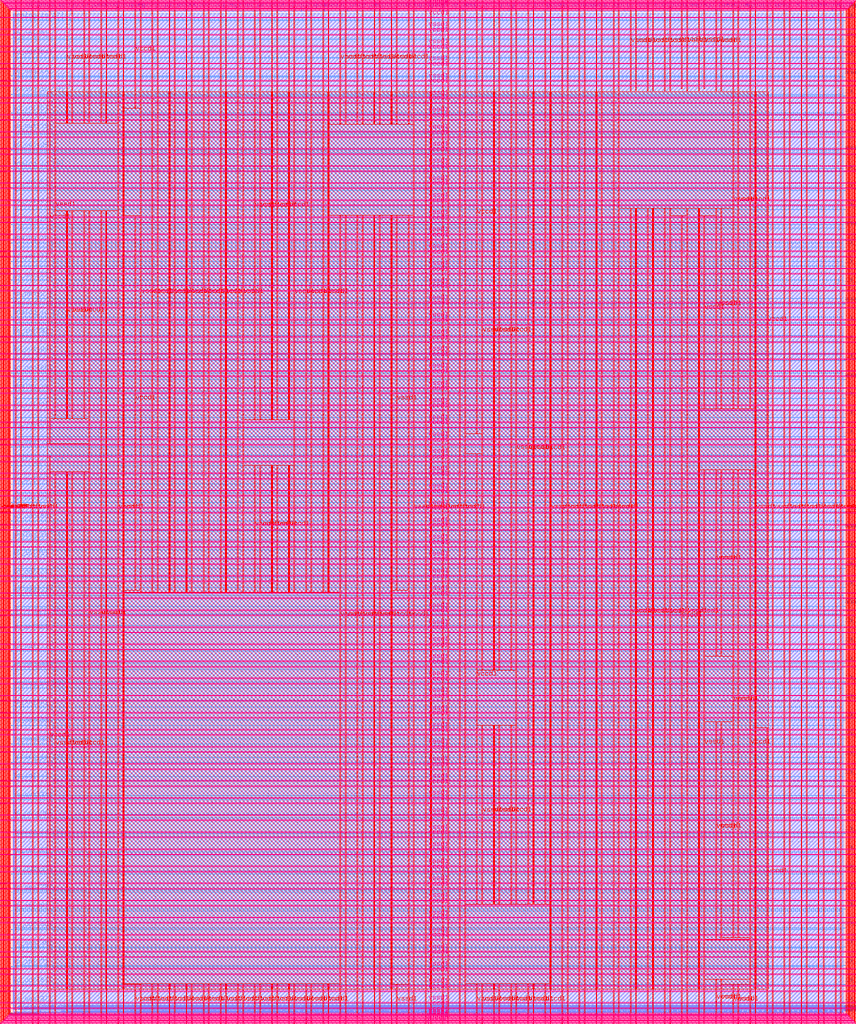
<source format=lef>
VERSION 5.7 ;
  NOWIREEXTENSIONATPIN ON ;
  DIVIDERCHAR "/" ;
  BUSBITCHARS "[]" ;
MACRO user_project_wrapper
  CLASS BLOCK ;
  FOREIGN user_project_wrapper ;
  ORIGIN 0.000 0.000 ;
  SIZE 2920.000 BY 3520.000 ;
  PIN analog_io[0]
    DIRECTION INOUT ;
    USE SIGNAL ;
    PORT
      LAYER met3 ;
        RECT 2917.600 1426.380 2924.800 1427.580 ;
    END
  END analog_io[0]
  PIN analog_io[10]
    DIRECTION INOUT ;
    USE SIGNAL ;
    PORT
      LAYER met2 ;
        RECT 2230.490 3517.600 2231.050 3524.800 ;
    END
  END analog_io[10]
  PIN analog_io[11]
    DIRECTION INOUT ;
    USE SIGNAL ;
    PORT
      LAYER met2 ;
        RECT 1905.730 3517.600 1906.290 3524.800 ;
    END
  END analog_io[11]
  PIN analog_io[12]
    DIRECTION INOUT ;
    USE SIGNAL ;
    PORT
      LAYER met2 ;
        RECT 1581.430 3517.600 1581.990 3524.800 ;
    END
  END analog_io[12]
  PIN analog_io[13]
    DIRECTION INOUT ;
    USE SIGNAL ;
    PORT
      LAYER met2 ;
        RECT 1257.130 3517.600 1257.690 3524.800 ;
    END
  END analog_io[13]
  PIN analog_io[14]
    DIRECTION INOUT ;
    USE SIGNAL ;
    PORT
      LAYER met2 ;
        RECT 932.370 3517.600 932.930 3524.800 ;
    END
  END analog_io[14]
  PIN analog_io[15]
    DIRECTION INOUT ;
    USE SIGNAL ;
    PORT
      LAYER met2 ;
        RECT 608.070 3517.600 608.630 3524.800 ;
    END
  END analog_io[15]
  PIN analog_io[16]
    DIRECTION INOUT ;
    USE SIGNAL ;
    PORT
      LAYER met2 ;
        RECT 283.770 3517.600 284.330 3524.800 ;
    END
  END analog_io[16]
  PIN analog_io[17]
    DIRECTION INOUT ;
    USE SIGNAL ;
    PORT
      LAYER met3 ;
        RECT -4.800 3486.100 2.400 3487.300 ;
    END
  END analog_io[17]
  PIN analog_io[18]
    DIRECTION INOUT ;
    USE SIGNAL ;
    PORT
      LAYER met3 ;
        RECT -4.800 3224.980 2.400 3226.180 ;
    END
  END analog_io[18]
  PIN analog_io[19]
    DIRECTION INOUT ;
    USE SIGNAL ;
    PORT
      LAYER met3 ;
        RECT -4.800 2964.540 2.400 2965.740 ;
    END
  END analog_io[19]
  PIN analog_io[1]
    DIRECTION INOUT ;
    USE SIGNAL ;
    PORT
      LAYER met3 ;
        RECT 2917.600 1692.260 2924.800 1693.460 ;
    END
  END analog_io[1]
  PIN analog_io[20]
    DIRECTION INOUT ;
    USE SIGNAL ;
    PORT
      LAYER met3 ;
        RECT -4.800 2703.420 2.400 2704.620 ;
    END
  END analog_io[20]
  PIN analog_io[21]
    DIRECTION INOUT ;
    USE SIGNAL ;
    PORT
      LAYER met3 ;
        RECT -4.800 2442.980 2.400 2444.180 ;
    END
  END analog_io[21]
  PIN analog_io[22]
    DIRECTION INOUT ;
    USE SIGNAL ;
    PORT
      LAYER met3 ;
        RECT -4.800 2182.540 2.400 2183.740 ;
    END
  END analog_io[22]
  PIN analog_io[23]
    DIRECTION INOUT ;
    USE SIGNAL ;
    PORT
      LAYER met3 ;
        RECT -4.800 1921.420 2.400 1922.620 ;
    END
  END analog_io[23]
  PIN analog_io[24]
    DIRECTION INOUT ;
    USE SIGNAL ;
    PORT
      LAYER met3 ;
        RECT -4.800 1660.980 2.400 1662.180 ;
    END
  END analog_io[24]
  PIN analog_io[25]
    DIRECTION INOUT ;
    USE SIGNAL ;
    PORT
      LAYER met3 ;
        RECT -4.800 1399.860 2.400 1401.060 ;
    END
  END analog_io[25]
  PIN analog_io[26]
    DIRECTION INOUT ;
    USE SIGNAL ;
    PORT
      LAYER met3 ;
        RECT -4.800 1139.420 2.400 1140.620 ;
    END
  END analog_io[26]
  PIN analog_io[27]
    DIRECTION INOUT ;
    USE SIGNAL ;
    PORT
      LAYER met3 ;
        RECT -4.800 878.980 2.400 880.180 ;
    END
  END analog_io[27]
  PIN analog_io[28]
    DIRECTION INOUT ;
    USE SIGNAL ;
    PORT
      LAYER met3 ;
        RECT -4.800 617.860 2.400 619.060 ;
    END
  END analog_io[28]
  PIN analog_io[2]
    DIRECTION INOUT ;
    USE SIGNAL ;
    PORT
      LAYER met3 ;
        RECT 2917.600 1958.140 2924.800 1959.340 ;
    END
  END analog_io[2]
  PIN analog_io[3]
    DIRECTION INOUT ;
    USE SIGNAL ;
    PORT
      LAYER met3 ;
        RECT 2917.600 2223.340 2924.800 2224.540 ;
    END
  END analog_io[3]
  PIN analog_io[4]
    DIRECTION INOUT ;
    USE SIGNAL ;
    PORT
      LAYER met3 ;
        RECT 2917.600 2489.220 2924.800 2490.420 ;
    END
  END analog_io[4]
  PIN analog_io[5]
    DIRECTION INOUT ;
    USE SIGNAL ;
    PORT
      LAYER met3 ;
        RECT 2917.600 2755.100 2924.800 2756.300 ;
    END
  END analog_io[5]
  PIN analog_io[6]
    DIRECTION INOUT ;
    USE SIGNAL ;
    PORT
      LAYER met3 ;
        RECT 2917.600 3020.300 2924.800 3021.500 ;
    END
  END analog_io[6]
  PIN analog_io[7]
    DIRECTION INOUT ;
    USE SIGNAL ;
    PORT
      LAYER met3 ;
        RECT 2917.600 3286.180 2924.800 3287.380 ;
    END
  END analog_io[7]
  PIN analog_io[8]
    DIRECTION INOUT ;
    USE SIGNAL ;
    PORT
      LAYER met2 ;
        RECT 2879.090 3517.600 2879.650 3524.800 ;
    END
  END analog_io[8]
  PIN analog_io[9]
    DIRECTION INOUT ;
    USE SIGNAL ;
    PORT
      LAYER met2 ;
        RECT 2554.790 3517.600 2555.350 3524.800 ;
    END
  END analog_io[9]
  PIN io_in[0]
    DIRECTION INPUT ;
    USE SIGNAL ;
    ANTENNAGATEAREA 0.990000 ;
    PORT
      LAYER met3 ;
        RECT 2917.600 32.380 2924.800 33.580 ;
    END
  END io_in[0]
  PIN io_in[10]
    DIRECTION INPUT ;
    USE SIGNAL ;
    ANTENNAGATEAREA 0.990000 ;
    ANTENNADIFFAREA 2.608200 ;
    PORT
      LAYER met3 ;
        RECT 2917.600 2289.980 2924.800 2291.180 ;
    END
  END io_in[10]
  PIN io_in[11]
    DIRECTION INPUT ;
    USE SIGNAL ;
    ANTENNAGATEAREA 0.990000 ;
    ANTENNADIFFAREA 0.869400 ;
    PORT
      LAYER met3 ;
        RECT 2917.600 2555.860 2924.800 2557.060 ;
    END
  END io_in[11]
  PIN io_in[12]
    DIRECTION INPUT ;
    USE SIGNAL ;
    ANTENNAGATEAREA 0.990000 ;
    ANTENNADIFFAREA 1.304100 ;
    PORT
      LAYER met3 ;
        RECT 2917.600 2821.060 2924.800 2822.260 ;
    END
  END io_in[12]
  PIN io_in[13]
    DIRECTION INPUT ;
    USE SIGNAL ;
    ANTENNAGATEAREA 0.990000 ;
    PORT
      LAYER met3 ;
        RECT 2917.600 3086.940 2924.800 3088.140 ;
    END
  END io_in[13]
  PIN io_in[14]
    DIRECTION INPUT ;
    USE SIGNAL ;
    ANTENNAGATEAREA 1.980000 ;
    PORT
      LAYER met3 ;
        RECT 2917.600 3352.820 2924.800 3354.020 ;
    END
  END io_in[14]
  PIN io_in[15]
    DIRECTION INPUT ;
    USE SIGNAL ;
    ANTENNAGATEAREA 0.990000 ;
    ANTENNADIFFAREA 0.434700 ;
    PORT
      LAYER met2 ;
        RECT 2798.130 3517.600 2798.690 3524.800 ;
    END
  END io_in[15]
  PIN io_in[16]
    DIRECTION INPUT ;
    USE SIGNAL ;
    ANTENNAGATEAREA 0.990000 ;
    PORT
      LAYER met2 ;
        RECT 2473.830 3517.600 2474.390 3524.800 ;
    END
  END io_in[16]
  PIN io_in[17]
    DIRECTION INPUT ;
    USE SIGNAL ;
    ANTENNAGATEAREA 1.980000 ;
    ANTENNADIFFAREA 1.304100 ;
    PORT
      LAYER met2 ;
        RECT 2149.070 3517.600 2149.630 3524.800 ;
    END
  END io_in[17]
  PIN io_in[18]
    DIRECTION INPUT ;
    USE SIGNAL ;
    ANTENNADIFFAREA 15.214499 ;
    PORT
      LAYER met2 ;
        RECT 1824.770 3517.600 1825.330 3524.800 ;
    END
  END io_in[18]
  PIN io_in[19]
    DIRECTION INPUT ;
    USE SIGNAL ;
    ANTENNADIFFAREA 7.389900 ;
    PORT
      LAYER met2 ;
        RECT 1500.470 3517.600 1501.030 3524.800 ;
    END
  END io_in[19]
  PIN io_in[1]
    DIRECTION INPUT ;
    USE SIGNAL ;
    PORT
      LAYER met3 ;
        RECT 2917.600 230.940 2924.800 232.140 ;
    END
  END io_in[1]
  PIN io_in[20]
    DIRECTION INPUT ;
    USE SIGNAL ;
    ANTENNAGATEAREA 0.990000 ;
    ANTENNADIFFAREA 0.434700 ;
    PORT
      LAYER met2 ;
        RECT 1175.710 3517.600 1176.270 3524.800 ;
    END
  END io_in[20]
  PIN io_in[21]
    DIRECTION INPUT ;
    USE SIGNAL ;
    ANTENNAGATEAREA 0.990000 ;
    ANTENNADIFFAREA 0.434700 ;
    PORT
      LAYER met2 ;
        RECT 851.410 3517.600 851.970 3524.800 ;
    END
  END io_in[21]
  PIN io_in[22]
    DIRECTION INPUT ;
    USE SIGNAL ;
    ANTENNAGATEAREA 0.990000 ;
    ANTENNADIFFAREA 0.434700 ;
    PORT
      LAYER met2 ;
        RECT 527.110 3517.600 527.670 3524.800 ;
    END
  END io_in[22]
  PIN io_in[23]
    DIRECTION INPUT ;
    USE SIGNAL ;
    ANTENNAGATEAREA 0.990000 ;
    ANTENNADIFFAREA 0.434700 ;
    PORT
      LAYER met2 ;
        RECT 202.350 3517.600 202.910 3524.800 ;
    END
  END io_in[23]
  PIN io_in[24]
    DIRECTION INPUT ;
    USE SIGNAL ;
    ANTENNAGATEAREA 0.990000 ;
    ANTENNADIFFAREA 0.434700 ;
    PORT
      LAYER met3 ;
        RECT -4.800 3420.820 2.400 3422.020 ;
    END
  END io_in[24]
  PIN io_in[25]
    DIRECTION INPUT ;
    USE SIGNAL ;
    ANTENNAGATEAREA 0.990000 ;
    ANTENNADIFFAREA 0.434700 ;
    PORT
      LAYER met3 ;
        RECT -4.800 3159.700 2.400 3160.900 ;
    END
  END io_in[25]
  PIN io_in[26]
    DIRECTION INPUT ;
    USE SIGNAL ;
    ANTENNAGATEAREA 0.990000 ;
    ANTENNADIFFAREA 0.434700 ;
    PORT
      LAYER met3 ;
        RECT -4.800 2899.260 2.400 2900.460 ;
    END
  END io_in[26]
  PIN io_in[27]
    DIRECTION INPUT ;
    USE SIGNAL ;
    ANTENNAGATEAREA 0.990000 ;
    ANTENNADIFFAREA 0.434700 ;
    PORT
      LAYER met3 ;
        RECT -4.800 2638.820 2.400 2640.020 ;
    END
  END io_in[27]
  PIN io_in[28]
    DIRECTION INPUT ;
    USE SIGNAL ;
    PORT
      LAYER met3 ;
        RECT -4.800 2377.700 2.400 2378.900 ;
    END
  END io_in[28]
  PIN io_in[29]
    DIRECTION INPUT ;
    USE SIGNAL ;
    ANTENNADIFFAREA 30.428999 ;
    PORT
      LAYER met3 ;
        RECT -4.800 2117.260 2.400 2118.460 ;
    END
  END io_in[29]
  PIN io_in[2]
    DIRECTION INPUT ;
    USE SIGNAL ;
    PORT
      LAYER met3 ;
        RECT 2917.600 430.180 2924.800 431.380 ;
    END
  END io_in[2]
  PIN io_in[30]
    DIRECTION INPUT ;
    USE SIGNAL ;
    ANTENNADIFFAREA 19.126799 ;
    PORT
      LAYER met3 ;
        RECT -4.800 1856.140 2.400 1857.340 ;
    END
  END io_in[30]
  PIN io_in[31]
    DIRECTION INPUT ;
    USE SIGNAL ;
    ANTENNADIFFAREA 14.779799 ;
    PORT
      LAYER met3 ;
        RECT -4.800 1595.700 2.400 1596.900 ;
    END
  END io_in[31]
  PIN io_in[32]
    DIRECTION INPUT ;
    USE SIGNAL ;
    ANTENNAGATEAREA 0.990000 ;
    ANTENNADIFFAREA 0.869400 ;
    PORT
      LAYER met3 ;
        RECT -4.800 1335.260 2.400 1336.460 ;
    END
  END io_in[32]
  PIN io_in[33]
    DIRECTION INPUT ;
    USE SIGNAL ;
    ANTENNAGATEAREA 0.990000 ;
    ANTENNADIFFAREA 0.434700 ;
    PORT
      LAYER met3 ;
        RECT -4.800 1074.140 2.400 1075.340 ;
    END
  END io_in[33]
  PIN io_in[34]
    DIRECTION INPUT ;
    USE SIGNAL ;
    ANTENNAGATEAREA 0.990000 ;
    ANTENNADIFFAREA 0.869400 ;
    PORT
      LAYER met3 ;
        RECT -4.800 813.700 2.400 814.900 ;
    END
  END io_in[34]
  PIN io_in[35]
    DIRECTION INPUT ;
    USE SIGNAL ;
    ANTENNAGATEAREA 0.990000 ;
    ANTENNADIFFAREA 0.434700 ;
    PORT
      LAYER met3 ;
        RECT -4.800 552.580 2.400 553.780 ;
    END
  END io_in[35]
  PIN io_in[36]
    DIRECTION INPUT ;
    USE SIGNAL ;
    ANTENNAGATEAREA 0.990000 ;
    ANTENNADIFFAREA 0.434700 ;
    PORT
      LAYER met3 ;
        RECT -4.800 357.420 2.400 358.620 ;
    END
  END io_in[36]
  PIN io_in[37]
    DIRECTION INPUT ;
    USE SIGNAL ;
    ANTENNAGATEAREA 0.990000 ;
    PORT
      LAYER met3 ;
        RECT -4.800 161.580 2.400 162.780 ;
    END
  END io_in[37]
  PIN io_in[3]
    DIRECTION INPUT ;
    USE SIGNAL ;
    PORT
      LAYER met3 ;
        RECT 2917.600 629.420 2924.800 630.620 ;
    END
  END io_in[3]
  PIN io_in[4]
    DIRECTION INPUT ;
    USE SIGNAL ;
    PORT
      LAYER met3 ;
        RECT 2917.600 828.660 2924.800 829.860 ;
    END
  END io_in[4]
  PIN io_in[5]
    DIRECTION INPUT ;
    USE SIGNAL ;
    ANTENNAGATEAREA 0.990000 ;
    ANTENNADIFFAREA 0.869400 ;
    PORT
      LAYER met3 ;
        RECT 2917.600 1027.900 2924.800 1029.100 ;
    END
  END io_in[5]
  PIN io_in[6]
    DIRECTION INPUT ;
    USE SIGNAL ;
    ANTENNAGATEAREA 0.852000 ;
    ANTENNADIFFAREA 9.998099 ;
    PORT
      LAYER met3 ;
        RECT 2917.600 1227.140 2924.800 1228.340 ;
    END
  END io_in[6]
  PIN io_in[7]
    DIRECTION INPUT ;
    USE SIGNAL ;
    ANTENNAGATEAREA 1.980000 ;
    PORT
      LAYER met3 ;
        RECT 2917.600 1493.020 2924.800 1494.220 ;
    END
  END io_in[7]
  PIN io_in[8]
    DIRECTION INPUT ;
    USE SIGNAL ;
    ANTENNAGATEAREA 0.990000 ;
    ANTENNADIFFAREA 0.434700 ;
    PORT
      LAYER met3 ;
        RECT 2917.600 1758.900 2924.800 1760.100 ;
    END
  END io_in[8]
  PIN io_in[9]
    DIRECTION INPUT ;
    USE SIGNAL ;
    ANTENNAGATEAREA 0.990000 ;
    PORT
      LAYER met3 ;
        RECT 2917.600 2024.100 2924.800 2025.300 ;
    END
  END io_in[9]
  PIN io_oeb[0]
    DIRECTION OUTPUT TRISTATE ;
    USE SIGNAL ;
    ANTENNADIFFAREA 2.673000 ;
    PORT
      LAYER met3 ;
        RECT 2917.600 164.980 2924.800 166.180 ;
    END
  END io_oeb[0]
  PIN io_oeb[10]
    DIRECTION OUTPUT TRISTATE ;
    USE SIGNAL ;
    ANTENNADIFFAREA 2.673000 ;
    PORT
      LAYER met3 ;
        RECT 2917.600 2422.580 2924.800 2423.780 ;
    END
  END io_oeb[10]
  PIN io_oeb[11]
    DIRECTION OUTPUT TRISTATE ;
    USE SIGNAL ;
    ANTENNADIFFAREA 2.673000 ;
    PORT
      LAYER met3 ;
        RECT 2917.600 2688.460 2924.800 2689.660 ;
    END
  END io_oeb[11]
  PIN io_oeb[12]
    DIRECTION OUTPUT TRISTATE ;
    USE SIGNAL ;
    ANTENNADIFFAREA 2.673000 ;
    PORT
      LAYER met3 ;
        RECT 2917.600 2954.340 2924.800 2955.540 ;
    END
  END io_oeb[12]
  PIN io_oeb[13]
    DIRECTION OUTPUT TRISTATE ;
    USE SIGNAL ;
    ANTENNADIFFAREA 2.673000 ;
    PORT
      LAYER met3 ;
        RECT 2917.600 3219.540 2924.800 3220.740 ;
    END
  END io_oeb[13]
  PIN io_oeb[14]
    DIRECTION OUTPUT TRISTATE ;
    USE SIGNAL ;
    ANTENNADIFFAREA 2.673000 ;
    PORT
      LAYER met3 ;
        RECT 2917.600 3485.420 2924.800 3486.620 ;
    END
  END io_oeb[14]
  PIN io_oeb[15]
    DIRECTION OUTPUT TRISTATE ;
    USE SIGNAL ;
    ANTENNADIFFAREA 2.673000 ;
    PORT
      LAYER met2 ;
        RECT 2635.750 3517.600 2636.310 3524.800 ;
    END
  END io_oeb[15]
  PIN io_oeb[16]
    DIRECTION OUTPUT TRISTATE ;
    USE SIGNAL ;
    ANTENNADIFFAREA 2.673000 ;
    PORT
      LAYER met2 ;
        RECT 2311.450 3517.600 2312.010 3524.800 ;
    END
  END io_oeb[16]
  PIN io_oeb[17]
    DIRECTION OUTPUT TRISTATE ;
    USE SIGNAL ;
    ANTENNADIFFAREA 2.673000 ;
    PORT
      LAYER met2 ;
        RECT 1987.150 3517.600 1987.710 3524.800 ;
    END
  END io_oeb[17]
  PIN io_oeb[18]
    DIRECTION OUTPUT TRISTATE ;
    USE SIGNAL ;
    ANTENNADIFFAREA 2.673000 ;
    PORT
      LAYER met2 ;
        RECT 1662.390 3517.600 1662.950 3524.800 ;
    END
  END io_oeb[18]
  PIN io_oeb[19]
    DIRECTION OUTPUT TRISTATE ;
    USE SIGNAL ;
    ANTENNADIFFAREA 2.673000 ;
    PORT
      LAYER met2 ;
        RECT 1338.090 3517.600 1338.650 3524.800 ;
    END
  END io_oeb[19]
  PIN io_oeb[1]
    DIRECTION OUTPUT TRISTATE ;
    USE SIGNAL ;
    PORT
      LAYER met3 ;
        RECT 2917.600 364.220 2924.800 365.420 ;
    END
  END io_oeb[1]
  PIN io_oeb[20]
    DIRECTION OUTPUT TRISTATE ;
    USE SIGNAL ;
    ANTENNADIFFAREA 2.673000 ;
    PORT
      LAYER met2 ;
        RECT 1013.790 3517.600 1014.350 3524.800 ;
    END
  END io_oeb[20]
  PIN io_oeb[21]
    DIRECTION OUTPUT TRISTATE ;
    USE SIGNAL ;
    ANTENNADIFFAREA 2.673000 ;
    PORT
      LAYER met2 ;
        RECT 689.030 3517.600 689.590 3524.800 ;
    END
  END io_oeb[21]
  PIN io_oeb[22]
    DIRECTION OUTPUT TRISTATE ;
    USE SIGNAL ;
    ANTENNADIFFAREA 2.673000 ;
    PORT
      LAYER met2 ;
        RECT 364.730 3517.600 365.290 3524.800 ;
    END
  END io_oeb[22]
  PIN io_oeb[23]
    DIRECTION OUTPUT TRISTATE ;
    USE SIGNAL ;
    ANTENNADIFFAREA 2.673000 ;
    PORT
      LAYER met2 ;
        RECT 40.430 3517.600 40.990 3524.800 ;
    END
  END io_oeb[23]
  PIN io_oeb[24]
    DIRECTION OUTPUT TRISTATE ;
    USE SIGNAL ;
    ANTENNADIFFAREA 2.673000 ;
    PORT
      LAYER met3 ;
        RECT -4.800 3290.260 2.400 3291.460 ;
    END
  END io_oeb[24]
  PIN io_oeb[25]
    DIRECTION OUTPUT TRISTATE ;
    USE SIGNAL ;
    ANTENNADIFFAREA 2.673000 ;
    PORT
      LAYER met3 ;
        RECT -4.800 3029.820 2.400 3031.020 ;
    END
  END io_oeb[25]
  PIN io_oeb[26]
    DIRECTION OUTPUT TRISTATE ;
    USE SIGNAL ;
    ANTENNADIFFAREA 2.673000 ;
    PORT
      LAYER met3 ;
        RECT -4.800 2768.700 2.400 2769.900 ;
    END
  END io_oeb[26]
  PIN io_oeb[27]
    DIRECTION OUTPUT TRISTATE ;
    USE SIGNAL ;
    ANTENNADIFFAREA 2.673000 ;
    PORT
      LAYER met3 ;
        RECT -4.800 2508.260 2.400 2509.460 ;
    END
  END io_oeb[27]
  PIN io_oeb[28]
    DIRECTION OUTPUT TRISTATE ;
    USE SIGNAL ;
    ANTENNADIFFAREA 2.673000 ;
    PORT
      LAYER met3 ;
        RECT -4.800 2247.140 2.400 2248.340 ;
    END
  END io_oeb[28]
  PIN io_oeb[29]
    DIRECTION OUTPUT TRISTATE ;
    USE SIGNAL ;
    ANTENNADIFFAREA 2.673000 ;
    PORT
      LAYER met3 ;
        RECT -4.800 1986.700 2.400 1987.900 ;
    END
  END io_oeb[29]
  PIN io_oeb[2]
    DIRECTION OUTPUT TRISTATE ;
    USE SIGNAL ;
    PORT
      LAYER met3 ;
        RECT 2917.600 563.460 2924.800 564.660 ;
    END
  END io_oeb[2]
  PIN io_oeb[30]
    DIRECTION OUTPUT TRISTATE ;
    USE SIGNAL ;
    ANTENNADIFFAREA 2.673000 ;
    PORT
      LAYER met3 ;
        RECT -4.800 1726.260 2.400 1727.460 ;
    END
  END io_oeb[30]
  PIN io_oeb[31]
    DIRECTION OUTPUT TRISTATE ;
    USE SIGNAL ;
    ANTENNADIFFAREA 2.673000 ;
    PORT
      LAYER met3 ;
        RECT -4.800 1465.140 2.400 1466.340 ;
    END
  END io_oeb[31]
  PIN io_oeb[32]
    DIRECTION OUTPUT TRISTATE ;
    USE SIGNAL ;
    ANTENNADIFFAREA 2.673000 ;
    PORT
      LAYER met3 ;
        RECT -4.800 1204.700 2.400 1205.900 ;
    END
  END io_oeb[32]
  PIN io_oeb[33]
    DIRECTION OUTPUT TRISTATE ;
    USE SIGNAL ;
    ANTENNADIFFAREA 2.673000 ;
    PORT
      LAYER met3 ;
        RECT -4.800 943.580 2.400 944.780 ;
    END
  END io_oeb[33]
  PIN io_oeb[34]
    DIRECTION OUTPUT TRISTATE ;
    USE SIGNAL ;
    ANTENNADIFFAREA 2.673000 ;
    PORT
      LAYER met3 ;
        RECT -4.800 683.140 2.400 684.340 ;
    END
  END io_oeb[34]
  PIN io_oeb[35]
    DIRECTION OUTPUT TRISTATE ;
    USE SIGNAL ;
    ANTENNADIFFAREA 2.673000 ;
    PORT
      LAYER met3 ;
        RECT -4.800 422.700 2.400 423.900 ;
    END
  END io_oeb[35]
  PIN io_oeb[36]
    DIRECTION OUTPUT TRISTATE ;
    USE SIGNAL ;
    ANTENNADIFFAREA 2.673000 ;
    PORT
      LAYER met3 ;
        RECT -4.800 226.860 2.400 228.060 ;
    END
  END io_oeb[36]
  PIN io_oeb[37]
    DIRECTION OUTPUT TRISTATE ;
    USE SIGNAL ;
    ANTENNADIFFAREA 2.673000 ;
    PORT
      LAYER met3 ;
        RECT -4.800 31.700 2.400 32.900 ;
    END
  END io_oeb[37]
  PIN io_oeb[3]
    DIRECTION OUTPUT TRISTATE ;
    USE SIGNAL ;
    PORT
      LAYER met3 ;
        RECT 2917.600 762.700 2924.800 763.900 ;
    END
  END io_oeb[3]
  PIN io_oeb[4]
    DIRECTION OUTPUT TRISTATE ;
    USE SIGNAL ;
    PORT
      LAYER met3 ;
        RECT 2917.600 961.940 2924.800 963.140 ;
    END
  END io_oeb[4]
  PIN io_oeb[5]
    DIRECTION OUTPUT TRISTATE ;
    USE SIGNAL ;
    ANTENNADIFFAREA 2.673000 ;
    PORT
      LAYER met3 ;
        RECT 2917.600 1161.180 2924.800 1162.380 ;
    END
  END io_oeb[5]
  PIN io_oeb[6]
    DIRECTION OUTPUT TRISTATE ;
    USE SIGNAL ;
    ANTENNADIFFAREA 2.673000 ;
    PORT
      LAYER met3 ;
        RECT 2917.600 1360.420 2924.800 1361.620 ;
    END
  END io_oeb[6]
  PIN io_oeb[7]
    DIRECTION OUTPUT TRISTATE ;
    USE SIGNAL ;
    ANTENNADIFFAREA 2.673000 ;
    PORT
      LAYER met3 ;
        RECT 2917.600 1625.620 2924.800 1626.820 ;
    END
  END io_oeb[7]
  PIN io_oeb[8]
    DIRECTION OUTPUT TRISTATE ;
    USE SIGNAL ;
    ANTENNADIFFAREA 2.673000 ;
    PORT
      LAYER met3 ;
        RECT 2917.600 1891.500 2924.800 1892.700 ;
    END
  END io_oeb[8]
  PIN io_oeb[9]
    DIRECTION OUTPUT TRISTATE ;
    USE SIGNAL ;
    ANTENNADIFFAREA 2.673000 ;
    PORT
      LAYER met3 ;
        RECT 2917.600 2157.380 2924.800 2158.580 ;
    END
  END io_oeb[9]
  PIN io_out[0]
    DIRECTION OUTPUT TRISTATE ;
    USE SIGNAL ;
    ANTENNADIFFAREA 2.673000 ;
    PORT
      LAYER met3 ;
        RECT 2917.600 98.340 2924.800 99.540 ;
    END
  END io_out[0]
  PIN io_out[10]
    DIRECTION OUTPUT TRISTATE ;
    USE SIGNAL ;
    ANTENNADIFFAREA 2.673000 ;
    PORT
      LAYER met3 ;
        RECT 2917.600 2356.620 2924.800 2357.820 ;
    END
  END io_out[10]
  PIN io_out[11]
    DIRECTION OUTPUT TRISTATE ;
    USE SIGNAL ;
    ANTENNADIFFAREA 2.673000 ;
    PORT
      LAYER met3 ;
        RECT 2917.600 2621.820 2924.800 2623.020 ;
    END
  END io_out[11]
  PIN io_out[12]
    DIRECTION OUTPUT TRISTATE ;
    USE SIGNAL ;
    ANTENNADIFFAREA 2.673000 ;
    PORT
      LAYER met3 ;
        RECT 2917.600 2887.700 2924.800 2888.900 ;
    END
  END io_out[12]
  PIN io_out[13]
    DIRECTION OUTPUT TRISTATE ;
    USE SIGNAL ;
    ANTENNADIFFAREA 2.673000 ;
    PORT
      LAYER met3 ;
        RECT 2917.600 3153.580 2924.800 3154.780 ;
    END
  END io_out[13]
  PIN io_out[14]
    DIRECTION OUTPUT TRISTATE ;
    USE SIGNAL ;
    ANTENNADIFFAREA 2.673000 ;
    PORT
      LAYER met3 ;
        RECT 2917.600 3418.780 2924.800 3419.980 ;
    END
  END io_out[14]
  PIN io_out[15]
    DIRECTION OUTPUT TRISTATE ;
    USE SIGNAL ;
    ANTENNADIFFAREA 2.673000 ;
    PORT
      LAYER met2 ;
        RECT 2717.170 3517.600 2717.730 3524.800 ;
    END
  END io_out[15]
  PIN io_out[16]
    DIRECTION OUTPUT TRISTATE ;
    USE SIGNAL ;
    ANTENNADIFFAREA 2.673000 ;
    PORT
      LAYER met2 ;
        RECT 2392.410 3517.600 2392.970 3524.800 ;
    END
  END io_out[16]
  PIN io_out[17]
    DIRECTION OUTPUT TRISTATE ;
    USE SIGNAL ;
    ANTENNADIFFAREA 2.673000 ;
    PORT
      LAYER met2 ;
        RECT 2068.110 3517.600 2068.670 3524.800 ;
    END
  END io_out[17]
  PIN io_out[18]
    DIRECTION OUTPUT TRISTATE ;
    USE SIGNAL ;
    ANTENNADIFFAREA 2.673000 ;
    PORT
      LAYER met2 ;
        RECT 1743.810 3517.600 1744.370 3524.800 ;
    END
  END io_out[18]
  PIN io_out[19]
    DIRECTION OUTPUT TRISTATE ;
    USE SIGNAL ;
    ANTENNADIFFAREA 2.673000 ;
    PORT
      LAYER met2 ;
        RECT 1419.050 3517.600 1419.610 3524.800 ;
    END
  END io_out[19]
  PIN io_out[1]
    DIRECTION OUTPUT TRISTATE ;
    USE SIGNAL ;
    PORT
      LAYER met3 ;
        RECT 2917.600 297.580 2924.800 298.780 ;
    END
  END io_out[1]
  PIN io_out[20]
    DIRECTION OUTPUT TRISTATE ;
    USE SIGNAL ;
    ANTENNADIFFAREA 2.673000 ;
    PORT
      LAYER met2 ;
        RECT 1094.750 3517.600 1095.310 3524.800 ;
    END
  END io_out[20]
  PIN io_out[21]
    DIRECTION OUTPUT TRISTATE ;
    USE SIGNAL ;
    ANTENNADIFFAREA 2.673000 ;
    PORT
      LAYER met2 ;
        RECT 770.450 3517.600 771.010 3524.800 ;
    END
  END io_out[21]
  PIN io_out[22]
    DIRECTION OUTPUT TRISTATE ;
    USE SIGNAL ;
    ANTENNADIFFAREA 2.673000 ;
    PORT
      LAYER met2 ;
        RECT 445.690 3517.600 446.250 3524.800 ;
    END
  END io_out[22]
  PIN io_out[23]
    DIRECTION OUTPUT TRISTATE ;
    USE SIGNAL ;
    ANTENNADIFFAREA 2.673000 ;
    PORT
      LAYER met2 ;
        RECT 121.390 3517.600 121.950 3524.800 ;
    END
  END io_out[23]
  PIN io_out[24]
    DIRECTION OUTPUT TRISTATE ;
    USE SIGNAL ;
    ANTENNADIFFAREA 2.673000 ;
    PORT
      LAYER met3 ;
        RECT -4.800 3355.540 2.400 3356.740 ;
    END
  END io_out[24]
  PIN io_out[25]
    DIRECTION OUTPUT TRISTATE ;
    USE SIGNAL ;
    ANTENNADIFFAREA 2.673000 ;
    PORT
      LAYER met3 ;
        RECT -4.800 3095.100 2.400 3096.300 ;
    END
  END io_out[25]
  PIN io_out[26]
    DIRECTION OUTPUT TRISTATE ;
    USE SIGNAL ;
    ANTENNADIFFAREA 2.673000 ;
    PORT
      LAYER met3 ;
        RECT -4.800 2833.980 2.400 2835.180 ;
    END
  END io_out[26]
  PIN io_out[27]
    DIRECTION OUTPUT TRISTATE ;
    USE SIGNAL ;
    ANTENNADIFFAREA 2.673000 ;
    PORT
      LAYER met3 ;
        RECT -4.800 2573.540 2.400 2574.740 ;
    END
  END io_out[27]
  PIN io_out[28]
    DIRECTION OUTPUT TRISTATE ;
    USE SIGNAL ;
    ANTENNADIFFAREA 2.673000 ;
    PORT
      LAYER met3 ;
        RECT -4.800 2312.420 2.400 2313.620 ;
    END
  END io_out[28]
  PIN io_out[29]
    DIRECTION OUTPUT TRISTATE ;
    USE SIGNAL ;
    ANTENNADIFFAREA 2.673000 ;
    PORT
      LAYER met3 ;
        RECT -4.800 2051.980 2.400 2053.180 ;
    END
  END io_out[29]
  PIN io_out[2]
    DIRECTION OUTPUT TRISTATE ;
    USE SIGNAL ;
    PORT
      LAYER met3 ;
        RECT 2917.600 496.820 2924.800 498.020 ;
    END
  END io_out[2]
  PIN io_out[30]
    DIRECTION OUTPUT TRISTATE ;
    USE SIGNAL ;
    ANTENNADIFFAREA 2.673000 ;
    PORT
      LAYER met3 ;
        RECT -4.800 1791.540 2.400 1792.740 ;
    END
  END io_out[30]
  PIN io_out[31]
    DIRECTION OUTPUT TRISTATE ;
    USE SIGNAL ;
    ANTENNADIFFAREA 2.673000 ;
    PORT
      LAYER met3 ;
        RECT -4.800 1530.420 2.400 1531.620 ;
    END
  END io_out[31]
  PIN io_out[32]
    DIRECTION OUTPUT TRISTATE ;
    USE SIGNAL ;
    ANTENNADIFFAREA 2.673000 ;
    PORT
      LAYER met3 ;
        RECT -4.800 1269.980 2.400 1271.180 ;
    END
  END io_out[32]
  PIN io_out[33]
    DIRECTION OUTPUT TRISTATE ;
    USE SIGNAL ;
    ANTENNADIFFAREA 2.673000 ;
    PORT
      LAYER met3 ;
        RECT -4.800 1008.860 2.400 1010.060 ;
    END
  END io_out[33]
  PIN io_out[34]
    DIRECTION OUTPUT TRISTATE ;
    USE SIGNAL ;
    ANTENNADIFFAREA 2.673000 ;
    PORT
      LAYER met3 ;
        RECT -4.800 748.420 2.400 749.620 ;
    END
  END io_out[34]
  PIN io_out[35]
    DIRECTION OUTPUT TRISTATE ;
    USE SIGNAL ;
    ANTENNADIFFAREA 2.673000 ;
    PORT
      LAYER met3 ;
        RECT -4.800 487.300 2.400 488.500 ;
    END
  END io_out[35]
  PIN io_out[36]
    DIRECTION OUTPUT TRISTATE ;
    USE SIGNAL ;
    ANTENNADIFFAREA 2.673000 ;
    PORT
      LAYER met3 ;
        RECT -4.800 292.140 2.400 293.340 ;
    END
  END io_out[36]
  PIN io_out[37]
    DIRECTION OUTPUT TRISTATE ;
    USE SIGNAL ;
    ANTENNADIFFAREA 2.673000 ;
    PORT
      LAYER met3 ;
        RECT -4.800 96.300 2.400 97.500 ;
    END
  END io_out[37]
  PIN io_out[3]
    DIRECTION OUTPUT TRISTATE ;
    USE SIGNAL ;
    PORT
      LAYER met3 ;
        RECT 2917.600 696.060 2924.800 697.260 ;
    END
  END io_out[3]
  PIN io_out[4]
    DIRECTION OUTPUT TRISTATE ;
    USE SIGNAL ;
    PORT
      LAYER met3 ;
        RECT 2917.600 895.300 2924.800 896.500 ;
    END
  END io_out[4]
  PIN io_out[5]
    DIRECTION OUTPUT TRISTATE ;
    USE SIGNAL ;
    ANTENNADIFFAREA 2.673000 ;
    PORT
      LAYER met3 ;
        RECT 2917.600 1094.540 2924.800 1095.740 ;
    END
  END io_out[5]
  PIN io_out[6]
    DIRECTION OUTPUT TRISTATE ;
    USE SIGNAL ;
    ANTENNADIFFAREA 2.673000 ;
    PORT
      LAYER met3 ;
        RECT 2917.600 1293.780 2924.800 1294.980 ;
    END
  END io_out[6]
  PIN io_out[7]
    DIRECTION OUTPUT TRISTATE ;
    USE SIGNAL ;
    ANTENNADIFFAREA 2.673000 ;
    PORT
      LAYER met3 ;
        RECT 2917.600 1559.660 2924.800 1560.860 ;
    END
  END io_out[7]
  PIN io_out[8]
    DIRECTION OUTPUT TRISTATE ;
    USE SIGNAL ;
    ANTENNADIFFAREA 2.673000 ;
    PORT
      LAYER met3 ;
        RECT 2917.600 1824.860 2924.800 1826.060 ;
    END
  END io_out[8]
  PIN io_out[9]
    DIRECTION OUTPUT TRISTATE ;
    USE SIGNAL ;
    ANTENNADIFFAREA 2.673000 ;
    PORT
      LAYER met3 ;
        RECT 2917.600 2090.740 2924.800 2091.940 ;
    END
  END io_out[9]
  PIN la_data_in[0]
    DIRECTION INPUT ;
    USE SIGNAL ;
    ANTENNAGATEAREA 1.237500 ;
    ANTENNADIFFAREA 0.869400 ;
    PORT
      LAYER met2 ;
        RECT 629.230 -4.800 629.790 2.400 ;
    END
  END la_data_in[0]
  PIN la_data_in[100]
    DIRECTION INPUT ;
    USE SIGNAL ;
    PORT
      LAYER met2 ;
        RECT 2402.530 -4.800 2403.090 2.400 ;
    END
  END la_data_in[100]
  PIN la_data_in[101]
    DIRECTION INPUT ;
    USE SIGNAL ;
    PORT
      LAYER met2 ;
        RECT 2420.010 -4.800 2420.570 2.400 ;
    END
  END la_data_in[101]
  PIN la_data_in[102]
    DIRECTION INPUT ;
    USE SIGNAL ;
    PORT
      LAYER met2 ;
        RECT 2437.950 -4.800 2438.510 2.400 ;
    END
  END la_data_in[102]
  PIN la_data_in[103]
    DIRECTION INPUT ;
    USE SIGNAL ;
    PORT
      LAYER met2 ;
        RECT 2455.430 -4.800 2455.990 2.400 ;
    END
  END la_data_in[103]
  PIN la_data_in[104]
    DIRECTION INPUT ;
    USE SIGNAL ;
    PORT
      LAYER met2 ;
        RECT 2473.370 -4.800 2473.930 2.400 ;
    END
  END la_data_in[104]
  PIN la_data_in[105]
    DIRECTION INPUT ;
    USE SIGNAL ;
    PORT
      LAYER met2 ;
        RECT 2490.850 -4.800 2491.410 2.400 ;
    END
  END la_data_in[105]
  PIN la_data_in[106]
    DIRECTION INPUT ;
    USE SIGNAL ;
    PORT
      LAYER met2 ;
        RECT 2508.790 -4.800 2509.350 2.400 ;
    END
  END la_data_in[106]
  PIN la_data_in[107]
    DIRECTION INPUT ;
    USE SIGNAL ;
    PORT
      LAYER met2 ;
        RECT 2526.730 -4.800 2527.290 2.400 ;
    END
  END la_data_in[107]
  PIN la_data_in[108]
    DIRECTION INPUT ;
    USE SIGNAL ;
    PORT
      LAYER met2 ;
        RECT 2544.210 -4.800 2544.770 2.400 ;
    END
  END la_data_in[108]
  PIN la_data_in[109]
    DIRECTION INPUT ;
    USE SIGNAL ;
    PORT
      LAYER met2 ;
        RECT 2562.150 -4.800 2562.710 2.400 ;
    END
  END la_data_in[109]
  PIN la_data_in[10]
    DIRECTION INPUT ;
    USE SIGNAL ;
    PORT
      LAYER met2 ;
        RECT 806.330 -4.800 806.890 2.400 ;
    END
  END la_data_in[10]
  PIN la_data_in[110]
    DIRECTION INPUT ;
    USE SIGNAL ;
    PORT
      LAYER met2 ;
        RECT 2579.630 -4.800 2580.190 2.400 ;
    END
  END la_data_in[110]
  PIN la_data_in[111]
    DIRECTION INPUT ;
    USE SIGNAL ;
    PORT
      LAYER met2 ;
        RECT 2597.570 -4.800 2598.130 2.400 ;
    END
  END la_data_in[111]
  PIN la_data_in[112]
    DIRECTION INPUT ;
    USE SIGNAL ;
    PORT
      LAYER met2 ;
        RECT 2615.050 -4.800 2615.610 2.400 ;
    END
  END la_data_in[112]
  PIN la_data_in[113]
    DIRECTION INPUT ;
    USE SIGNAL ;
    PORT
      LAYER met2 ;
        RECT 2632.990 -4.800 2633.550 2.400 ;
    END
  END la_data_in[113]
  PIN la_data_in[114]
    DIRECTION INPUT ;
    USE SIGNAL ;
    PORT
      LAYER met2 ;
        RECT 2650.470 -4.800 2651.030 2.400 ;
    END
  END la_data_in[114]
  PIN la_data_in[115]
    DIRECTION INPUT ;
    USE SIGNAL ;
    PORT
      LAYER met2 ;
        RECT 2668.410 -4.800 2668.970 2.400 ;
    END
  END la_data_in[115]
  PIN la_data_in[116]
    DIRECTION INPUT ;
    USE SIGNAL ;
    PORT
      LAYER met2 ;
        RECT 2685.890 -4.800 2686.450 2.400 ;
    END
  END la_data_in[116]
  PIN la_data_in[117]
    DIRECTION INPUT ;
    USE SIGNAL ;
    PORT
      LAYER met2 ;
        RECT 2703.830 -4.800 2704.390 2.400 ;
    END
  END la_data_in[117]
  PIN la_data_in[118]
    DIRECTION INPUT ;
    USE SIGNAL ;
    PORT
      LAYER met2 ;
        RECT 2721.770 -4.800 2722.330 2.400 ;
    END
  END la_data_in[118]
  PIN la_data_in[119]
    DIRECTION INPUT ;
    USE SIGNAL ;
    PORT
      LAYER met2 ;
        RECT 2739.250 -4.800 2739.810 2.400 ;
    END
  END la_data_in[119]
  PIN la_data_in[11]
    DIRECTION INPUT ;
    USE SIGNAL ;
    PORT
      LAYER met2 ;
        RECT 824.270 -4.800 824.830 2.400 ;
    END
  END la_data_in[11]
  PIN la_data_in[120]
    DIRECTION INPUT ;
    USE SIGNAL ;
    PORT
      LAYER met2 ;
        RECT 2757.190 -4.800 2757.750 2.400 ;
    END
  END la_data_in[120]
  PIN la_data_in[121]
    DIRECTION INPUT ;
    USE SIGNAL ;
    PORT
      LAYER met2 ;
        RECT 2774.670 -4.800 2775.230 2.400 ;
    END
  END la_data_in[121]
  PIN la_data_in[122]
    DIRECTION INPUT ;
    USE SIGNAL ;
    PORT
      LAYER met2 ;
        RECT 2792.610 -4.800 2793.170 2.400 ;
    END
  END la_data_in[122]
  PIN la_data_in[123]
    DIRECTION INPUT ;
    USE SIGNAL ;
    PORT
      LAYER met2 ;
        RECT 2810.090 -4.800 2810.650 2.400 ;
    END
  END la_data_in[123]
  PIN la_data_in[124]
    DIRECTION INPUT ;
    USE SIGNAL ;
    PORT
      LAYER met2 ;
        RECT 2828.030 -4.800 2828.590 2.400 ;
    END
  END la_data_in[124]
  PIN la_data_in[125]
    DIRECTION INPUT ;
    USE SIGNAL ;
    PORT
      LAYER met2 ;
        RECT 2845.510 -4.800 2846.070 2.400 ;
    END
  END la_data_in[125]
  PIN la_data_in[126]
    DIRECTION INPUT ;
    USE SIGNAL ;
    PORT
      LAYER met2 ;
        RECT 2863.450 -4.800 2864.010 2.400 ;
    END
  END la_data_in[126]
  PIN la_data_in[127]
    DIRECTION INPUT ;
    USE SIGNAL ;
    PORT
      LAYER met2 ;
        RECT 2881.390 -4.800 2881.950 2.400 ;
    END
  END la_data_in[127]
  PIN la_data_in[12]
    DIRECTION INPUT ;
    USE SIGNAL ;
    PORT
      LAYER met2 ;
        RECT 841.750 -4.800 842.310 2.400 ;
    END
  END la_data_in[12]
  PIN la_data_in[13]
    DIRECTION INPUT ;
    USE SIGNAL ;
    PORT
      LAYER met2 ;
        RECT 859.690 -4.800 860.250 2.400 ;
    END
  END la_data_in[13]
  PIN la_data_in[14]
    DIRECTION INPUT ;
    USE SIGNAL ;
    PORT
      LAYER met2 ;
        RECT 877.170 -4.800 877.730 2.400 ;
    END
  END la_data_in[14]
  PIN la_data_in[15]
    DIRECTION INPUT ;
    USE SIGNAL ;
    PORT
      LAYER met2 ;
        RECT 895.110 -4.800 895.670 2.400 ;
    END
  END la_data_in[15]
  PIN la_data_in[16]
    DIRECTION INPUT ;
    USE SIGNAL ;
    PORT
      LAYER met2 ;
        RECT 912.590 -4.800 913.150 2.400 ;
    END
  END la_data_in[16]
  PIN la_data_in[17]
    DIRECTION INPUT ;
    USE SIGNAL ;
    PORT
      LAYER met2 ;
        RECT 930.530 -4.800 931.090 2.400 ;
    END
  END la_data_in[17]
  PIN la_data_in[18]
    DIRECTION INPUT ;
    USE SIGNAL ;
    PORT
      LAYER met2 ;
        RECT 948.470 -4.800 949.030 2.400 ;
    END
  END la_data_in[18]
  PIN la_data_in[19]
    DIRECTION INPUT ;
    USE SIGNAL ;
    PORT
      LAYER met2 ;
        RECT 965.950 -4.800 966.510 2.400 ;
    END
  END la_data_in[19]
  PIN la_data_in[1]
    DIRECTION INPUT ;
    USE SIGNAL ;
    ANTENNAGATEAREA 3.217500 ;
    PORT
      LAYER met2 ;
        RECT 646.710 -4.800 647.270 2.400 ;
    END
  END la_data_in[1]
  PIN la_data_in[20]
    DIRECTION INPUT ;
    USE SIGNAL ;
    PORT
      LAYER met2 ;
        RECT 983.890 -4.800 984.450 2.400 ;
    END
  END la_data_in[20]
  PIN la_data_in[21]
    DIRECTION INPUT ;
    USE SIGNAL ;
    PORT
      LAYER met2 ;
        RECT 1001.370 -4.800 1001.930 2.400 ;
    END
  END la_data_in[21]
  PIN la_data_in[22]
    DIRECTION INPUT ;
    USE SIGNAL ;
    PORT
      LAYER met2 ;
        RECT 1019.310 -4.800 1019.870 2.400 ;
    END
  END la_data_in[22]
  PIN la_data_in[23]
    DIRECTION INPUT ;
    USE SIGNAL ;
    PORT
      LAYER met2 ;
        RECT 1036.790 -4.800 1037.350 2.400 ;
    END
  END la_data_in[23]
  PIN la_data_in[24]
    DIRECTION INPUT ;
    USE SIGNAL ;
    PORT
      LAYER met2 ;
        RECT 1054.730 -4.800 1055.290 2.400 ;
    END
  END la_data_in[24]
  PIN la_data_in[25]
    DIRECTION INPUT ;
    USE SIGNAL ;
    PORT
      LAYER met2 ;
        RECT 1072.210 -4.800 1072.770 2.400 ;
    END
  END la_data_in[25]
  PIN la_data_in[26]
    DIRECTION INPUT ;
    USE SIGNAL ;
    PORT
      LAYER met2 ;
        RECT 1090.150 -4.800 1090.710 2.400 ;
    END
  END la_data_in[26]
  PIN la_data_in[27]
    DIRECTION INPUT ;
    USE SIGNAL ;
    PORT
      LAYER met2 ;
        RECT 1107.630 -4.800 1108.190 2.400 ;
    END
  END la_data_in[27]
  PIN la_data_in[28]
    DIRECTION INPUT ;
    USE SIGNAL ;
    PORT
      LAYER met2 ;
        RECT 1125.570 -4.800 1126.130 2.400 ;
    END
  END la_data_in[28]
  PIN la_data_in[29]
    DIRECTION INPUT ;
    USE SIGNAL ;
    PORT
      LAYER met2 ;
        RECT 1143.510 -4.800 1144.070 2.400 ;
    END
  END la_data_in[29]
  PIN la_data_in[2]
    DIRECTION INPUT ;
    USE SIGNAL ;
    ANTENNAGATEAREA 0.742500 ;
    PORT
      LAYER met2 ;
        RECT 664.650 -4.800 665.210 2.400 ;
    END
  END la_data_in[2]
  PIN la_data_in[30]
    DIRECTION INPUT ;
    USE SIGNAL ;
    PORT
      LAYER met2 ;
        RECT 1160.990 -4.800 1161.550 2.400 ;
    END
  END la_data_in[30]
  PIN la_data_in[31]
    DIRECTION INPUT ;
    USE SIGNAL ;
    PORT
      LAYER met2 ;
        RECT 1178.930 -4.800 1179.490 2.400 ;
    END
  END la_data_in[31]
  PIN la_data_in[32]
    DIRECTION INPUT ;
    USE SIGNAL ;
    PORT
      LAYER met2 ;
        RECT 1196.410 -4.800 1196.970 2.400 ;
    END
  END la_data_in[32]
  PIN la_data_in[33]
    DIRECTION INPUT ;
    USE SIGNAL ;
    PORT
      LAYER met2 ;
        RECT 1214.350 -4.800 1214.910 2.400 ;
    END
  END la_data_in[33]
  PIN la_data_in[34]
    DIRECTION INPUT ;
    USE SIGNAL ;
    PORT
      LAYER met2 ;
        RECT 1231.830 -4.800 1232.390 2.400 ;
    END
  END la_data_in[34]
  PIN la_data_in[35]
    DIRECTION INPUT ;
    USE SIGNAL ;
    PORT
      LAYER met2 ;
        RECT 1249.770 -4.800 1250.330 2.400 ;
    END
  END la_data_in[35]
  PIN la_data_in[36]
    DIRECTION INPUT ;
    USE SIGNAL ;
    PORT
      LAYER met2 ;
        RECT 1267.250 -4.800 1267.810 2.400 ;
    END
  END la_data_in[36]
  PIN la_data_in[37]
    DIRECTION INPUT ;
    USE SIGNAL ;
    PORT
      LAYER met2 ;
        RECT 1285.190 -4.800 1285.750 2.400 ;
    END
  END la_data_in[37]
  PIN la_data_in[38]
    DIRECTION INPUT ;
    USE SIGNAL ;
    PORT
      LAYER met2 ;
        RECT 1303.130 -4.800 1303.690 2.400 ;
    END
  END la_data_in[38]
  PIN la_data_in[39]
    DIRECTION INPUT ;
    USE SIGNAL ;
    PORT
      LAYER met2 ;
        RECT 1320.610 -4.800 1321.170 2.400 ;
    END
  END la_data_in[39]
  PIN la_data_in[3]
    DIRECTION INPUT ;
    USE SIGNAL ;
    ANTENNAGATEAREA 0.426000 ;
    ANTENNADIFFAREA 0.434700 ;
    PORT
      LAYER met2 ;
        RECT 682.130 -4.800 682.690 2.400 ;
    END
  END la_data_in[3]
  PIN la_data_in[40]
    DIRECTION INPUT ;
    USE SIGNAL ;
    PORT
      LAYER met2 ;
        RECT 1338.550 -4.800 1339.110 2.400 ;
    END
  END la_data_in[40]
  PIN la_data_in[41]
    DIRECTION INPUT ;
    USE SIGNAL ;
    PORT
      LAYER met2 ;
        RECT 1356.030 -4.800 1356.590 2.400 ;
    END
  END la_data_in[41]
  PIN la_data_in[42]
    DIRECTION INPUT ;
    USE SIGNAL ;
    PORT
      LAYER met2 ;
        RECT 1373.970 -4.800 1374.530 2.400 ;
    END
  END la_data_in[42]
  PIN la_data_in[43]
    DIRECTION INPUT ;
    USE SIGNAL ;
    PORT
      LAYER met2 ;
        RECT 1391.450 -4.800 1392.010 2.400 ;
    END
  END la_data_in[43]
  PIN la_data_in[44]
    DIRECTION INPUT ;
    USE SIGNAL ;
    PORT
      LAYER met2 ;
        RECT 1409.390 -4.800 1409.950 2.400 ;
    END
  END la_data_in[44]
  PIN la_data_in[45]
    DIRECTION INPUT ;
    USE SIGNAL ;
    PORT
      LAYER met2 ;
        RECT 1426.870 -4.800 1427.430 2.400 ;
    END
  END la_data_in[45]
  PIN la_data_in[46]
    DIRECTION INPUT ;
    USE SIGNAL ;
    PORT
      LAYER met2 ;
        RECT 1444.810 -4.800 1445.370 2.400 ;
    END
  END la_data_in[46]
  PIN la_data_in[47]
    DIRECTION INPUT ;
    USE SIGNAL ;
    PORT
      LAYER met2 ;
        RECT 1462.750 -4.800 1463.310 2.400 ;
    END
  END la_data_in[47]
  PIN la_data_in[48]
    DIRECTION INPUT ;
    USE SIGNAL ;
    PORT
      LAYER met2 ;
        RECT 1480.230 -4.800 1480.790 2.400 ;
    END
  END la_data_in[48]
  PIN la_data_in[49]
    DIRECTION INPUT ;
    USE SIGNAL ;
    PORT
      LAYER met2 ;
        RECT 1498.170 -4.800 1498.730 2.400 ;
    END
  END la_data_in[49]
  PIN la_data_in[4]
    DIRECTION INPUT ;
    USE SIGNAL ;
    PORT
      LAYER met2 ;
        RECT 700.070 -4.800 700.630 2.400 ;
    END
  END la_data_in[4]
  PIN la_data_in[50]
    DIRECTION INPUT ;
    USE SIGNAL ;
    PORT
      LAYER met2 ;
        RECT 1515.650 -4.800 1516.210 2.400 ;
    END
  END la_data_in[50]
  PIN la_data_in[51]
    DIRECTION INPUT ;
    USE SIGNAL ;
    PORT
      LAYER met2 ;
        RECT 1533.590 -4.800 1534.150 2.400 ;
    END
  END la_data_in[51]
  PIN la_data_in[52]
    DIRECTION INPUT ;
    USE SIGNAL ;
    PORT
      LAYER met2 ;
        RECT 1551.070 -4.800 1551.630 2.400 ;
    END
  END la_data_in[52]
  PIN la_data_in[53]
    DIRECTION INPUT ;
    USE SIGNAL ;
    PORT
      LAYER met2 ;
        RECT 1569.010 -4.800 1569.570 2.400 ;
    END
  END la_data_in[53]
  PIN la_data_in[54]
    DIRECTION INPUT ;
    USE SIGNAL ;
    PORT
      LAYER met2 ;
        RECT 1586.490 -4.800 1587.050 2.400 ;
    END
  END la_data_in[54]
  PIN la_data_in[55]
    DIRECTION INPUT ;
    USE SIGNAL ;
    PORT
      LAYER met2 ;
        RECT 1604.430 -4.800 1604.990 2.400 ;
    END
  END la_data_in[55]
  PIN la_data_in[56]
    DIRECTION INPUT ;
    USE SIGNAL ;
    PORT
      LAYER met2 ;
        RECT 1621.910 -4.800 1622.470 2.400 ;
    END
  END la_data_in[56]
  PIN la_data_in[57]
    DIRECTION INPUT ;
    USE SIGNAL ;
    PORT
      LAYER met2 ;
        RECT 1639.850 -4.800 1640.410 2.400 ;
    END
  END la_data_in[57]
  PIN la_data_in[58]
    DIRECTION INPUT ;
    USE SIGNAL ;
    PORT
      LAYER met2 ;
        RECT 1657.790 -4.800 1658.350 2.400 ;
    END
  END la_data_in[58]
  PIN la_data_in[59]
    DIRECTION INPUT ;
    USE SIGNAL ;
    PORT
      LAYER met2 ;
        RECT 1675.270 -4.800 1675.830 2.400 ;
    END
  END la_data_in[59]
  PIN la_data_in[5]
    DIRECTION INPUT ;
    USE SIGNAL ;
    PORT
      LAYER met2 ;
        RECT 717.550 -4.800 718.110 2.400 ;
    END
  END la_data_in[5]
  PIN la_data_in[60]
    DIRECTION INPUT ;
    USE SIGNAL ;
    PORT
      LAYER met2 ;
        RECT 1693.210 -4.800 1693.770 2.400 ;
    END
  END la_data_in[60]
  PIN la_data_in[61]
    DIRECTION INPUT ;
    USE SIGNAL ;
    PORT
      LAYER met2 ;
        RECT 1710.690 -4.800 1711.250 2.400 ;
    END
  END la_data_in[61]
  PIN la_data_in[62]
    DIRECTION INPUT ;
    USE SIGNAL ;
    PORT
      LAYER met2 ;
        RECT 1728.630 -4.800 1729.190 2.400 ;
    END
  END la_data_in[62]
  PIN la_data_in[63]
    DIRECTION INPUT ;
    USE SIGNAL ;
    PORT
      LAYER met2 ;
        RECT 1746.110 -4.800 1746.670 2.400 ;
    END
  END la_data_in[63]
  PIN la_data_in[64]
    DIRECTION INPUT ;
    USE SIGNAL ;
    PORT
      LAYER met2 ;
        RECT 1764.050 -4.800 1764.610 2.400 ;
    END
  END la_data_in[64]
  PIN la_data_in[65]
    DIRECTION INPUT ;
    USE SIGNAL ;
    PORT
      LAYER met2 ;
        RECT 1781.530 -4.800 1782.090 2.400 ;
    END
  END la_data_in[65]
  PIN la_data_in[66]
    DIRECTION INPUT ;
    USE SIGNAL ;
    PORT
      LAYER met2 ;
        RECT 1799.470 -4.800 1800.030 2.400 ;
    END
  END la_data_in[66]
  PIN la_data_in[67]
    DIRECTION INPUT ;
    USE SIGNAL ;
    PORT
      LAYER met2 ;
        RECT 1817.410 -4.800 1817.970 2.400 ;
    END
  END la_data_in[67]
  PIN la_data_in[68]
    DIRECTION INPUT ;
    USE SIGNAL ;
    PORT
      LAYER met2 ;
        RECT 1834.890 -4.800 1835.450 2.400 ;
    END
  END la_data_in[68]
  PIN la_data_in[69]
    DIRECTION INPUT ;
    USE SIGNAL ;
    PORT
      LAYER met2 ;
        RECT 1852.830 -4.800 1853.390 2.400 ;
    END
  END la_data_in[69]
  PIN la_data_in[6]
    DIRECTION INPUT ;
    USE SIGNAL ;
    PORT
      LAYER met2 ;
        RECT 735.490 -4.800 736.050 2.400 ;
    END
  END la_data_in[6]
  PIN la_data_in[70]
    DIRECTION INPUT ;
    USE SIGNAL ;
    PORT
      LAYER met2 ;
        RECT 1870.310 -4.800 1870.870 2.400 ;
    END
  END la_data_in[70]
  PIN la_data_in[71]
    DIRECTION INPUT ;
    USE SIGNAL ;
    PORT
      LAYER met2 ;
        RECT 1888.250 -4.800 1888.810 2.400 ;
    END
  END la_data_in[71]
  PIN la_data_in[72]
    DIRECTION INPUT ;
    USE SIGNAL ;
    PORT
      LAYER met2 ;
        RECT 1905.730 -4.800 1906.290 2.400 ;
    END
  END la_data_in[72]
  PIN la_data_in[73]
    DIRECTION INPUT ;
    USE SIGNAL ;
    PORT
      LAYER met2 ;
        RECT 1923.670 -4.800 1924.230 2.400 ;
    END
  END la_data_in[73]
  PIN la_data_in[74]
    DIRECTION INPUT ;
    USE SIGNAL ;
    PORT
      LAYER met2 ;
        RECT 1941.150 -4.800 1941.710 2.400 ;
    END
  END la_data_in[74]
  PIN la_data_in[75]
    DIRECTION INPUT ;
    USE SIGNAL ;
    PORT
      LAYER met2 ;
        RECT 1959.090 -4.800 1959.650 2.400 ;
    END
  END la_data_in[75]
  PIN la_data_in[76]
    DIRECTION INPUT ;
    USE SIGNAL ;
    PORT
      LAYER met2 ;
        RECT 1976.570 -4.800 1977.130 2.400 ;
    END
  END la_data_in[76]
  PIN la_data_in[77]
    DIRECTION INPUT ;
    USE SIGNAL ;
    PORT
      LAYER met2 ;
        RECT 1994.510 -4.800 1995.070 2.400 ;
    END
  END la_data_in[77]
  PIN la_data_in[78]
    DIRECTION INPUT ;
    USE SIGNAL ;
    PORT
      LAYER met2 ;
        RECT 2012.450 -4.800 2013.010 2.400 ;
    END
  END la_data_in[78]
  PIN la_data_in[79]
    DIRECTION INPUT ;
    USE SIGNAL ;
    PORT
      LAYER met2 ;
        RECT 2029.930 -4.800 2030.490 2.400 ;
    END
  END la_data_in[79]
  PIN la_data_in[7]
    DIRECTION INPUT ;
    USE SIGNAL ;
    PORT
      LAYER met2 ;
        RECT 752.970 -4.800 753.530 2.400 ;
    END
  END la_data_in[7]
  PIN la_data_in[80]
    DIRECTION INPUT ;
    USE SIGNAL ;
    PORT
      LAYER met2 ;
        RECT 2047.870 -4.800 2048.430 2.400 ;
    END
  END la_data_in[80]
  PIN la_data_in[81]
    DIRECTION INPUT ;
    USE SIGNAL ;
    PORT
      LAYER met2 ;
        RECT 2065.350 -4.800 2065.910 2.400 ;
    END
  END la_data_in[81]
  PIN la_data_in[82]
    DIRECTION INPUT ;
    USE SIGNAL ;
    PORT
      LAYER met2 ;
        RECT 2083.290 -4.800 2083.850 2.400 ;
    END
  END la_data_in[82]
  PIN la_data_in[83]
    DIRECTION INPUT ;
    USE SIGNAL ;
    PORT
      LAYER met2 ;
        RECT 2100.770 -4.800 2101.330 2.400 ;
    END
  END la_data_in[83]
  PIN la_data_in[84]
    DIRECTION INPUT ;
    USE SIGNAL ;
    PORT
      LAYER met2 ;
        RECT 2118.710 -4.800 2119.270 2.400 ;
    END
  END la_data_in[84]
  PIN la_data_in[85]
    DIRECTION INPUT ;
    USE SIGNAL ;
    PORT
      LAYER met2 ;
        RECT 2136.190 -4.800 2136.750 2.400 ;
    END
  END la_data_in[85]
  PIN la_data_in[86]
    DIRECTION INPUT ;
    USE SIGNAL ;
    PORT
      LAYER met2 ;
        RECT 2154.130 -4.800 2154.690 2.400 ;
    END
  END la_data_in[86]
  PIN la_data_in[87]
    DIRECTION INPUT ;
    USE SIGNAL ;
    PORT
      LAYER met2 ;
        RECT 2172.070 -4.800 2172.630 2.400 ;
    END
  END la_data_in[87]
  PIN la_data_in[88]
    DIRECTION INPUT ;
    USE SIGNAL ;
    PORT
      LAYER met2 ;
        RECT 2189.550 -4.800 2190.110 2.400 ;
    END
  END la_data_in[88]
  PIN la_data_in[89]
    DIRECTION INPUT ;
    USE SIGNAL ;
    PORT
      LAYER met2 ;
        RECT 2207.490 -4.800 2208.050 2.400 ;
    END
  END la_data_in[89]
  PIN la_data_in[8]
    DIRECTION INPUT ;
    USE SIGNAL ;
    PORT
      LAYER met2 ;
        RECT 770.910 -4.800 771.470 2.400 ;
    END
  END la_data_in[8]
  PIN la_data_in[90]
    DIRECTION INPUT ;
    USE SIGNAL ;
    PORT
      LAYER met2 ;
        RECT 2224.970 -4.800 2225.530 2.400 ;
    END
  END la_data_in[90]
  PIN la_data_in[91]
    DIRECTION INPUT ;
    USE SIGNAL ;
    PORT
      LAYER met2 ;
        RECT 2242.910 -4.800 2243.470 2.400 ;
    END
  END la_data_in[91]
  PIN la_data_in[92]
    DIRECTION INPUT ;
    USE SIGNAL ;
    PORT
      LAYER met2 ;
        RECT 2260.390 -4.800 2260.950 2.400 ;
    END
  END la_data_in[92]
  PIN la_data_in[93]
    DIRECTION INPUT ;
    USE SIGNAL ;
    PORT
      LAYER met2 ;
        RECT 2278.330 -4.800 2278.890 2.400 ;
    END
  END la_data_in[93]
  PIN la_data_in[94]
    DIRECTION INPUT ;
    USE SIGNAL ;
    PORT
      LAYER met2 ;
        RECT 2295.810 -4.800 2296.370 2.400 ;
    END
  END la_data_in[94]
  PIN la_data_in[95]
    DIRECTION INPUT ;
    USE SIGNAL ;
    PORT
      LAYER met2 ;
        RECT 2313.750 -4.800 2314.310 2.400 ;
    END
  END la_data_in[95]
  PIN la_data_in[96]
    DIRECTION INPUT ;
    USE SIGNAL ;
    PORT
      LAYER met2 ;
        RECT 2331.230 -4.800 2331.790 2.400 ;
    END
  END la_data_in[96]
  PIN la_data_in[97]
    DIRECTION INPUT ;
    USE SIGNAL ;
    PORT
      LAYER met2 ;
        RECT 2349.170 -4.800 2349.730 2.400 ;
    END
  END la_data_in[97]
  PIN la_data_in[98]
    DIRECTION INPUT ;
    USE SIGNAL ;
    PORT
      LAYER met2 ;
        RECT 2367.110 -4.800 2367.670 2.400 ;
    END
  END la_data_in[98]
  PIN la_data_in[99]
    DIRECTION INPUT ;
    USE SIGNAL ;
    PORT
      LAYER met2 ;
        RECT 2384.590 -4.800 2385.150 2.400 ;
    END
  END la_data_in[99]
  PIN la_data_in[9]
    DIRECTION INPUT ;
    USE SIGNAL ;
    PORT
      LAYER met2 ;
        RECT 788.850 -4.800 789.410 2.400 ;
    END
  END la_data_in[9]
  PIN la_data_out[0]
    DIRECTION OUTPUT TRISTATE ;
    USE SIGNAL ;
    PORT
      LAYER met2 ;
        RECT 634.750 -4.800 635.310 2.400 ;
    END
  END la_data_out[0]
  PIN la_data_out[100]
    DIRECTION OUTPUT TRISTATE ;
    USE SIGNAL ;
    PORT
      LAYER met2 ;
        RECT 2408.510 -4.800 2409.070 2.400 ;
    END
  END la_data_out[100]
  PIN la_data_out[101]
    DIRECTION OUTPUT TRISTATE ;
    USE SIGNAL ;
    PORT
      LAYER met2 ;
        RECT 2425.990 -4.800 2426.550 2.400 ;
    END
  END la_data_out[101]
  PIN la_data_out[102]
    DIRECTION OUTPUT TRISTATE ;
    USE SIGNAL ;
    PORT
      LAYER met2 ;
        RECT 2443.930 -4.800 2444.490 2.400 ;
    END
  END la_data_out[102]
  PIN la_data_out[103]
    DIRECTION OUTPUT TRISTATE ;
    USE SIGNAL ;
    PORT
      LAYER met2 ;
        RECT 2461.410 -4.800 2461.970 2.400 ;
    END
  END la_data_out[103]
  PIN la_data_out[104]
    DIRECTION OUTPUT TRISTATE ;
    USE SIGNAL ;
    PORT
      LAYER met2 ;
        RECT 2479.350 -4.800 2479.910 2.400 ;
    END
  END la_data_out[104]
  PIN la_data_out[105]
    DIRECTION OUTPUT TRISTATE ;
    USE SIGNAL ;
    PORT
      LAYER met2 ;
        RECT 2496.830 -4.800 2497.390 2.400 ;
    END
  END la_data_out[105]
  PIN la_data_out[106]
    DIRECTION OUTPUT TRISTATE ;
    USE SIGNAL ;
    PORT
      LAYER met2 ;
        RECT 2514.770 -4.800 2515.330 2.400 ;
    END
  END la_data_out[106]
  PIN la_data_out[107]
    DIRECTION OUTPUT TRISTATE ;
    USE SIGNAL ;
    PORT
      LAYER met2 ;
        RECT 2532.250 -4.800 2532.810 2.400 ;
    END
  END la_data_out[107]
  PIN la_data_out[108]
    DIRECTION OUTPUT TRISTATE ;
    USE SIGNAL ;
    PORT
      LAYER met2 ;
        RECT 2550.190 -4.800 2550.750 2.400 ;
    END
  END la_data_out[108]
  PIN la_data_out[109]
    DIRECTION OUTPUT TRISTATE ;
    USE SIGNAL ;
    PORT
      LAYER met2 ;
        RECT 2567.670 -4.800 2568.230 2.400 ;
    END
  END la_data_out[109]
  PIN la_data_out[10]
    DIRECTION OUTPUT TRISTATE ;
    USE SIGNAL ;
    PORT
      LAYER met2 ;
        RECT 812.310 -4.800 812.870 2.400 ;
    END
  END la_data_out[10]
  PIN la_data_out[110]
    DIRECTION OUTPUT TRISTATE ;
    USE SIGNAL ;
    PORT
      LAYER met2 ;
        RECT 2585.610 -4.800 2586.170 2.400 ;
    END
  END la_data_out[110]
  PIN la_data_out[111]
    DIRECTION OUTPUT TRISTATE ;
    USE SIGNAL ;
    PORT
      LAYER met2 ;
        RECT 2603.550 -4.800 2604.110 2.400 ;
    END
  END la_data_out[111]
  PIN la_data_out[112]
    DIRECTION OUTPUT TRISTATE ;
    USE SIGNAL ;
    PORT
      LAYER met2 ;
        RECT 2621.030 -4.800 2621.590 2.400 ;
    END
  END la_data_out[112]
  PIN la_data_out[113]
    DIRECTION OUTPUT TRISTATE ;
    USE SIGNAL ;
    PORT
      LAYER met2 ;
        RECT 2638.970 -4.800 2639.530 2.400 ;
    END
  END la_data_out[113]
  PIN la_data_out[114]
    DIRECTION OUTPUT TRISTATE ;
    USE SIGNAL ;
    PORT
      LAYER met2 ;
        RECT 2656.450 -4.800 2657.010 2.400 ;
    END
  END la_data_out[114]
  PIN la_data_out[115]
    DIRECTION OUTPUT TRISTATE ;
    USE SIGNAL ;
    PORT
      LAYER met2 ;
        RECT 2674.390 -4.800 2674.950 2.400 ;
    END
  END la_data_out[115]
  PIN la_data_out[116]
    DIRECTION OUTPUT TRISTATE ;
    USE SIGNAL ;
    PORT
      LAYER met2 ;
        RECT 2691.870 -4.800 2692.430 2.400 ;
    END
  END la_data_out[116]
  PIN la_data_out[117]
    DIRECTION OUTPUT TRISTATE ;
    USE SIGNAL ;
    PORT
      LAYER met2 ;
        RECT 2709.810 -4.800 2710.370 2.400 ;
    END
  END la_data_out[117]
  PIN la_data_out[118]
    DIRECTION OUTPUT TRISTATE ;
    USE SIGNAL ;
    PORT
      LAYER met2 ;
        RECT 2727.290 -4.800 2727.850 2.400 ;
    END
  END la_data_out[118]
  PIN la_data_out[119]
    DIRECTION OUTPUT TRISTATE ;
    USE SIGNAL ;
    PORT
      LAYER met2 ;
        RECT 2745.230 -4.800 2745.790 2.400 ;
    END
  END la_data_out[119]
  PIN la_data_out[11]
    DIRECTION OUTPUT TRISTATE ;
    USE SIGNAL ;
    PORT
      LAYER met2 ;
        RECT 830.250 -4.800 830.810 2.400 ;
    END
  END la_data_out[11]
  PIN la_data_out[120]
    DIRECTION OUTPUT TRISTATE ;
    USE SIGNAL ;
    PORT
      LAYER met2 ;
        RECT 2763.170 -4.800 2763.730 2.400 ;
    END
  END la_data_out[120]
  PIN la_data_out[121]
    DIRECTION OUTPUT TRISTATE ;
    USE SIGNAL ;
    PORT
      LAYER met2 ;
        RECT 2780.650 -4.800 2781.210 2.400 ;
    END
  END la_data_out[121]
  PIN la_data_out[122]
    DIRECTION OUTPUT TRISTATE ;
    USE SIGNAL ;
    PORT
      LAYER met2 ;
        RECT 2798.590 -4.800 2799.150 2.400 ;
    END
  END la_data_out[122]
  PIN la_data_out[123]
    DIRECTION OUTPUT TRISTATE ;
    USE SIGNAL ;
    PORT
      LAYER met2 ;
        RECT 2816.070 -4.800 2816.630 2.400 ;
    END
  END la_data_out[123]
  PIN la_data_out[124]
    DIRECTION OUTPUT TRISTATE ;
    USE SIGNAL ;
    PORT
      LAYER met2 ;
        RECT 2834.010 -4.800 2834.570 2.400 ;
    END
  END la_data_out[124]
  PIN la_data_out[125]
    DIRECTION OUTPUT TRISTATE ;
    USE SIGNAL ;
    PORT
      LAYER met2 ;
        RECT 2851.490 -4.800 2852.050 2.400 ;
    END
  END la_data_out[125]
  PIN la_data_out[126]
    DIRECTION OUTPUT TRISTATE ;
    USE SIGNAL ;
    PORT
      LAYER met2 ;
        RECT 2869.430 -4.800 2869.990 2.400 ;
    END
  END la_data_out[126]
  PIN la_data_out[127]
    DIRECTION OUTPUT TRISTATE ;
    USE SIGNAL ;
    PORT
      LAYER met2 ;
        RECT 2886.910 -4.800 2887.470 2.400 ;
    END
  END la_data_out[127]
  PIN la_data_out[12]
    DIRECTION OUTPUT TRISTATE ;
    USE SIGNAL ;
    PORT
      LAYER met2 ;
        RECT 847.730 -4.800 848.290 2.400 ;
    END
  END la_data_out[12]
  PIN la_data_out[13]
    DIRECTION OUTPUT TRISTATE ;
    USE SIGNAL ;
    PORT
      LAYER met2 ;
        RECT 865.670 -4.800 866.230 2.400 ;
    END
  END la_data_out[13]
  PIN la_data_out[14]
    DIRECTION OUTPUT TRISTATE ;
    USE SIGNAL ;
    PORT
      LAYER met2 ;
        RECT 883.150 -4.800 883.710 2.400 ;
    END
  END la_data_out[14]
  PIN la_data_out[15]
    DIRECTION OUTPUT TRISTATE ;
    USE SIGNAL ;
    PORT
      LAYER met2 ;
        RECT 901.090 -4.800 901.650 2.400 ;
    END
  END la_data_out[15]
  PIN la_data_out[16]
    DIRECTION OUTPUT TRISTATE ;
    USE SIGNAL ;
    PORT
      LAYER met2 ;
        RECT 918.570 -4.800 919.130 2.400 ;
    END
  END la_data_out[16]
  PIN la_data_out[17]
    DIRECTION OUTPUT TRISTATE ;
    USE SIGNAL ;
    PORT
      LAYER met2 ;
        RECT 936.510 -4.800 937.070 2.400 ;
    END
  END la_data_out[17]
  PIN la_data_out[18]
    DIRECTION OUTPUT TRISTATE ;
    USE SIGNAL ;
    PORT
      LAYER met2 ;
        RECT 953.990 -4.800 954.550 2.400 ;
    END
  END la_data_out[18]
  PIN la_data_out[19]
    DIRECTION OUTPUT TRISTATE ;
    USE SIGNAL ;
    PORT
      LAYER met2 ;
        RECT 971.930 -4.800 972.490 2.400 ;
    END
  END la_data_out[19]
  PIN la_data_out[1]
    DIRECTION OUTPUT TRISTATE ;
    USE SIGNAL ;
    PORT
      LAYER met2 ;
        RECT 652.690 -4.800 653.250 2.400 ;
    END
  END la_data_out[1]
  PIN la_data_out[20]
    DIRECTION OUTPUT TRISTATE ;
    USE SIGNAL ;
    PORT
      LAYER met2 ;
        RECT 989.410 -4.800 989.970 2.400 ;
    END
  END la_data_out[20]
  PIN la_data_out[21]
    DIRECTION OUTPUT TRISTATE ;
    USE SIGNAL ;
    PORT
      LAYER met2 ;
        RECT 1007.350 -4.800 1007.910 2.400 ;
    END
  END la_data_out[21]
  PIN la_data_out[22]
    DIRECTION OUTPUT TRISTATE ;
    USE SIGNAL ;
    PORT
      LAYER met2 ;
        RECT 1025.290 -4.800 1025.850 2.400 ;
    END
  END la_data_out[22]
  PIN la_data_out[23]
    DIRECTION OUTPUT TRISTATE ;
    USE SIGNAL ;
    PORT
      LAYER met2 ;
        RECT 1042.770 -4.800 1043.330 2.400 ;
    END
  END la_data_out[23]
  PIN la_data_out[24]
    DIRECTION OUTPUT TRISTATE ;
    USE SIGNAL ;
    PORT
      LAYER met2 ;
        RECT 1060.710 -4.800 1061.270 2.400 ;
    END
  END la_data_out[24]
  PIN la_data_out[25]
    DIRECTION OUTPUT TRISTATE ;
    USE SIGNAL ;
    PORT
      LAYER met2 ;
        RECT 1078.190 -4.800 1078.750 2.400 ;
    END
  END la_data_out[25]
  PIN la_data_out[26]
    DIRECTION OUTPUT TRISTATE ;
    USE SIGNAL ;
    PORT
      LAYER met2 ;
        RECT 1096.130 -4.800 1096.690 2.400 ;
    END
  END la_data_out[26]
  PIN la_data_out[27]
    DIRECTION OUTPUT TRISTATE ;
    USE SIGNAL ;
    PORT
      LAYER met2 ;
        RECT 1113.610 -4.800 1114.170 2.400 ;
    END
  END la_data_out[27]
  PIN la_data_out[28]
    DIRECTION OUTPUT TRISTATE ;
    USE SIGNAL ;
    PORT
      LAYER met2 ;
        RECT 1131.550 -4.800 1132.110 2.400 ;
    END
  END la_data_out[28]
  PIN la_data_out[29]
    DIRECTION OUTPUT TRISTATE ;
    USE SIGNAL ;
    PORT
      LAYER met2 ;
        RECT 1149.030 -4.800 1149.590 2.400 ;
    END
  END la_data_out[29]
  PIN la_data_out[2]
    DIRECTION OUTPUT TRISTATE ;
    USE SIGNAL ;
    PORT
      LAYER met2 ;
        RECT 670.630 -4.800 671.190 2.400 ;
    END
  END la_data_out[2]
  PIN la_data_out[30]
    DIRECTION OUTPUT TRISTATE ;
    USE SIGNAL ;
    PORT
      LAYER met2 ;
        RECT 1166.970 -4.800 1167.530 2.400 ;
    END
  END la_data_out[30]
  PIN la_data_out[31]
    DIRECTION OUTPUT TRISTATE ;
    USE SIGNAL ;
    PORT
      LAYER met2 ;
        RECT 1184.910 -4.800 1185.470 2.400 ;
    END
  END la_data_out[31]
  PIN la_data_out[32]
    DIRECTION OUTPUT TRISTATE ;
    USE SIGNAL ;
    PORT
      LAYER met2 ;
        RECT 1202.390 -4.800 1202.950 2.400 ;
    END
  END la_data_out[32]
  PIN la_data_out[33]
    DIRECTION OUTPUT TRISTATE ;
    USE SIGNAL ;
    PORT
      LAYER met2 ;
        RECT 1220.330 -4.800 1220.890 2.400 ;
    END
  END la_data_out[33]
  PIN la_data_out[34]
    DIRECTION OUTPUT TRISTATE ;
    USE SIGNAL ;
    PORT
      LAYER met2 ;
        RECT 1237.810 -4.800 1238.370 2.400 ;
    END
  END la_data_out[34]
  PIN la_data_out[35]
    DIRECTION OUTPUT TRISTATE ;
    USE SIGNAL ;
    PORT
      LAYER met2 ;
        RECT 1255.750 -4.800 1256.310 2.400 ;
    END
  END la_data_out[35]
  PIN la_data_out[36]
    DIRECTION OUTPUT TRISTATE ;
    USE SIGNAL ;
    PORT
      LAYER met2 ;
        RECT 1273.230 -4.800 1273.790 2.400 ;
    END
  END la_data_out[36]
  PIN la_data_out[37]
    DIRECTION OUTPUT TRISTATE ;
    USE SIGNAL ;
    PORT
      LAYER met2 ;
        RECT 1291.170 -4.800 1291.730 2.400 ;
    END
  END la_data_out[37]
  PIN la_data_out[38]
    DIRECTION OUTPUT TRISTATE ;
    USE SIGNAL ;
    PORT
      LAYER met2 ;
        RECT 1308.650 -4.800 1309.210 2.400 ;
    END
  END la_data_out[38]
  PIN la_data_out[39]
    DIRECTION OUTPUT TRISTATE ;
    USE SIGNAL ;
    PORT
      LAYER met2 ;
        RECT 1326.590 -4.800 1327.150 2.400 ;
    END
  END la_data_out[39]
  PIN la_data_out[3]
    DIRECTION OUTPUT TRISTATE ;
    USE SIGNAL ;
    PORT
      LAYER met2 ;
        RECT 688.110 -4.800 688.670 2.400 ;
    END
  END la_data_out[3]
  PIN la_data_out[40]
    DIRECTION OUTPUT TRISTATE ;
    USE SIGNAL ;
    PORT
      LAYER met2 ;
        RECT 1344.070 -4.800 1344.630 2.400 ;
    END
  END la_data_out[40]
  PIN la_data_out[41]
    DIRECTION OUTPUT TRISTATE ;
    USE SIGNAL ;
    PORT
      LAYER met2 ;
        RECT 1362.010 -4.800 1362.570 2.400 ;
    END
  END la_data_out[41]
  PIN la_data_out[42]
    DIRECTION OUTPUT TRISTATE ;
    USE SIGNAL ;
    PORT
      LAYER met2 ;
        RECT 1379.950 -4.800 1380.510 2.400 ;
    END
  END la_data_out[42]
  PIN la_data_out[43]
    DIRECTION OUTPUT TRISTATE ;
    USE SIGNAL ;
    PORT
      LAYER met2 ;
        RECT 1397.430 -4.800 1397.990 2.400 ;
    END
  END la_data_out[43]
  PIN la_data_out[44]
    DIRECTION OUTPUT TRISTATE ;
    USE SIGNAL ;
    PORT
      LAYER met2 ;
        RECT 1415.370 -4.800 1415.930 2.400 ;
    END
  END la_data_out[44]
  PIN la_data_out[45]
    DIRECTION OUTPUT TRISTATE ;
    USE SIGNAL ;
    PORT
      LAYER met2 ;
        RECT 1432.850 -4.800 1433.410 2.400 ;
    END
  END la_data_out[45]
  PIN la_data_out[46]
    DIRECTION OUTPUT TRISTATE ;
    USE SIGNAL ;
    PORT
      LAYER met2 ;
        RECT 1450.790 -4.800 1451.350 2.400 ;
    END
  END la_data_out[46]
  PIN la_data_out[47]
    DIRECTION OUTPUT TRISTATE ;
    USE SIGNAL ;
    PORT
      LAYER met2 ;
        RECT 1468.270 -4.800 1468.830 2.400 ;
    END
  END la_data_out[47]
  PIN la_data_out[48]
    DIRECTION OUTPUT TRISTATE ;
    USE SIGNAL ;
    PORT
      LAYER met2 ;
        RECT 1486.210 -4.800 1486.770 2.400 ;
    END
  END la_data_out[48]
  PIN la_data_out[49]
    DIRECTION OUTPUT TRISTATE ;
    USE SIGNAL ;
    PORT
      LAYER met2 ;
        RECT 1503.690 -4.800 1504.250 2.400 ;
    END
  END la_data_out[49]
  PIN la_data_out[4]
    DIRECTION OUTPUT TRISTATE ;
    USE SIGNAL ;
    PORT
      LAYER met2 ;
        RECT 706.050 -4.800 706.610 2.400 ;
    END
  END la_data_out[4]
  PIN la_data_out[50]
    DIRECTION OUTPUT TRISTATE ;
    USE SIGNAL ;
    PORT
      LAYER met2 ;
        RECT 1521.630 -4.800 1522.190 2.400 ;
    END
  END la_data_out[50]
  PIN la_data_out[51]
    DIRECTION OUTPUT TRISTATE ;
    USE SIGNAL ;
    PORT
      LAYER met2 ;
        RECT 1539.570 -4.800 1540.130 2.400 ;
    END
  END la_data_out[51]
  PIN la_data_out[52]
    DIRECTION OUTPUT TRISTATE ;
    USE SIGNAL ;
    PORT
      LAYER met2 ;
        RECT 1557.050 -4.800 1557.610 2.400 ;
    END
  END la_data_out[52]
  PIN la_data_out[53]
    DIRECTION OUTPUT TRISTATE ;
    USE SIGNAL ;
    PORT
      LAYER met2 ;
        RECT 1574.990 -4.800 1575.550 2.400 ;
    END
  END la_data_out[53]
  PIN la_data_out[54]
    DIRECTION OUTPUT TRISTATE ;
    USE SIGNAL ;
    PORT
      LAYER met2 ;
        RECT 1592.470 -4.800 1593.030 2.400 ;
    END
  END la_data_out[54]
  PIN la_data_out[55]
    DIRECTION OUTPUT TRISTATE ;
    USE SIGNAL ;
    PORT
      LAYER met2 ;
        RECT 1610.410 -4.800 1610.970 2.400 ;
    END
  END la_data_out[55]
  PIN la_data_out[56]
    DIRECTION OUTPUT TRISTATE ;
    USE SIGNAL ;
    PORT
      LAYER met2 ;
        RECT 1627.890 -4.800 1628.450 2.400 ;
    END
  END la_data_out[56]
  PIN la_data_out[57]
    DIRECTION OUTPUT TRISTATE ;
    USE SIGNAL ;
    PORT
      LAYER met2 ;
        RECT 1645.830 -4.800 1646.390 2.400 ;
    END
  END la_data_out[57]
  PIN la_data_out[58]
    DIRECTION OUTPUT TRISTATE ;
    USE SIGNAL ;
    PORT
      LAYER met2 ;
        RECT 1663.310 -4.800 1663.870 2.400 ;
    END
  END la_data_out[58]
  PIN la_data_out[59]
    DIRECTION OUTPUT TRISTATE ;
    USE SIGNAL ;
    PORT
      LAYER met2 ;
        RECT 1681.250 -4.800 1681.810 2.400 ;
    END
  END la_data_out[59]
  PIN la_data_out[5]
    DIRECTION OUTPUT TRISTATE ;
    USE SIGNAL ;
    PORT
      LAYER met2 ;
        RECT 723.530 -4.800 724.090 2.400 ;
    END
  END la_data_out[5]
  PIN la_data_out[60]
    DIRECTION OUTPUT TRISTATE ;
    USE SIGNAL ;
    PORT
      LAYER met2 ;
        RECT 1699.190 -4.800 1699.750 2.400 ;
    END
  END la_data_out[60]
  PIN la_data_out[61]
    DIRECTION OUTPUT TRISTATE ;
    USE SIGNAL ;
    PORT
      LAYER met2 ;
        RECT 1716.670 -4.800 1717.230 2.400 ;
    END
  END la_data_out[61]
  PIN la_data_out[62]
    DIRECTION OUTPUT TRISTATE ;
    USE SIGNAL ;
    PORT
      LAYER met2 ;
        RECT 1734.610 -4.800 1735.170 2.400 ;
    END
  END la_data_out[62]
  PIN la_data_out[63]
    DIRECTION OUTPUT TRISTATE ;
    USE SIGNAL ;
    PORT
      LAYER met2 ;
        RECT 1752.090 -4.800 1752.650 2.400 ;
    END
  END la_data_out[63]
  PIN la_data_out[64]
    DIRECTION OUTPUT TRISTATE ;
    USE SIGNAL ;
    PORT
      LAYER met2 ;
        RECT 1770.030 -4.800 1770.590 2.400 ;
    END
  END la_data_out[64]
  PIN la_data_out[65]
    DIRECTION OUTPUT TRISTATE ;
    USE SIGNAL ;
    PORT
      LAYER met2 ;
        RECT 1787.510 -4.800 1788.070 2.400 ;
    END
  END la_data_out[65]
  PIN la_data_out[66]
    DIRECTION OUTPUT TRISTATE ;
    USE SIGNAL ;
    PORT
      LAYER met2 ;
        RECT 1805.450 -4.800 1806.010 2.400 ;
    END
  END la_data_out[66]
  PIN la_data_out[67]
    DIRECTION OUTPUT TRISTATE ;
    USE SIGNAL ;
    PORT
      LAYER met2 ;
        RECT 1822.930 -4.800 1823.490 2.400 ;
    END
  END la_data_out[67]
  PIN la_data_out[68]
    DIRECTION OUTPUT TRISTATE ;
    USE SIGNAL ;
    PORT
      LAYER met2 ;
        RECT 1840.870 -4.800 1841.430 2.400 ;
    END
  END la_data_out[68]
  PIN la_data_out[69]
    DIRECTION OUTPUT TRISTATE ;
    USE SIGNAL ;
    PORT
      LAYER met2 ;
        RECT 1858.350 -4.800 1858.910 2.400 ;
    END
  END la_data_out[69]
  PIN la_data_out[6]
    DIRECTION OUTPUT TRISTATE ;
    USE SIGNAL ;
    PORT
      LAYER met2 ;
        RECT 741.470 -4.800 742.030 2.400 ;
    END
  END la_data_out[6]
  PIN la_data_out[70]
    DIRECTION OUTPUT TRISTATE ;
    USE SIGNAL ;
    PORT
      LAYER met2 ;
        RECT 1876.290 -4.800 1876.850 2.400 ;
    END
  END la_data_out[70]
  PIN la_data_out[71]
    DIRECTION OUTPUT TRISTATE ;
    USE SIGNAL ;
    PORT
      LAYER met2 ;
        RECT 1894.230 -4.800 1894.790 2.400 ;
    END
  END la_data_out[71]
  PIN la_data_out[72]
    DIRECTION OUTPUT TRISTATE ;
    USE SIGNAL ;
    PORT
      LAYER met2 ;
        RECT 1911.710 -4.800 1912.270 2.400 ;
    END
  END la_data_out[72]
  PIN la_data_out[73]
    DIRECTION OUTPUT TRISTATE ;
    USE SIGNAL ;
    PORT
      LAYER met2 ;
        RECT 1929.650 -4.800 1930.210 2.400 ;
    END
  END la_data_out[73]
  PIN la_data_out[74]
    DIRECTION OUTPUT TRISTATE ;
    USE SIGNAL ;
    PORT
      LAYER met2 ;
        RECT 1947.130 -4.800 1947.690 2.400 ;
    END
  END la_data_out[74]
  PIN la_data_out[75]
    DIRECTION OUTPUT TRISTATE ;
    USE SIGNAL ;
    PORT
      LAYER met2 ;
        RECT 1965.070 -4.800 1965.630 2.400 ;
    END
  END la_data_out[75]
  PIN la_data_out[76]
    DIRECTION OUTPUT TRISTATE ;
    USE SIGNAL ;
    PORT
      LAYER met2 ;
        RECT 1982.550 -4.800 1983.110 2.400 ;
    END
  END la_data_out[76]
  PIN la_data_out[77]
    DIRECTION OUTPUT TRISTATE ;
    USE SIGNAL ;
    PORT
      LAYER met2 ;
        RECT 2000.490 -4.800 2001.050 2.400 ;
    END
  END la_data_out[77]
  PIN la_data_out[78]
    DIRECTION OUTPUT TRISTATE ;
    USE SIGNAL ;
    PORT
      LAYER met2 ;
        RECT 2017.970 -4.800 2018.530 2.400 ;
    END
  END la_data_out[78]
  PIN la_data_out[79]
    DIRECTION OUTPUT TRISTATE ;
    USE SIGNAL ;
    PORT
      LAYER met2 ;
        RECT 2035.910 -4.800 2036.470 2.400 ;
    END
  END la_data_out[79]
  PIN la_data_out[7]
    DIRECTION OUTPUT TRISTATE ;
    USE SIGNAL ;
    PORT
      LAYER met2 ;
        RECT 758.950 -4.800 759.510 2.400 ;
    END
  END la_data_out[7]
  PIN la_data_out[80]
    DIRECTION OUTPUT TRISTATE ;
    USE SIGNAL ;
    PORT
      LAYER met2 ;
        RECT 2053.850 -4.800 2054.410 2.400 ;
    END
  END la_data_out[80]
  PIN la_data_out[81]
    DIRECTION OUTPUT TRISTATE ;
    USE SIGNAL ;
    PORT
      LAYER met2 ;
        RECT 2071.330 -4.800 2071.890 2.400 ;
    END
  END la_data_out[81]
  PIN la_data_out[82]
    DIRECTION OUTPUT TRISTATE ;
    USE SIGNAL ;
    PORT
      LAYER met2 ;
        RECT 2089.270 -4.800 2089.830 2.400 ;
    END
  END la_data_out[82]
  PIN la_data_out[83]
    DIRECTION OUTPUT TRISTATE ;
    USE SIGNAL ;
    PORT
      LAYER met2 ;
        RECT 2106.750 -4.800 2107.310 2.400 ;
    END
  END la_data_out[83]
  PIN la_data_out[84]
    DIRECTION OUTPUT TRISTATE ;
    USE SIGNAL ;
    PORT
      LAYER met2 ;
        RECT 2124.690 -4.800 2125.250 2.400 ;
    END
  END la_data_out[84]
  PIN la_data_out[85]
    DIRECTION OUTPUT TRISTATE ;
    USE SIGNAL ;
    PORT
      LAYER met2 ;
        RECT 2142.170 -4.800 2142.730 2.400 ;
    END
  END la_data_out[85]
  PIN la_data_out[86]
    DIRECTION OUTPUT TRISTATE ;
    USE SIGNAL ;
    PORT
      LAYER met2 ;
        RECT 2160.110 -4.800 2160.670 2.400 ;
    END
  END la_data_out[86]
  PIN la_data_out[87]
    DIRECTION OUTPUT TRISTATE ;
    USE SIGNAL ;
    PORT
      LAYER met2 ;
        RECT 2177.590 -4.800 2178.150 2.400 ;
    END
  END la_data_out[87]
  PIN la_data_out[88]
    DIRECTION OUTPUT TRISTATE ;
    USE SIGNAL ;
    PORT
      LAYER met2 ;
        RECT 2195.530 -4.800 2196.090 2.400 ;
    END
  END la_data_out[88]
  PIN la_data_out[89]
    DIRECTION OUTPUT TRISTATE ;
    USE SIGNAL ;
    PORT
      LAYER met2 ;
        RECT 2213.010 -4.800 2213.570 2.400 ;
    END
  END la_data_out[89]
  PIN la_data_out[8]
    DIRECTION OUTPUT TRISTATE ;
    USE SIGNAL ;
    PORT
      LAYER met2 ;
        RECT 776.890 -4.800 777.450 2.400 ;
    END
  END la_data_out[8]
  PIN la_data_out[90]
    DIRECTION OUTPUT TRISTATE ;
    USE SIGNAL ;
    PORT
      LAYER met2 ;
        RECT 2230.950 -4.800 2231.510 2.400 ;
    END
  END la_data_out[90]
  PIN la_data_out[91]
    DIRECTION OUTPUT TRISTATE ;
    USE SIGNAL ;
    PORT
      LAYER met2 ;
        RECT 2248.890 -4.800 2249.450 2.400 ;
    END
  END la_data_out[91]
  PIN la_data_out[92]
    DIRECTION OUTPUT TRISTATE ;
    USE SIGNAL ;
    PORT
      LAYER met2 ;
        RECT 2266.370 -4.800 2266.930 2.400 ;
    END
  END la_data_out[92]
  PIN la_data_out[93]
    DIRECTION OUTPUT TRISTATE ;
    USE SIGNAL ;
    PORT
      LAYER met2 ;
        RECT 2284.310 -4.800 2284.870 2.400 ;
    END
  END la_data_out[93]
  PIN la_data_out[94]
    DIRECTION OUTPUT TRISTATE ;
    USE SIGNAL ;
    PORT
      LAYER met2 ;
        RECT 2301.790 -4.800 2302.350 2.400 ;
    END
  END la_data_out[94]
  PIN la_data_out[95]
    DIRECTION OUTPUT TRISTATE ;
    USE SIGNAL ;
    PORT
      LAYER met2 ;
        RECT 2319.730 -4.800 2320.290 2.400 ;
    END
  END la_data_out[95]
  PIN la_data_out[96]
    DIRECTION OUTPUT TRISTATE ;
    USE SIGNAL ;
    PORT
      LAYER met2 ;
        RECT 2337.210 -4.800 2337.770 2.400 ;
    END
  END la_data_out[96]
  PIN la_data_out[97]
    DIRECTION OUTPUT TRISTATE ;
    USE SIGNAL ;
    PORT
      LAYER met2 ;
        RECT 2355.150 -4.800 2355.710 2.400 ;
    END
  END la_data_out[97]
  PIN la_data_out[98]
    DIRECTION OUTPUT TRISTATE ;
    USE SIGNAL ;
    PORT
      LAYER met2 ;
        RECT 2372.630 -4.800 2373.190 2.400 ;
    END
  END la_data_out[98]
  PIN la_data_out[99]
    DIRECTION OUTPUT TRISTATE ;
    USE SIGNAL ;
    PORT
      LAYER met2 ;
        RECT 2390.570 -4.800 2391.130 2.400 ;
    END
  END la_data_out[99]
  PIN la_data_out[9]
    DIRECTION OUTPUT TRISTATE ;
    USE SIGNAL ;
    PORT
      LAYER met2 ;
        RECT 794.370 -4.800 794.930 2.400 ;
    END
  END la_data_out[9]
  PIN la_oenb[0]
    DIRECTION INPUT ;
    USE SIGNAL ;
    PORT
      LAYER met2 ;
        RECT 640.730 -4.800 641.290 2.400 ;
    END
  END la_oenb[0]
  PIN la_oenb[100]
    DIRECTION INPUT ;
    USE SIGNAL ;
    PORT
      LAYER met2 ;
        RECT 2414.030 -4.800 2414.590 2.400 ;
    END
  END la_oenb[100]
  PIN la_oenb[101]
    DIRECTION INPUT ;
    USE SIGNAL ;
    PORT
      LAYER met2 ;
        RECT 2431.970 -4.800 2432.530 2.400 ;
    END
  END la_oenb[101]
  PIN la_oenb[102]
    DIRECTION INPUT ;
    USE SIGNAL ;
    PORT
      LAYER met2 ;
        RECT 2449.450 -4.800 2450.010 2.400 ;
    END
  END la_oenb[102]
  PIN la_oenb[103]
    DIRECTION INPUT ;
    USE SIGNAL ;
    PORT
      LAYER met2 ;
        RECT 2467.390 -4.800 2467.950 2.400 ;
    END
  END la_oenb[103]
  PIN la_oenb[104]
    DIRECTION INPUT ;
    USE SIGNAL ;
    PORT
      LAYER met2 ;
        RECT 2485.330 -4.800 2485.890 2.400 ;
    END
  END la_oenb[104]
  PIN la_oenb[105]
    DIRECTION INPUT ;
    USE SIGNAL ;
    PORT
      LAYER met2 ;
        RECT 2502.810 -4.800 2503.370 2.400 ;
    END
  END la_oenb[105]
  PIN la_oenb[106]
    DIRECTION INPUT ;
    USE SIGNAL ;
    PORT
      LAYER met2 ;
        RECT 2520.750 -4.800 2521.310 2.400 ;
    END
  END la_oenb[106]
  PIN la_oenb[107]
    DIRECTION INPUT ;
    USE SIGNAL ;
    PORT
      LAYER met2 ;
        RECT 2538.230 -4.800 2538.790 2.400 ;
    END
  END la_oenb[107]
  PIN la_oenb[108]
    DIRECTION INPUT ;
    USE SIGNAL ;
    PORT
      LAYER met2 ;
        RECT 2556.170 -4.800 2556.730 2.400 ;
    END
  END la_oenb[108]
  PIN la_oenb[109]
    DIRECTION INPUT ;
    USE SIGNAL ;
    PORT
      LAYER met2 ;
        RECT 2573.650 -4.800 2574.210 2.400 ;
    END
  END la_oenb[109]
  PIN la_oenb[10]
    DIRECTION INPUT ;
    USE SIGNAL ;
    PORT
      LAYER met2 ;
        RECT 818.290 -4.800 818.850 2.400 ;
    END
  END la_oenb[10]
  PIN la_oenb[110]
    DIRECTION INPUT ;
    USE SIGNAL ;
    PORT
      LAYER met2 ;
        RECT 2591.590 -4.800 2592.150 2.400 ;
    END
  END la_oenb[110]
  PIN la_oenb[111]
    DIRECTION INPUT ;
    USE SIGNAL ;
    PORT
      LAYER met2 ;
        RECT 2609.070 -4.800 2609.630 2.400 ;
    END
  END la_oenb[111]
  PIN la_oenb[112]
    DIRECTION INPUT ;
    USE SIGNAL ;
    PORT
      LAYER met2 ;
        RECT 2627.010 -4.800 2627.570 2.400 ;
    END
  END la_oenb[112]
  PIN la_oenb[113]
    DIRECTION INPUT ;
    USE SIGNAL ;
    PORT
      LAYER met2 ;
        RECT 2644.950 -4.800 2645.510 2.400 ;
    END
  END la_oenb[113]
  PIN la_oenb[114]
    DIRECTION INPUT ;
    USE SIGNAL ;
    PORT
      LAYER met2 ;
        RECT 2662.430 -4.800 2662.990 2.400 ;
    END
  END la_oenb[114]
  PIN la_oenb[115]
    DIRECTION INPUT ;
    USE SIGNAL ;
    PORT
      LAYER met2 ;
        RECT 2680.370 -4.800 2680.930 2.400 ;
    END
  END la_oenb[115]
  PIN la_oenb[116]
    DIRECTION INPUT ;
    USE SIGNAL ;
    PORT
      LAYER met2 ;
        RECT 2697.850 -4.800 2698.410 2.400 ;
    END
  END la_oenb[116]
  PIN la_oenb[117]
    DIRECTION INPUT ;
    USE SIGNAL ;
    PORT
      LAYER met2 ;
        RECT 2715.790 -4.800 2716.350 2.400 ;
    END
  END la_oenb[117]
  PIN la_oenb[118]
    DIRECTION INPUT ;
    USE SIGNAL ;
    PORT
      LAYER met2 ;
        RECT 2733.270 -4.800 2733.830 2.400 ;
    END
  END la_oenb[118]
  PIN la_oenb[119]
    DIRECTION INPUT ;
    USE SIGNAL ;
    PORT
      LAYER met2 ;
        RECT 2751.210 -4.800 2751.770 2.400 ;
    END
  END la_oenb[119]
  PIN la_oenb[11]
    DIRECTION INPUT ;
    USE SIGNAL ;
    PORT
      LAYER met2 ;
        RECT 835.770 -4.800 836.330 2.400 ;
    END
  END la_oenb[11]
  PIN la_oenb[120]
    DIRECTION INPUT ;
    USE SIGNAL ;
    PORT
      LAYER met2 ;
        RECT 2768.690 -4.800 2769.250 2.400 ;
    END
  END la_oenb[120]
  PIN la_oenb[121]
    DIRECTION INPUT ;
    USE SIGNAL ;
    PORT
      LAYER met2 ;
        RECT 2786.630 -4.800 2787.190 2.400 ;
    END
  END la_oenb[121]
  PIN la_oenb[122]
    DIRECTION INPUT ;
    USE SIGNAL ;
    PORT
      LAYER met2 ;
        RECT 2804.110 -4.800 2804.670 2.400 ;
    END
  END la_oenb[122]
  PIN la_oenb[123]
    DIRECTION INPUT ;
    USE SIGNAL ;
    PORT
      LAYER met2 ;
        RECT 2822.050 -4.800 2822.610 2.400 ;
    END
  END la_oenb[123]
  PIN la_oenb[124]
    DIRECTION INPUT ;
    USE SIGNAL ;
    PORT
      LAYER met2 ;
        RECT 2839.990 -4.800 2840.550 2.400 ;
    END
  END la_oenb[124]
  PIN la_oenb[125]
    DIRECTION INPUT ;
    USE SIGNAL ;
    PORT
      LAYER met2 ;
        RECT 2857.470 -4.800 2858.030 2.400 ;
    END
  END la_oenb[125]
  PIN la_oenb[126]
    DIRECTION INPUT ;
    USE SIGNAL ;
    PORT
      LAYER met2 ;
        RECT 2875.410 -4.800 2875.970 2.400 ;
    END
  END la_oenb[126]
  PIN la_oenb[127]
    DIRECTION INPUT ;
    USE SIGNAL ;
    PORT
      LAYER met2 ;
        RECT 2892.890 -4.800 2893.450 2.400 ;
    END
  END la_oenb[127]
  PIN la_oenb[12]
    DIRECTION INPUT ;
    USE SIGNAL ;
    PORT
      LAYER met2 ;
        RECT 853.710 -4.800 854.270 2.400 ;
    END
  END la_oenb[12]
  PIN la_oenb[13]
    DIRECTION INPUT ;
    USE SIGNAL ;
    PORT
      LAYER met2 ;
        RECT 871.190 -4.800 871.750 2.400 ;
    END
  END la_oenb[13]
  PIN la_oenb[14]
    DIRECTION INPUT ;
    USE SIGNAL ;
    PORT
      LAYER met2 ;
        RECT 889.130 -4.800 889.690 2.400 ;
    END
  END la_oenb[14]
  PIN la_oenb[15]
    DIRECTION INPUT ;
    USE SIGNAL ;
    PORT
      LAYER met2 ;
        RECT 907.070 -4.800 907.630 2.400 ;
    END
  END la_oenb[15]
  PIN la_oenb[16]
    DIRECTION INPUT ;
    USE SIGNAL ;
    PORT
      LAYER met2 ;
        RECT 924.550 -4.800 925.110 2.400 ;
    END
  END la_oenb[16]
  PIN la_oenb[17]
    DIRECTION INPUT ;
    USE SIGNAL ;
    PORT
      LAYER met2 ;
        RECT 942.490 -4.800 943.050 2.400 ;
    END
  END la_oenb[17]
  PIN la_oenb[18]
    DIRECTION INPUT ;
    USE SIGNAL ;
    PORT
      LAYER met2 ;
        RECT 959.970 -4.800 960.530 2.400 ;
    END
  END la_oenb[18]
  PIN la_oenb[19]
    DIRECTION INPUT ;
    USE SIGNAL ;
    PORT
      LAYER met2 ;
        RECT 977.910 -4.800 978.470 2.400 ;
    END
  END la_oenb[19]
  PIN la_oenb[1]
    DIRECTION INPUT ;
    USE SIGNAL ;
    PORT
      LAYER met2 ;
        RECT 658.670 -4.800 659.230 2.400 ;
    END
  END la_oenb[1]
  PIN la_oenb[20]
    DIRECTION INPUT ;
    USE SIGNAL ;
    PORT
      LAYER met2 ;
        RECT 995.390 -4.800 995.950 2.400 ;
    END
  END la_oenb[20]
  PIN la_oenb[21]
    DIRECTION INPUT ;
    USE SIGNAL ;
    PORT
      LAYER met2 ;
        RECT 1013.330 -4.800 1013.890 2.400 ;
    END
  END la_oenb[21]
  PIN la_oenb[22]
    DIRECTION INPUT ;
    USE SIGNAL ;
    PORT
      LAYER met2 ;
        RECT 1030.810 -4.800 1031.370 2.400 ;
    END
  END la_oenb[22]
  PIN la_oenb[23]
    DIRECTION INPUT ;
    USE SIGNAL ;
    PORT
      LAYER met2 ;
        RECT 1048.750 -4.800 1049.310 2.400 ;
    END
  END la_oenb[23]
  PIN la_oenb[24]
    DIRECTION INPUT ;
    USE SIGNAL ;
    PORT
      LAYER met2 ;
        RECT 1066.690 -4.800 1067.250 2.400 ;
    END
  END la_oenb[24]
  PIN la_oenb[25]
    DIRECTION INPUT ;
    USE SIGNAL ;
    PORT
      LAYER met2 ;
        RECT 1084.170 -4.800 1084.730 2.400 ;
    END
  END la_oenb[25]
  PIN la_oenb[26]
    DIRECTION INPUT ;
    USE SIGNAL ;
    PORT
      LAYER met2 ;
        RECT 1102.110 -4.800 1102.670 2.400 ;
    END
  END la_oenb[26]
  PIN la_oenb[27]
    DIRECTION INPUT ;
    USE SIGNAL ;
    PORT
      LAYER met2 ;
        RECT 1119.590 -4.800 1120.150 2.400 ;
    END
  END la_oenb[27]
  PIN la_oenb[28]
    DIRECTION INPUT ;
    USE SIGNAL ;
    PORT
      LAYER met2 ;
        RECT 1137.530 -4.800 1138.090 2.400 ;
    END
  END la_oenb[28]
  PIN la_oenb[29]
    DIRECTION INPUT ;
    USE SIGNAL ;
    PORT
      LAYER met2 ;
        RECT 1155.010 -4.800 1155.570 2.400 ;
    END
  END la_oenb[29]
  PIN la_oenb[2]
    DIRECTION INPUT ;
    USE SIGNAL ;
    PORT
      LAYER met2 ;
        RECT 676.150 -4.800 676.710 2.400 ;
    END
  END la_oenb[2]
  PIN la_oenb[30]
    DIRECTION INPUT ;
    USE SIGNAL ;
    PORT
      LAYER met2 ;
        RECT 1172.950 -4.800 1173.510 2.400 ;
    END
  END la_oenb[30]
  PIN la_oenb[31]
    DIRECTION INPUT ;
    USE SIGNAL ;
    PORT
      LAYER met2 ;
        RECT 1190.430 -4.800 1190.990 2.400 ;
    END
  END la_oenb[31]
  PIN la_oenb[32]
    DIRECTION INPUT ;
    USE SIGNAL ;
    PORT
      LAYER met2 ;
        RECT 1208.370 -4.800 1208.930 2.400 ;
    END
  END la_oenb[32]
  PIN la_oenb[33]
    DIRECTION INPUT ;
    USE SIGNAL ;
    PORT
      LAYER met2 ;
        RECT 1225.850 -4.800 1226.410 2.400 ;
    END
  END la_oenb[33]
  PIN la_oenb[34]
    DIRECTION INPUT ;
    USE SIGNAL ;
    PORT
      LAYER met2 ;
        RECT 1243.790 -4.800 1244.350 2.400 ;
    END
  END la_oenb[34]
  PIN la_oenb[35]
    DIRECTION INPUT ;
    USE SIGNAL ;
    PORT
      LAYER met2 ;
        RECT 1261.730 -4.800 1262.290 2.400 ;
    END
  END la_oenb[35]
  PIN la_oenb[36]
    DIRECTION INPUT ;
    USE SIGNAL ;
    PORT
      LAYER met2 ;
        RECT 1279.210 -4.800 1279.770 2.400 ;
    END
  END la_oenb[36]
  PIN la_oenb[37]
    DIRECTION INPUT ;
    USE SIGNAL ;
    PORT
      LAYER met2 ;
        RECT 1297.150 -4.800 1297.710 2.400 ;
    END
  END la_oenb[37]
  PIN la_oenb[38]
    DIRECTION INPUT ;
    USE SIGNAL ;
    PORT
      LAYER met2 ;
        RECT 1314.630 -4.800 1315.190 2.400 ;
    END
  END la_oenb[38]
  PIN la_oenb[39]
    DIRECTION INPUT ;
    USE SIGNAL ;
    PORT
      LAYER met2 ;
        RECT 1332.570 -4.800 1333.130 2.400 ;
    END
  END la_oenb[39]
  PIN la_oenb[3]
    DIRECTION INPUT ;
    USE SIGNAL ;
    PORT
      LAYER met2 ;
        RECT 694.090 -4.800 694.650 2.400 ;
    END
  END la_oenb[3]
  PIN la_oenb[40]
    DIRECTION INPUT ;
    USE SIGNAL ;
    PORT
      LAYER met2 ;
        RECT 1350.050 -4.800 1350.610 2.400 ;
    END
  END la_oenb[40]
  PIN la_oenb[41]
    DIRECTION INPUT ;
    USE SIGNAL ;
    PORT
      LAYER met2 ;
        RECT 1367.990 -4.800 1368.550 2.400 ;
    END
  END la_oenb[41]
  PIN la_oenb[42]
    DIRECTION INPUT ;
    USE SIGNAL ;
    PORT
      LAYER met2 ;
        RECT 1385.470 -4.800 1386.030 2.400 ;
    END
  END la_oenb[42]
  PIN la_oenb[43]
    DIRECTION INPUT ;
    USE SIGNAL ;
    PORT
      LAYER met2 ;
        RECT 1403.410 -4.800 1403.970 2.400 ;
    END
  END la_oenb[43]
  PIN la_oenb[44]
    DIRECTION INPUT ;
    USE SIGNAL ;
    PORT
      LAYER met2 ;
        RECT 1421.350 -4.800 1421.910 2.400 ;
    END
  END la_oenb[44]
  PIN la_oenb[45]
    DIRECTION INPUT ;
    USE SIGNAL ;
    PORT
      LAYER met2 ;
        RECT 1438.830 -4.800 1439.390 2.400 ;
    END
  END la_oenb[45]
  PIN la_oenb[46]
    DIRECTION INPUT ;
    USE SIGNAL ;
    PORT
      LAYER met2 ;
        RECT 1456.770 -4.800 1457.330 2.400 ;
    END
  END la_oenb[46]
  PIN la_oenb[47]
    DIRECTION INPUT ;
    USE SIGNAL ;
    PORT
      LAYER met2 ;
        RECT 1474.250 -4.800 1474.810 2.400 ;
    END
  END la_oenb[47]
  PIN la_oenb[48]
    DIRECTION INPUT ;
    USE SIGNAL ;
    PORT
      LAYER met2 ;
        RECT 1492.190 -4.800 1492.750 2.400 ;
    END
  END la_oenb[48]
  PIN la_oenb[49]
    DIRECTION INPUT ;
    USE SIGNAL ;
    PORT
      LAYER met2 ;
        RECT 1509.670 -4.800 1510.230 2.400 ;
    END
  END la_oenb[49]
  PIN la_oenb[4]
    DIRECTION INPUT ;
    USE SIGNAL ;
    PORT
      LAYER met2 ;
        RECT 712.030 -4.800 712.590 2.400 ;
    END
  END la_oenb[4]
  PIN la_oenb[50]
    DIRECTION INPUT ;
    USE SIGNAL ;
    PORT
      LAYER met2 ;
        RECT 1527.610 -4.800 1528.170 2.400 ;
    END
  END la_oenb[50]
  PIN la_oenb[51]
    DIRECTION INPUT ;
    USE SIGNAL ;
    PORT
      LAYER met2 ;
        RECT 1545.090 -4.800 1545.650 2.400 ;
    END
  END la_oenb[51]
  PIN la_oenb[52]
    DIRECTION INPUT ;
    USE SIGNAL ;
    PORT
      LAYER met2 ;
        RECT 1563.030 -4.800 1563.590 2.400 ;
    END
  END la_oenb[52]
  PIN la_oenb[53]
    DIRECTION INPUT ;
    USE SIGNAL ;
    PORT
      LAYER met2 ;
        RECT 1580.970 -4.800 1581.530 2.400 ;
    END
  END la_oenb[53]
  PIN la_oenb[54]
    DIRECTION INPUT ;
    USE SIGNAL ;
    PORT
      LAYER met2 ;
        RECT 1598.450 -4.800 1599.010 2.400 ;
    END
  END la_oenb[54]
  PIN la_oenb[55]
    DIRECTION INPUT ;
    USE SIGNAL ;
    PORT
      LAYER met2 ;
        RECT 1616.390 -4.800 1616.950 2.400 ;
    END
  END la_oenb[55]
  PIN la_oenb[56]
    DIRECTION INPUT ;
    USE SIGNAL ;
    PORT
      LAYER met2 ;
        RECT 1633.870 -4.800 1634.430 2.400 ;
    END
  END la_oenb[56]
  PIN la_oenb[57]
    DIRECTION INPUT ;
    USE SIGNAL ;
    PORT
      LAYER met2 ;
        RECT 1651.810 -4.800 1652.370 2.400 ;
    END
  END la_oenb[57]
  PIN la_oenb[58]
    DIRECTION INPUT ;
    USE SIGNAL ;
    PORT
      LAYER met2 ;
        RECT 1669.290 -4.800 1669.850 2.400 ;
    END
  END la_oenb[58]
  PIN la_oenb[59]
    DIRECTION INPUT ;
    USE SIGNAL ;
    PORT
      LAYER met2 ;
        RECT 1687.230 -4.800 1687.790 2.400 ;
    END
  END la_oenb[59]
  PIN la_oenb[5]
    DIRECTION INPUT ;
    USE SIGNAL ;
    PORT
      LAYER met2 ;
        RECT 729.510 -4.800 730.070 2.400 ;
    END
  END la_oenb[5]
  PIN la_oenb[60]
    DIRECTION INPUT ;
    USE SIGNAL ;
    PORT
      LAYER met2 ;
        RECT 1704.710 -4.800 1705.270 2.400 ;
    END
  END la_oenb[60]
  PIN la_oenb[61]
    DIRECTION INPUT ;
    USE SIGNAL ;
    PORT
      LAYER met2 ;
        RECT 1722.650 -4.800 1723.210 2.400 ;
    END
  END la_oenb[61]
  PIN la_oenb[62]
    DIRECTION INPUT ;
    USE SIGNAL ;
    PORT
      LAYER met2 ;
        RECT 1740.130 -4.800 1740.690 2.400 ;
    END
  END la_oenb[62]
  PIN la_oenb[63]
    DIRECTION INPUT ;
    USE SIGNAL ;
    PORT
      LAYER met2 ;
        RECT 1758.070 -4.800 1758.630 2.400 ;
    END
  END la_oenb[63]
  PIN la_oenb[64]
    DIRECTION INPUT ;
    USE SIGNAL ;
    PORT
      LAYER met2 ;
        RECT 1776.010 -4.800 1776.570 2.400 ;
    END
  END la_oenb[64]
  PIN la_oenb[65]
    DIRECTION INPUT ;
    USE SIGNAL ;
    PORT
      LAYER met2 ;
        RECT 1793.490 -4.800 1794.050 2.400 ;
    END
  END la_oenb[65]
  PIN la_oenb[66]
    DIRECTION INPUT ;
    USE SIGNAL ;
    PORT
      LAYER met2 ;
        RECT 1811.430 -4.800 1811.990 2.400 ;
    END
  END la_oenb[66]
  PIN la_oenb[67]
    DIRECTION INPUT ;
    USE SIGNAL ;
    PORT
      LAYER met2 ;
        RECT 1828.910 -4.800 1829.470 2.400 ;
    END
  END la_oenb[67]
  PIN la_oenb[68]
    DIRECTION INPUT ;
    USE SIGNAL ;
    PORT
      LAYER met2 ;
        RECT 1846.850 -4.800 1847.410 2.400 ;
    END
  END la_oenb[68]
  PIN la_oenb[69]
    DIRECTION INPUT ;
    USE SIGNAL ;
    PORT
      LAYER met2 ;
        RECT 1864.330 -4.800 1864.890 2.400 ;
    END
  END la_oenb[69]
  PIN la_oenb[6]
    DIRECTION INPUT ;
    USE SIGNAL ;
    PORT
      LAYER met2 ;
        RECT 747.450 -4.800 748.010 2.400 ;
    END
  END la_oenb[6]
  PIN la_oenb[70]
    DIRECTION INPUT ;
    USE SIGNAL ;
    PORT
      LAYER met2 ;
        RECT 1882.270 -4.800 1882.830 2.400 ;
    END
  END la_oenb[70]
  PIN la_oenb[71]
    DIRECTION INPUT ;
    USE SIGNAL ;
    PORT
      LAYER met2 ;
        RECT 1899.750 -4.800 1900.310 2.400 ;
    END
  END la_oenb[71]
  PIN la_oenb[72]
    DIRECTION INPUT ;
    USE SIGNAL ;
    PORT
      LAYER met2 ;
        RECT 1917.690 -4.800 1918.250 2.400 ;
    END
  END la_oenb[72]
  PIN la_oenb[73]
    DIRECTION INPUT ;
    USE SIGNAL ;
    PORT
      LAYER met2 ;
        RECT 1935.630 -4.800 1936.190 2.400 ;
    END
  END la_oenb[73]
  PIN la_oenb[74]
    DIRECTION INPUT ;
    USE SIGNAL ;
    PORT
      LAYER met2 ;
        RECT 1953.110 -4.800 1953.670 2.400 ;
    END
  END la_oenb[74]
  PIN la_oenb[75]
    DIRECTION INPUT ;
    USE SIGNAL ;
    PORT
      LAYER met2 ;
        RECT 1971.050 -4.800 1971.610 2.400 ;
    END
  END la_oenb[75]
  PIN la_oenb[76]
    DIRECTION INPUT ;
    USE SIGNAL ;
    PORT
      LAYER met2 ;
        RECT 1988.530 -4.800 1989.090 2.400 ;
    END
  END la_oenb[76]
  PIN la_oenb[77]
    DIRECTION INPUT ;
    USE SIGNAL ;
    PORT
      LAYER met2 ;
        RECT 2006.470 -4.800 2007.030 2.400 ;
    END
  END la_oenb[77]
  PIN la_oenb[78]
    DIRECTION INPUT ;
    USE SIGNAL ;
    PORT
      LAYER met2 ;
        RECT 2023.950 -4.800 2024.510 2.400 ;
    END
  END la_oenb[78]
  PIN la_oenb[79]
    DIRECTION INPUT ;
    USE SIGNAL ;
    PORT
      LAYER met2 ;
        RECT 2041.890 -4.800 2042.450 2.400 ;
    END
  END la_oenb[79]
  PIN la_oenb[7]
    DIRECTION INPUT ;
    USE SIGNAL ;
    PORT
      LAYER met2 ;
        RECT 764.930 -4.800 765.490 2.400 ;
    END
  END la_oenb[7]
  PIN la_oenb[80]
    DIRECTION INPUT ;
    USE SIGNAL ;
    PORT
      LAYER met2 ;
        RECT 2059.370 -4.800 2059.930 2.400 ;
    END
  END la_oenb[80]
  PIN la_oenb[81]
    DIRECTION INPUT ;
    USE SIGNAL ;
    PORT
      LAYER met2 ;
        RECT 2077.310 -4.800 2077.870 2.400 ;
    END
  END la_oenb[81]
  PIN la_oenb[82]
    DIRECTION INPUT ;
    USE SIGNAL ;
    PORT
      LAYER met2 ;
        RECT 2094.790 -4.800 2095.350 2.400 ;
    END
  END la_oenb[82]
  PIN la_oenb[83]
    DIRECTION INPUT ;
    USE SIGNAL ;
    PORT
      LAYER met2 ;
        RECT 2112.730 -4.800 2113.290 2.400 ;
    END
  END la_oenb[83]
  PIN la_oenb[84]
    DIRECTION INPUT ;
    USE SIGNAL ;
    PORT
      LAYER met2 ;
        RECT 2130.670 -4.800 2131.230 2.400 ;
    END
  END la_oenb[84]
  PIN la_oenb[85]
    DIRECTION INPUT ;
    USE SIGNAL ;
    PORT
      LAYER met2 ;
        RECT 2148.150 -4.800 2148.710 2.400 ;
    END
  END la_oenb[85]
  PIN la_oenb[86]
    DIRECTION INPUT ;
    USE SIGNAL ;
    PORT
      LAYER met2 ;
        RECT 2166.090 -4.800 2166.650 2.400 ;
    END
  END la_oenb[86]
  PIN la_oenb[87]
    DIRECTION INPUT ;
    USE SIGNAL ;
    PORT
      LAYER met2 ;
        RECT 2183.570 -4.800 2184.130 2.400 ;
    END
  END la_oenb[87]
  PIN la_oenb[88]
    DIRECTION INPUT ;
    USE SIGNAL ;
    PORT
      LAYER met2 ;
        RECT 2201.510 -4.800 2202.070 2.400 ;
    END
  END la_oenb[88]
  PIN la_oenb[89]
    DIRECTION INPUT ;
    USE SIGNAL ;
    PORT
      LAYER met2 ;
        RECT 2218.990 -4.800 2219.550 2.400 ;
    END
  END la_oenb[89]
  PIN la_oenb[8]
    DIRECTION INPUT ;
    USE SIGNAL ;
    PORT
      LAYER met2 ;
        RECT 782.870 -4.800 783.430 2.400 ;
    END
  END la_oenb[8]
  PIN la_oenb[90]
    DIRECTION INPUT ;
    USE SIGNAL ;
    PORT
      LAYER met2 ;
        RECT 2236.930 -4.800 2237.490 2.400 ;
    END
  END la_oenb[90]
  PIN la_oenb[91]
    DIRECTION INPUT ;
    USE SIGNAL ;
    PORT
      LAYER met2 ;
        RECT 2254.410 -4.800 2254.970 2.400 ;
    END
  END la_oenb[91]
  PIN la_oenb[92]
    DIRECTION INPUT ;
    USE SIGNAL ;
    PORT
      LAYER met2 ;
        RECT 2272.350 -4.800 2272.910 2.400 ;
    END
  END la_oenb[92]
  PIN la_oenb[93]
    DIRECTION INPUT ;
    USE SIGNAL ;
    PORT
      LAYER met2 ;
        RECT 2290.290 -4.800 2290.850 2.400 ;
    END
  END la_oenb[93]
  PIN la_oenb[94]
    DIRECTION INPUT ;
    USE SIGNAL ;
    PORT
      LAYER met2 ;
        RECT 2307.770 -4.800 2308.330 2.400 ;
    END
  END la_oenb[94]
  PIN la_oenb[95]
    DIRECTION INPUT ;
    USE SIGNAL ;
    PORT
      LAYER met2 ;
        RECT 2325.710 -4.800 2326.270 2.400 ;
    END
  END la_oenb[95]
  PIN la_oenb[96]
    DIRECTION INPUT ;
    USE SIGNAL ;
    PORT
      LAYER met2 ;
        RECT 2343.190 -4.800 2343.750 2.400 ;
    END
  END la_oenb[96]
  PIN la_oenb[97]
    DIRECTION INPUT ;
    USE SIGNAL ;
    PORT
      LAYER met2 ;
        RECT 2361.130 -4.800 2361.690 2.400 ;
    END
  END la_oenb[97]
  PIN la_oenb[98]
    DIRECTION INPUT ;
    USE SIGNAL ;
    PORT
      LAYER met2 ;
        RECT 2378.610 -4.800 2379.170 2.400 ;
    END
  END la_oenb[98]
  PIN la_oenb[99]
    DIRECTION INPUT ;
    USE SIGNAL ;
    PORT
      LAYER met2 ;
        RECT 2396.550 -4.800 2397.110 2.400 ;
    END
  END la_oenb[99]
  PIN la_oenb[9]
    DIRECTION INPUT ;
    USE SIGNAL ;
    PORT
      LAYER met2 ;
        RECT 800.350 -4.800 800.910 2.400 ;
    END
  END la_oenb[9]
  PIN user_clock2
    DIRECTION INPUT ;
    USE SIGNAL ;
    PORT
      LAYER met2 ;
        RECT 2898.870 -4.800 2899.430 2.400 ;
    END
  END user_clock2
  PIN user_irq[0]
    DIRECTION OUTPUT TRISTATE ;
    USE SIGNAL ;
    PORT
      LAYER met2 ;
        RECT 2904.850 -4.800 2905.410 2.400 ;
    END
  END user_irq[0]
  PIN user_irq[1]
    DIRECTION OUTPUT TRISTATE ;
    USE SIGNAL ;
    PORT
      LAYER met2 ;
        RECT 2910.830 -4.800 2911.390 2.400 ;
    END
  END user_irq[1]
  PIN user_irq[2]
    DIRECTION OUTPUT TRISTATE ;
    USE SIGNAL ;
    PORT
      LAYER met2 ;
        RECT 2916.810 -4.800 2917.370 2.400 ;
    END
  END user_irq[2]
  PIN vccd1
    DIRECTION INOUT ;
    USE POWER ;
    PORT
      LAYER met4 ;
        RECT -10.030 -4.670 -6.930 3524.350 ;
    END
    PORT
      LAYER met5 ;
        RECT -10.030 -4.670 2929.650 -1.570 ;
    END
    PORT
      LAYER met5 ;
        RECT -10.030 3521.250 2929.650 3524.350 ;
    END
    PORT
      LAYER met4 ;
        RECT 2926.550 -4.670 2929.650 3524.350 ;
    END
    PORT
      LAYER met4 ;
        RECT 8.970 -38.270 12.070 3557.950 ;
    END
    PORT
      LAYER met4 ;
        RECT 68.970 -38.270 72.070 3557.950 ;
    END
    PORT
      LAYER met4 ;
        RECT 128.970 -38.270 132.070 1956.115 ;
    END
    PORT
      LAYER met4 ;
        RECT 128.970 1999.605 132.070 3557.950 ;
    END
    PORT
      LAYER met4 ;
        RECT 188.970 -38.270 192.070 1899.940 ;
    END
    PORT
      LAYER met4 ;
        RECT 188.970 2087.740 192.070 2816.675 ;
    END
    PORT
      LAYER met4 ;
        RECT 188.970 3124.685 192.070 3557.950 ;
    END
    PORT
      LAYER met4 ;
        RECT 248.970 -38.270 252.070 1899.940 ;
    END
    PORT
      LAYER met4 ;
        RECT 248.970 2087.740 252.070 2816.675 ;
    END
    PORT
      LAYER met4 ;
        RECT 248.970 3124.685 252.070 3557.950 ;
    END
    PORT
      LAYER met4 ;
        RECT 308.970 -38.270 312.070 2816.675 ;
    END
    PORT
      LAYER met4 ;
        RECT 308.970 3124.685 312.070 3557.950 ;
    END
    PORT
      LAYER met4 ;
        RECT 368.970 -38.270 372.070 3557.950 ;
    END
    PORT
      LAYER met4 ;
        RECT 428.970 -38.270 432.070 99.940 ;
    END
    PORT
      LAYER met4 ;
        RECT 428.970 1484.540 432.070 2799.940 ;
    END
    PORT
      LAYER met4 ;
        RECT 428.970 3178.140 432.070 3557.950 ;
    END
    PORT
      LAYER met4 ;
        RECT 488.970 -38.270 492.070 101.035 ;
    END
    PORT
      LAYER met4 ;
        RECT 488.970 1477.325 492.070 3557.950 ;
    END
    PORT
      LAYER met4 ;
        RECT 548.970 -38.270 552.070 101.035 ;
    END
    PORT
      LAYER met4 ;
        RECT 548.970 1477.325 552.070 3557.950 ;
    END
    PORT
      LAYER met4 ;
        RECT 608.970 -38.270 612.070 101.035 ;
    END
    PORT
      LAYER met4 ;
        RECT 608.970 1477.325 612.070 3557.950 ;
    END
    PORT
      LAYER met4 ;
        RECT 668.970 -38.270 672.070 101.035 ;
    END
    PORT
      LAYER met4 ;
        RECT 668.970 1477.325 672.070 3557.950 ;
    END
    PORT
      LAYER met4 ;
        RECT 728.970 -38.270 732.070 101.035 ;
    END
    PORT
      LAYER met4 ;
        RECT 728.970 1477.325 732.070 3557.950 ;
    END
    PORT
      LAYER met4 ;
        RECT 788.970 -38.270 792.070 101.035 ;
    END
    PORT
      LAYER met4 ;
        RECT 788.970 1477.325 792.070 3557.950 ;
    END
    PORT
      LAYER met4 ;
        RECT 848.970 -38.270 852.070 101.035 ;
    END
    PORT
      LAYER met4 ;
        RECT 848.970 1477.325 852.070 1923.475 ;
    END
    PORT
      LAYER met4 ;
        RECT 848.970 2083.925 852.070 3557.950 ;
    END
    PORT
      LAYER met4 ;
        RECT 908.970 -38.270 912.070 101.035 ;
    END
    PORT
      LAYER met4 ;
        RECT 908.970 1477.325 912.070 1923.475 ;
    END
    PORT
      LAYER met4 ;
        RECT 908.970 2083.925 912.070 3557.950 ;
    END
    PORT
      LAYER met4 ;
        RECT 968.970 -38.270 972.070 101.035 ;
    END
    PORT
      LAYER met4 ;
        RECT 968.970 1477.325 972.070 1923.475 ;
    END
    PORT
      LAYER met4 ;
        RECT 968.970 2083.925 972.070 3557.950 ;
    END
    PORT
      LAYER met4 ;
        RECT 1028.970 -38.270 1032.070 101.035 ;
    END
    PORT
      LAYER met4 ;
        RECT 1028.970 1477.325 1032.070 3557.950 ;
    END
    PORT
      LAYER met4 ;
        RECT 1088.970 -38.270 1092.070 101.035 ;
    END
    PORT
      LAYER met4 ;
        RECT 1088.970 1477.325 1092.070 3557.950 ;
    END
    PORT
      LAYER met4 ;
        RECT 1148.970 -38.270 1152.070 2801.035 ;
    END
    PORT
      LAYER met4 ;
        RECT 1148.970 3121.965 1152.070 3557.950 ;
    END
    PORT
      LAYER met4 ;
        RECT 1208.970 -38.270 1212.070 2801.035 ;
    END
    PORT
      LAYER met4 ;
        RECT 1208.970 3121.965 1212.070 3557.950 ;
    END
    PORT
      LAYER met4 ;
        RECT 1268.970 -38.270 1272.070 2801.035 ;
    END
    PORT
      LAYER met4 ;
        RECT 1268.970 3121.965 1272.070 3557.950 ;
    END
    PORT
      LAYER met4 ;
        RECT 1328.970 -38.270 1332.070 2801.035 ;
    END
    PORT
      LAYER met4 ;
        RECT 1328.970 3121.965 1332.070 3557.950 ;
    END
    PORT
      LAYER met4 ;
        RECT 1388.970 -38.270 1392.070 2801.035 ;
    END
    PORT
      LAYER met4 ;
        RECT 1388.970 3121.965 1392.070 3557.950 ;
    END
    PORT
      LAYER met4 ;
        RECT 1448.970 -38.270 1452.070 3557.950 ;
    END
    PORT
      LAYER met4 ;
        RECT 1508.970 -38.270 1512.070 3557.950 ;
    END
    PORT
      LAYER met4 ;
        RECT 1568.970 -38.270 1572.070 3557.950 ;
    END
    PORT
      LAYER met4 ;
        RECT 1628.970 -38.270 1632.070 101.035 ;
    END
    PORT
      LAYER met4 ;
        RECT 1628.970 381.165 1632.070 1963.595 ;
    END
    PORT
      LAYER met4 ;
        RECT 1628.970 2034.285 1632.070 3557.950 ;
    END
    PORT
      LAYER met4 ;
        RECT 1688.970 -38.270 1692.070 101.035 ;
    END
    PORT
      LAYER met4 ;
        RECT 1688.970 381.165 1692.070 1009.195 ;
    END
    PORT
      LAYER met4 ;
        RECT 1688.970 1204.325 1692.070 3557.950 ;
    END
    PORT
      LAYER met4 ;
        RECT 1748.970 -38.270 1752.070 101.035 ;
    END
    PORT
      LAYER met4 ;
        RECT 1748.970 381.165 1752.070 1009.195 ;
    END
    PORT
      LAYER met4 ;
        RECT 1748.970 1204.325 1752.070 3557.950 ;
    END
    PORT
      LAYER met4 ;
        RECT 1808.970 -38.270 1812.070 101.035 ;
    END
    PORT
      LAYER met4 ;
        RECT 1808.970 381.165 1812.070 3557.950 ;
    END
    PORT
      LAYER met4 ;
        RECT 1868.970 -38.270 1872.070 101.035 ;
    END
    PORT
      LAYER met4 ;
        RECT 1868.970 381.165 1872.070 3557.950 ;
    END
    PORT
      LAYER met4 ;
        RECT 1928.970 -38.270 1932.070 3557.950 ;
    END
    PORT
      LAYER met4 ;
        RECT 1988.970 -38.270 1992.070 3557.950 ;
    END
    PORT
      LAYER met4 ;
        RECT 2048.970 -38.270 2052.070 3557.950 ;
    END
    PORT
      LAYER met4 ;
        RECT 2108.970 -38.270 2112.070 3557.950 ;
    END
    PORT
      LAYER met4 ;
        RECT 2168.970 -38.270 2172.070 2826.195 ;
    END
    PORT
      LAYER met4 ;
        RECT 2168.970 3238.925 2172.070 3557.950 ;
    END
    PORT
      LAYER met4 ;
        RECT 2228.970 -38.270 2232.070 2826.195 ;
    END
    PORT
      LAYER met4 ;
        RECT 2228.970 3238.925 2232.070 3557.950 ;
    END
    PORT
      LAYER met4 ;
        RECT 2288.970 -38.270 2292.070 2826.195 ;
    END
    PORT
      LAYER met4 ;
        RECT 2288.970 3238.925 2292.070 3557.950 ;
    END
    PORT
      LAYER met4 ;
        RECT 2348.970 -38.270 2352.070 2799.940 ;
    END
    PORT
      LAYER met4 ;
        RECT 2348.970 3246.140 2352.070 3557.950 ;
    END
    PORT
      LAYER met4 ;
        RECT 2408.970 -38.270 2412.070 2826.195 ;
    END
    PORT
      LAYER met4 ;
        RECT 2408.970 3238.925 2412.070 3557.950 ;
    END
    PORT
      LAYER met4 ;
        RECT 2468.970 -38.270 2472.070 116.675 ;
    END
    PORT
      LAYER met4 ;
        RECT 2468.970 256.045 2472.070 1021.435 ;
    END
    PORT
      LAYER met4 ;
        RECT 2468.970 1252.605 2472.070 1907.155 ;
    END
    PORT
      LAYER met4 ;
        RECT 2468.970 2122.005 2472.070 2826.195 ;
    END
    PORT
      LAYER met4 ;
        RECT 2468.970 3238.925 2472.070 3557.950 ;
    END
    PORT
      LAYER met4 ;
        RECT 2528.970 -38.270 2532.070 99.940 ;
    END
    PORT
      LAYER met4 ;
        RECT 2528.970 263.260 2532.070 1907.155 ;
    END
    PORT
      LAYER met4 ;
        RECT 2528.970 2122.005 2532.070 3557.950 ;
    END
    PORT
      LAYER met4 ;
        RECT 2588.970 -38.270 2592.070 1907.155 ;
    END
    PORT
      LAYER met4 ;
        RECT 2588.970 2122.005 2592.070 3557.950 ;
    END
    PORT
      LAYER met4 ;
        RECT 2648.970 -38.270 2652.070 999.940 ;
    END
    PORT
      LAYER met4 ;
        RECT 2648.970 1277.500 2652.070 3557.950 ;
    END
    PORT
      LAYER met4 ;
        RECT 2708.970 -38.270 2712.070 3557.950 ;
    END
    PORT
      LAYER met4 ;
        RECT 2768.970 -38.270 2772.070 3557.950 ;
    END
    PORT
      LAYER met4 ;
        RECT 2828.970 -38.270 2832.070 3557.950 ;
    END
    PORT
      LAYER met4 ;
        RECT 2888.970 -38.270 2892.070 3557.950 ;
    END
    PORT
      LAYER met5 ;
        RECT -43.630 14.330 2963.250 17.430 ;
    END
    PORT
      LAYER met5 ;
        RECT -43.630 74.330 2963.250 77.430 ;
    END
    PORT
      LAYER met5 ;
        RECT -43.630 134.330 2963.250 137.430 ;
    END
    PORT
      LAYER met5 ;
        RECT -43.630 194.330 2963.250 197.430 ;
    END
    PORT
      LAYER met5 ;
        RECT -43.630 254.330 2963.250 257.430 ;
    END
    PORT
      LAYER met5 ;
        RECT -43.630 314.330 2963.250 317.430 ;
    END
    PORT
      LAYER met5 ;
        RECT -43.630 374.330 2963.250 377.430 ;
    END
    PORT
      LAYER met5 ;
        RECT -43.630 434.330 2963.250 437.430 ;
    END
    PORT
      LAYER met5 ;
        RECT -43.630 494.330 2963.250 497.430 ;
    END
    PORT
      LAYER met5 ;
        RECT -43.630 554.330 2963.250 557.430 ;
    END
    PORT
      LAYER met5 ;
        RECT -43.630 614.330 2963.250 617.430 ;
    END
    PORT
      LAYER met5 ;
        RECT -43.630 674.330 2963.250 677.430 ;
    END
    PORT
      LAYER met5 ;
        RECT -43.630 734.330 2963.250 737.430 ;
    END
    PORT
      LAYER met5 ;
        RECT -43.630 794.330 2963.250 797.430 ;
    END
    PORT
      LAYER met5 ;
        RECT -43.630 854.330 2963.250 857.430 ;
    END
    PORT
      LAYER met5 ;
        RECT -43.630 914.330 2963.250 917.430 ;
    END
    PORT
      LAYER met5 ;
        RECT -43.630 974.330 2963.250 977.430 ;
    END
    PORT
      LAYER met5 ;
        RECT -43.630 1034.330 2963.250 1037.430 ;
    END
    PORT
      LAYER met5 ;
        RECT -43.630 1094.330 2963.250 1097.430 ;
    END
    PORT
      LAYER met5 ;
        RECT -43.630 1154.330 2963.250 1157.430 ;
    END
    PORT
      LAYER met5 ;
        RECT -43.630 1214.330 2963.250 1217.430 ;
    END
    PORT
      LAYER met5 ;
        RECT -43.630 1274.330 2963.250 1277.430 ;
    END
    PORT
      LAYER met5 ;
        RECT -43.630 1334.330 2963.250 1337.430 ;
    END
    PORT
      LAYER met5 ;
        RECT -43.630 1394.330 2963.250 1397.430 ;
    END
    PORT
      LAYER met5 ;
        RECT -43.630 1454.330 2963.250 1457.430 ;
    END
    PORT
      LAYER met5 ;
        RECT -43.630 1514.330 2963.250 1517.430 ;
    END
    PORT
      LAYER met5 ;
        RECT -43.630 1574.330 2963.250 1577.430 ;
    END
    PORT
      LAYER met5 ;
        RECT -43.630 1634.330 2963.250 1637.430 ;
    END
    PORT
      LAYER met5 ;
        RECT -43.630 1694.330 2963.250 1697.430 ;
    END
    PORT
      LAYER met5 ;
        RECT -43.630 1754.330 2963.250 1757.430 ;
    END
    PORT
      LAYER met5 ;
        RECT -43.630 1814.330 2963.250 1817.430 ;
    END
    PORT
      LAYER met5 ;
        RECT -43.630 1874.330 2963.250 1877.430 ;
    END
    PORT
      LAYER met5 ;
        RECT -43.630 1934.330 2963.250 1937.430 ;
    END
    PORT
      LAYER met5 ;
        RECT -43.630 1994.330 2963.250 1997.430 ;
    END
    PORT
      LAYER met5 ;
        RECT -43.630 2054.330 2963.250 2057.430 ;
    END
    PORT
      LAYER met5 ;
        RECT -43.630 2114.330 2963.250 2117.430 ;
    END
    PORT
      LAYER met5 ;
        RECT -43.630 2174.330 2963.250 2177.430 ;
    END
    PORT
      LAYER met5 ;
        RECT -43.630 2234.330 2963.250 2237.430 ;
    END
    PORT
      LAYER met5 ;
        RECT -43.630 2294.330 2963.250 2297.430 ;
    END
    PORT
      LAYER met5 ;
        RECT -43.630 2354.330 2963.250 2357.430 ;
    END
    PORT
      LAYER met5 ;
        RECT -43.630 2414.330 2963.250 2417.430 ;
    END
    PORT
      LAYER met5 ;
        RECT -43.630 2474.330 2963.250 2477.430 ;
    END
    PORT
      LAYER met5 ;
        RECT -43.630 2534.330 2963.250 2537.430 ;
    END
    PORT
      LAYER met5 ;
        RECT -43.630 2594.330 2963.250 2597.430 ;
    END
    PORT
      LAYER met5 ;
        RECT -43.630 2654.330 2963.250 2657.430 ;
    END
    PORT
      LAYER met5 ;
        RECT -43.630 2714.330 2963.250 2717.430 ;
    END
    PORT
      LAYER met5 ;
        RECT -43.630 2774.330 2963.250 2777.430 ;
    END
    PORT
      LAYER met5 ;
        RECT -43.630 2834.330 2963.250 2837.430 ;
    END
    PORT
      LAYER met5 ;
        RECT -43.630 2894.330 2963.250 2897.430 ;
    END
    PORT
      LAYER met5 ;
        RECT -43.630 2954.330 2963.250 2957.430 ;
    END
    PORT
      LAYER met5 ;
        RECT -43.630 3014.330 2963.250 3017.430 ;
    END
    PORT
      LAYER met5 ;
        RECT -43.630 3074.330 2963.250 3077.430 ;
    END
    PORT
      LAYER met5 ;
        RECT -43.630 3134.330 2963.250 3137.430 ;
    END
    PORT
      LAYER met5 ;
        RECT -43.630 3194.330 2963.250 3197.430 ;
    END
    PORT
      LAYER met5 ;
        RECT -43.630 3254.330 2963.250 3257.430 ;
    END
    PORT
      LAYER met5 ;
        RECT -43.630 3314.330 2963.250 3317.430 ;
    END
    PORT
      LAYER met5 ;
        RECT -43.630 3374.330 2963.250 3377.430 ;
    END
    PORT
      LAYER met5 ;
        RECT -43.630 3434.330 2963.250 3437.430 ;
    END
    PORT
      LAYER met5 ;
        RECT -43.630 3494.330 2963.250 3497.430 ;
    END
  END vccd1
  PIN vccd2
    DIRECTION INOUT ;
    USE POWER ;
    PORT
      LAYER met4 ;
        RECT -19.630 -14.270 -16.530 3533.950 ;
    END
    PORT
      LAYER met5 ;
        RECT -19.630 -14.270 2939.250 -11.170 ;
    END
    PORT
      LAYER met5 ;
        RECT -19.630 3530.850 2939.250 3533.950 ;
    END
    PORT
      LAYER met4 ;
        RECT 2936.150 -14.270 2939.250 3533.950 ;
    END
  END vccd2
  PIN vdda1
    DIRECTION INOUT ;
    USE POWER ;
    PORT
      LAYER met4 ;
        RECT -29.230 -23.870 -26.130 3543.550 ;
    END
    PORT
      LAYER met5 ;
        RECT -29.230 -23.870 2948.850 -20.770 ;
    END
    PORT
      LAYER met5 ;
        RECT -29.230 3540.450 2948.850 3543.550 ;
    END
    PORT
      LAYER met4 ;
        RECT 2945.750 -23.870 2948.850 3543.550 ;
    END
  END vdda1
  PIN vdda2
    DIRECTION INOUT ;
    USE POWER ;
    PORT
      LAYER met4 ;
        RECT -38.830 -33.470 -35.730 3553.150 ;
    END
    PORT
      LAYER met5 ;
        RECT -38.830 -33.470 2958.450 -30.370 ;
    END
    PORT
      LAYER met5 ;
        RECT -38.830 3550.050 2958.450 3553.150 ;
    END
    PORT
      LAYER met4 ;
        RECT 2955.350 -33.470 2958.450 3553.150 ;
    END
  END vdda2
  PIN vssa1
    DIRECTION INOUT ;
    USE GROUND ;
    PORT
      LAYER met4 ;
        RECT -34.030 -28.670 -30.930 3548.350 ;
    END
    PORT
      LAYER met5 ;
        RECT -34.030 -28.670 2953.650 -25.570 ;
    END
    PORT
      LAYER met5 ;
        RECT -34.030 3545.250 2953.650 3548.350 ;
    END
    PORT
      LAYER met4 ;
        RECT 2950.550 -28.670 2953.650 3548.350 ;
    END
  END vssa1
  PIN vssa2
    DIRECTION INOUT ;
    USE GROUND ;
    PORT
      LAYER met4 ;
        RECT -43.630 -38.270 -40.530 3557.950 ;
    END
    PORT
      LAYER met5 ;
        RECT -43.630 -38.270 2963.250 -35.170 ;
    END
    PORT
      LAYER met5 ;
        RECT -43.630 3554.850 2963.250 3557.950 ;
    END
    PORT
      LAYER met4 ;
        RECT 2960.150 -38.270 2963.250 3557.950 ;
    END
  END vssa2
  PIN vssd1
    DIRECTION INOUT ;
    USE GROUND ;
    PORT
      LAYER met4 ;
        RECT -14.830 -9.470 -11.730 3529.150 ;
    END
    PORT
      LAYER met5 ;
        RECT -14.830 -9.470 2934.450 -6.370 ;
    END
    PORT
      LAYER met5 ;
        RECT -14.830 3526.050 2934.450 3529.150 ;
    END
    PORT
      LAYER met4 ;
        RECT 2931.350 -9.470 2934.450 3529.150 ;
    END
    PORT
      LAYER met4 ;
        RECT 27.570 -38.270 30.670 3557.950 ;
    END
    PORT
      LAYER met4 ;
        RECT 87.570 -38.270 90.670 3557.950 ;
    END
    PORT
      LAYER met4 ;
        RECT 147.570 -38.270 150.670 1899.940 ;
    END
    PORT
      LAYER met4 ;
        RECT 147.570 2087.740 150.670 3557.950 ;
    END
    PORT
      LAYER met4 ;
        RECT 207.570 -38.270 210.670 1899.940 ;
    END
    PORT
      LAYER met4 ;
        RECT 207.570 2087.740 210.670 2816.675 ;
    END
    PORT
      LAYER met4 ;
        RECT 207.570 3124.685 210.670 3557.950 ;
    END
    PORT
      LAYER met4 ;
        RECT 267.570 -38.270 270.670 2816.675 ;
    END
    PORT
      LAYER met4 ;
        RECT 267.570 3124.685 270.670 3557.950 ;
    END
    PORT
      LAYER met4 ;
        RECT 327.570 -38.270 330.670 2816.675 ;
    END
    PORT
      LAYER met4 ;
        RECT 327.570 3124.685 330.670 3557.950 ;
    END
    PORT
      LAYER met4 ;
        RECT 387.570 -38.270 390.670 3557.950 ;
    END
    PORT
      LAYER met4 ;
        RECT 447.570 -38.270 450.670 101.035 ;
    END
    PORT
      LAYER met4 ;
        RECT 447.570 1477.325 450.670 3557.950 ;
    END
    PORT
      LAYER met4 ;
        RECT 507.570 -38.270 510.670 101.035 ;
    END
    PORT
      LAYER met4 ;
        RECT 507.570 1477.325 510.670 3557.950 ;
    END
    PORT
      LAYER met4 ;
        RECT 567.570 -38.270 570.670 101.035 ;
    END
    PORT
      LAYER met4 ;
        RECT 567.570 1477.325 570.670 3557.950 ;
    END
    PORT
      LAYER met4 ;
        RECT 627.570 -38.270 630.670 101.035 ;
    END
    PORT
      LAYER met4 ;
        RECT 627.570 1477.325 630.670 3557.950 ;
    END
    PORT
      LAYER met4 ;
        RECT 687.570 -38.270 690.670 101.035 ;
    END
    PORT
      LAYER met4 ;
        RECT 687.570 1477.325 690.670 3557.950 ;
    END
    PORT
      LAYER met4 ;
        RECT 747.570 -38.270 750.670 101.035 ;
    END
    PORT
      LAYER met4 ;
        RECT 747.570 1477.325 750.670 3557.950 ;
    END
    PORT
      LAYER met4 ;
        RECT 807.570 -38.270 810.670 101.035 ;
    END
    PORT
      LAYER met4 ;
        RECT 807.570 1477.325 810.670 3557.950 ;
    END
    PORT
      LAYER met4 ;
        RECT 867.570 -38.270 870.670 101.035 ;
    END
    PORT
      LAYER met4 ;
        RECT 867.570 1477.325 870.670 1923.475 ;
    END
    PORT
      LAYER met4 ;
        RECT 867.570 2083.925 870.670 3557.950 ;
    END
    PORT
      LAYER met4 ;
        RECT 927.570 -38.270 930.670 101.035 ;
    END
    PORT
      LAYER met4 ;
        RECT 927.570 1477.325 930.670 1923.475 ;
    END
    PORT
      LAYER met4 ;
        RECT 927.570 2083.925 930.670 3557.950 ;
    END
    PORT
      LAYER met4 ;
        RECT 987.570 -38.270 990.670 101.035 ;
    END
    PORT
      LAYER met4 ;
        RECT 987.570 1477.325 990.670 3557.950 ;
    END
    PORT
      LAYER met4 ;
        RECT 1047.570 -38.270 1050.670 101.035 ;
    END
    PORT
      LAYER met4 ;
        RECT 1047.570 1477.325 1050.670 3557.950 ;
    END
    PORT
      LAYER met4 ;
        RECT 1107.570 -38.270 1110.670 101.035 ;
    END
    PORT
      LAYER met4 ;
        RECT 1107.570 1477.325 1110.670 3557.950 ;
    END
    PORT
      LAYER met4 ;
        RECT 1167.570 -38.270 1170.670 2801.035 ;
    END
    PORT
      LAYER met4 ;
        RECT 1167.570 3121.965 1170.670 3557.950 ;
    END
    PORT
      LAYER met4 ;
        RECT 1227.570 -38.270 1230.670 2801.035 ;
    END
    PORT
      LAYER met4 ;
        RECT 1227.570 3121.965 1230.670 3557.950 ;
    END
    PORT
      LAYER met4 ;
        RECT 1287.570 -38.270 1290.670 2801.035 ;
    END
    PORT
      LAYER met4 ;
        RECT 1287.570 3121.965 1290.670 3557.950 ;
    END
    PORT
      LAYER met4 ;
        RECT 1347.570 -38.270 1350.670 99.940 ;
    END
    PORT
      LAYER met4 ;
        RECT 1347.570 1484.540 1350.670 2801.035 ;
    END
    PORT
      LAYER met4 ;
        RECT 1347.570 3121.965 1350.670 3557.950 ;
    END
    PORT
      LAYER met4 ;
        RECT 1407.570 -38.270 1410.670 3557.950 ;
    END
    PORT
      LAYER met4 ;
        RECT 1467.570 -38.270 1470.670 3557.950 ;
    END
    PORT
      LAYER met4 ;
        RECT 1527.570 -38.270 1530.670 3557.950 ;
    END
    PORT
      LAYER met4 ;
        RECT 1587.570 -38.270 1590.670 3557.950 ;
    END
    PORT
      LAYER met4 ;
        RECT 1647.570 -38.270 1650.670 101.035 ;
    END
    PORT
      LAYER met4 ;
        RECT 1647.570 381.165 1650.670 1009.195 ;
    END
    PORT
      LAYER met4 ;
        RECT 1647.570 1204.325 1650.670 3557.950 ;
    END
    PORT
      LAYER met4 ;
        RECT 1707.570 -38.270 1710.670 101.035 ;
    END
    PORT
      LAYER met4 ;
        RECT 1707.570 381.165 1710.670 1009.195 ;
    END
    PORT
      LAYER met4 ;
        RECT 1707.570 1204.325 1710.670 3557.950 ;
    END
    PORT
      LAYER met4 ;
        RECT 1767.570 -38.270 1770.670 101.035 ;
    END
    PORT
      LAYER met4 ;
        RECT 1767.570 381.165 1770.670 3557.950 ;
    END
    PORT
      LAYER met4 ;
        RECT 1827.570 -38.270 1830.670 101.035 ;
    END
    PORT
      LAYER met4 ;
        RECT 1827.570 381.165 1830.670 3557.950 ;
    END
    PORT
      LAYER met4 ;
        RECT 1887.570 -38.270 1890.670 3557.950 ;
    END
    PORT
      LAYER met4 ;
        RECT 1947.570 -38.270 1950.670 3557.950 ;
    END
    PORT
      LAYER met4 ;
        RECT 2007.570 -38.270 2010.670 3557.950 ;
    END
    PORT
      LAYER met4 ;
        RECT 2067.570 -38.270 2070.670 3557.950 ;
    END
    PORT
      LAYER met4 ;
        RECT 2127.570 -38.270 2130.670 3557.950 ;
    END
    PORT
      LAYER met4 ;
        RECT 2187.570 -38.270 2190.670 2826.195 ;
    END
    PORT
      LAYER met4 ;
        RECT 2187.570 3238.925 2190.670 3557.950 ;
    END
    PORT
      LAYER met4 ;
        RECT 2247.570 -38.270 2250.670 2826.195 ;
    END
    PORT
      LAYER met4 ;
        RECT 2247.570 3238.925 2250.670 3557.950 ;
    END
    PORT
      LAYER met4 ;
        RECT 2307.570 -38.270 2310.670 2826.195 ;
    END
    PORT
      LAYER met4 ;
        RECT 2307.570 3238.925 2310.670 3557.950 ;
    END
    PORT
      LAYER met4 ;
        RECT 2367.570 -38.270 2370.670 2826.195 ;
    END
    PORT
      LAYER met4 ;
        RECT 2367.570 3238.925 2370.670 3557.950 ;
    END
    PORT
      LAYER met4 ;
        RECT 2427.570 -38.270 2430.670 1907.155 ;
    END
    PORT
      LAYER met4 ;
        RECT 2427.570 2122.005 2430.670 2799.940 ;
    END
    PORT
      LAYER met4 ;
        RECT 2427.570 3246.140 2430.670 3557.950 ;
    END
    PORT
      LAYER met4 ;
        RECT 2487.570 -38.270 2490.670 116.675 ;
    END
    PORT
      LAYER met4 ;
        RECT 2487.570 256.045 2490.670 1021.435 ;
    END
    PORT
      LAYER met4 ;
        RECT 2487.570 1252.605 2490.670 1907.155 ;
    END
    PORT
      LAYER met4 ;
        RECT 2487.570 2122.005 2490.670 2826.195 ;
    END
    PORT
      LAYER met4 ;
        RECT 2487.570 3238.925 2490.670 3557.950 ;
    END
    PORT
      LAYER met4 ;
        RECT 2547.570 -38.270 2550.670 99.940 ;
    END
    PORT
      LAYER met4 ;
        RECT 2547.570 263.260 2550.670 1907.155 ;
    END
    PORT
      LAYER met4 ;
        RECT 2547.570 2122.005 2550.670 3557.950 ;
    END
    PORT
      LAYER met4 ;
        RECT 2607.570 -38.270 2610.670 3557.950 ;
    END
    PORT
      LAYER met4 ;
        RECT 2667.570 -38.270 2670.670 3557.950 ;
    END
    PORT
      LAYER met4 ;
        RECT 2727.570 -38.270 2730.670 3557.950 ;
    END
    PORT
      LAYER met4 ;
        RECT 2787.570 -38.270 2790.670 3557.950 ;
    END
    PORT
      LAYER met4 ;
        RECT 2847.570 -38.270 2850.670 3557.950 ;
    END
    PORT
      LAYER met4 ;
        RECT 2907.570 -38.270 2910.670 3557.950 ;
    END
    PORT
      LAYER met5 ;
        RECT -43.630 32.930 2963.250 36.030 ;
    END
    PORT
      LAYER met5 ;
        RECT -43.630 92.930 2963.250 96.030 ;
    END
    PORT
      LAYER met5 ;
        RECT -43.630 152.930 2963.250 156.030 ;
    END
    PORT
      LAYER met5 ;
        RECT -43.630 212.930 2963.250 216.030 ;
    END
    PORT
      LAYER met5 ;
        RECT -43.630 272.930 2963.250 276.030 ;
    END
    PORT
      LAYER met5 ;
        RECT -43.630 332.930 2963.250 336.030 ;
    END
    PORT
      LAYER met5 ;
        RECT -43.630 392.930 2963.250 396.030 ;
    END
    PORT
      LAYER met5 ;
        RECT -43.630 452.930 2963.250 456.030 ;
    END
    PORT
      LAYER met5 ;
        RECT -43.630 512.930 2963.250 516.030 ;
    END
    PORT
      LAYER met5 ;
        RECT -43.630 572.930 2963.250 576.030 ;
    END
    PORT
      LAYER met5 ;
        RECT -43.630 632.930 2963.250 636.030 ;
    END
    PORT
      LAYER met5 ;
        RECT -43.630 692.930 2963.250 696.030 ;
    END
    PORT
      LAYER met5 ;
        RECT -43.630 752.930 2963.250 756.030 ;
    END
    PORT
      LAYER met5 ;
        RECT -43.630 812.930 2963.250 816.030 ;
    END
    PORT
      LAYER met5 ;
        RECT -43.630 872.930 2963.250 876.030 ;
    END
    PORT
      LAYER met5 ;
        RECT -43.630 932.930 2963.250 936.030 ;
    END
    PORT
      LAYER met5 ;
        RECT -43.630 992.930 2963.250 996.030 ;
    END
    PORT
      LAYER met5 ;
        RECT -43.630 1052.930 2963.250 1056.030 ;
    END
    PORT
      LAYER met5 ;
        RECT -43.630 1112.930 2963.250 1116.030 ;
    END
    PORT
      LAYER met5 ;
        RECT -43.630 1172.930 2963.250 1176.030 ;
    END
    PORT
      LAYER met5 ;
        RECT -43.630 1232.930 2963.250 1236.030 ;
    END
    PORT
      LAYER met5 ;
        RECT -43.630 1292.930 2963.250 1296.030 ;
    END
    PORT
      LAYER met5 ;
        RECT -43.630 1352.930 2963.250 1356.030 ;
    END
    PORT
      LAYER met5 ;
        RECT -43.630 1412.930 2963.250 1416.030 ;
    END
    PORT
      LAYER met5 ;
        RECT -43.630 1472.930 2963.250 1476.030 ;
    END
    PORT
      LAYER met5 ;
        RECT -43.630 1532.930 2963.250 1536.030 ;
    END
    PORT
      LAYER met5 ;
        RECT -43.630 1592.930 2963.250 1596.030 ;
    END
    PORT
      LAYER met5 ;
        RECT -43.630 1652.930 2963.250 1656.030 ;
    END
    PORT
      LAYER met5 ;
        RECT -43.630 1712.930 2963.250 1716.030 ;
    END
    PORT
      LAYER met5 ;
        RECT -43.630 1772.930 2963.250 1776.030 ;
    END
    PORT
      LAYER met5 ;
        RECT -43.630 1832.930 2963.250 1836.030 ;
    END
    PORT
      LAYER met5 ;
        RECT -43.630 1892.930 2963.250 1896.030 ;
    END
    PORT
      LAYER met5 ;
        RECT -43.630 1952.930 2963.250 1956.030 ;
    END
    PORT
      LAYER met5 ;
        RECT -43.630 2012.930 2963.250 2016.030 ;
    END
    PORT
      LAYER met5 ;
        RECT -43.630 2072.930 2963.250 2076.030 ;
    END
    PORT
      LAYER met5 ;
        RECT -43.630 2132.930 2963.250 2136.030 ;
    END
    PORT
      LAYER met5 ;
        RECT -43.630 2192.930 2963.250 2196.030 ;
    END
    PORT
      LAYER met5 ;
        RECT -43.630 2252.930 2963.250 2256.030 ;
    END
    PORT
      LAYER met5 ;
        RECT -43.630 2312.930 2963.250 2316.030 ;
    END
    PORT
      LAYER met5 ;
        RECT -43.630 2372.930 2963.250 2376.030 ;
    END
    PORT
      LAYER met5 ;
        RECT -43.630 2432.930 2963.250 2436.030 ;
    END
    PORT
      LAYER met5 ;
        RECT -43.630 2492.930 2963.250 2496.030 ;
    END
    PORT
      LAYER met5 ;
        RECT -43.630 2552.930 2963.250 2556.030 ;
    END
    PORT
      LAYER met5 ;
        RECT -43.630 2612.930 2963.250 2616.030 ;
    END
    PORT
      LAYER met5 ;
        RECT -43.630 2672.930 2963.250 2676.030 ;
    END
    PORT
      LAYER met5 ;
        RECT -43.630 2732.930 2963.250 2736.030 ;
    END
    PORT
      LAYER met5 ;
        RECT -43.630 2792.930 2963.250 2796.030 ;
    END
    PORT
      LAYER met5 ;
        RECT -43.630 2852.930 2963.250 2856.030 ;
    END
    PORT
      LAYER met5 ;
        RECT -43.630 2912.930 2963.250 2916.030 ;
    END
    PORT
      LAYER met5 ;
        RECT -43.630 2972.930 2963.250 2976.030 ;
    END
    PORT
      LAYER met5 ;
        RECT -43.630 3032.930 2963.250 3036.030 ;
    END
    PORT
      LAYER met5 ;
        RECT -43.630 3092.930 2963.250 3096.030 ;
    END
    PORT
      LAYER met5 ;
        RECT -43.630 3152.930 2963.250 3156.030 ;
    END
    PORT
      LAYER met5 ;
        RECT -43.630 3212.930 2963.250 3216.030 ;
    END
    PORT
      LAYER met5 ;
        RECT -43.630 3272.930 2963.250 3276.030 ;
    END
    PORT
      LAYER met5 ;
        RECT -43.630 3332.930 2963.250 3336.030 ;
    END
    PORT
      LAYER met5 ;
        RECT -43.630 3392.930 2963.250 3396.030 ;
    END
    PORT
      LAYER met5 ;
        RECT -43.630 3452.930 2963.250 3456.030 ;
    END
  END vssd1
  PIN vssd2
    DIRECTION INOUT ;
    USE GROUND ;
    PORT
      LAYER met4 ;
        RECT -24.430 -19.070 -21.330 3538.750 ;
    END
    PORT
      LAYER met5 ;
        RECT -24.430 -19.070 2944.050 -15.970 ;
    END
    PORT
      LAYER met5 ;
        RECT -24.430 3535.650 2944.050 3538.750 ;
    END
    PORT
      LAYER met4 ;
        RECT 2940.950 -19.070 2944.050 3538.750 ;
    END
  END vssd2
  PIN wb_clk_i
    DIRECTION INPUT ;
    USE SIGNAL ;
    ANTENNAGATEAREA 0.852000 ;
    ANTENNADIFFAREA 0.434700 ;
    PORT
      LAYER met2 ;
        RECT 2.710 -4.800 3.270 2.400 ;
    END
  END wb_clk_i
  PIN wb_rst_i
    DIRECTION INPUT ;
    USE SIGNAL ;
    ANTENNAGATEAREA 1.363500 ;
    ANTENNADIFFAREA 1.304100 ;
    PORT
      LAYER met2 ;
        RECT 8.230 -4.800 8.790 2.400 ;
    END
  END wb_rst_i
  PIN wbs_ack_o
    DIRECTION OUTPUT TRISTATE ;
    USE SIGNAL ;
    PORT
      LAYER met2 ;
        RECT 14.210 -4.800 14.770 2.400 ;
    END
  END wbs_ack_o
  PIN wbs_adr_i[0]
    DIRECTION INPUT ;
    USE SIGNAL ;
    PORT
      LAYER met2 ;
        RECT 38.130 -4.800 38.690 2.400 ;
    END
  END wbs_adr_i[0]
  PIN wbs_adr_i[10]
    DIRECTION INPUT ;
    USE SIGNAL ;
    PORT
      LAYER met2 ;
        RECT 239.150 -4.800 239.710 2.400 ;
    END
  END wbs_adr_i[10]
  PIN wbs_adr_i[11]
    DIRECTION INPUT ;
    USE SIGNAL ;
    PORT
      LAYER met2 ;
        RECT 256.630 -4.800 257.190 2.400 ;
    END
  END wbs_adr_i[11]
  PIN wbs_adr_i[12]
    DIRECTION INPUT ;
    USE SIGNAL ;
    PORT
      LAYER met2 ;
        RECT 274.570 -4.800 275.130 2.400 ;
    END
  END wbs_adr_i[12]
  PIN wbs_adr_i[13]
    DIRECTION INPUT ;
    USE SIGNAL ;
    PORT
      LAYER met2 ;
        RECT 292.050 -4.800 292.610 2.400 ;
    END
  END wbs_adr_i[13]
  PIN wbs_adr_i[14]
    DIRECTION INPUT ;
    USE SIGNAL ;
    PORT
      LAYER met2 ;
        RECT 309.990 -4.800 310.550 2.400 ;
    END
  END wbs_adr_i[14]
  PIN wbs_adr_i[15]
    DIRECTION INPUT ;
    USE SIGNAL ;
    PORT
      LAYER met2 ;
        RECT 327.470 -4.800 328.030 2.400 ;
    END
  END wbs_adr_i[15]
  PIN wbs_adr_i[16]
    DIRECTION INPUT ;
    USE SIGNAL ;
    PORT
      LAYER met2 ;
        RECT 345.410 -4.800 345.970 2.400 ;
    END
  END wbs_adr_i[16]
  PIN wbs_adr_i[17]
    DIRECTION INPUT ;
    USE SIGNAL ;
    PORT
      LAYER met2 ;
        RECT 362.890 -4.800 363.450 2.400 ;
    END
  END wbs_adr_i[17]
  PIN wbs_adr_i[18]
    DIRECTION INPUT ;
    USE SIGNAL ;
    PORT
      LAYER met2 ;
        RECT 380.830 -4.800 381.390 2.400 ;
    END
  END wbs_adr_i[18]
  PIN wbs_adr_i[19]
    DIRECTION INPUT ;
    USE SIGNAL ;
    PORT
      LAYER met2 ;
        RECT 398.310 -4.800 398.870 2.400 ;
    END
  END wbs_adr_i[19]
  PIN wbs_adr_i[1]
    DIRECTION INPUT ;
    USE SIGNAL ;
    PORT
      LAYER met2 ;
        RECT 61.590 -4.800 62.150 2.400 ;
    END
  END wbs_adr_i[1]
  PIN wbs_adr_i[20]
    DIRECTION INPUT ;
    USE SIGNAL ;
    PORT
      LAYER met2 ;
        RECT 416.250 -4.800 416.810 2.400 ;
    END
  END wbs_adr_i[20]
  PIN wbs_adr_i[21]
    DIRECTION INPUT ;
    USE SIGNAL ;
    PORT
      LAYER met2 ;
        RECT 434.190 -4.800 434.750 2.400 ;
    END
  END wbs_adr_i[21]
  PIN wbs_adr_i[22]
    DIRECTION INPUT ;
    USE SIGNAL ;
    PORT
      LAYER met2 ;
        RECT 451.670 -4.800 452.230 2.400 ;
    END
  END wbs_adr_i[22]
  PIN wbs_adr_i[23]
    DIRECTION INPUT ;
    USE SIGNAL ;
    PORT
      LAYER met2 ;
        RECT 469.610 -4.800 470.170 2.400 ;
    END
  END wbs_adr_i[23]
  PIN wbs_adr_i[24]
    DIRECTION INPUT ;
    USE SIGNAL ;
    PORT
      LAYER met2 ;
        RECT 487.090 -4.800 487.650 2.400 ;
    END
  END wbs_adr_i[24]
  PIN wbs_adr_i[25]
    DIRECTION INPUT ;
    USE SIGNAL ;
    PORT
      LAYER met2 ;
        RECT 505.030 -4.800 505.590 2.400 ;
    END
  END wbs_adr_i[25]
  PIN wbs_adr_i[26]
    DIRECTION INPUT ;
    USE SIGNAL ;
    PORT
      LAYER met2 ;
        RECT 522.510 -4.800 523.070 2.400 ;
    END
  END wbs_adr_i[26]
  PIN wbs_adr_i[27]
    DIRECTION INPUT ;
    USE SIGNAL ;
    PORT
      LAYER met2 ;
        RECT 540.450 -4.800 541.010 2.400 ;
    END
  END wbs_adr_i[27]
  PIN wbs_adr_i[28]
    DIRECTION INPUT ;
    USE SIGNAL ;
    PORT
      LAYER met2 ;
        RECT 557.930 -4.800 558.490 2.400 ;
    END
  END wbs_adr_i[28]
  PIN wbs_adr_i[29]
    DIRECTION INPUT ;
    USE SIGNAL ;
    PORT
      LAYER met2 ;
        RECT 575.870 -4.800 576.430 2.400 ;
    END
  END wbs_adr_i[29]
  PIN wbs_adr_i[2]
    DIRECTION INPUT ;
    USE SIGNAL ;
    PORT
      LAYER met2 ;
        RECT 85.050 -4.800 85.610 2.400 ;
    END
  END wbs_adr_i[2]
  PIN wbs_adr_i[30]
    DIRECTION INPUT ;
    USE SIGNAL ;
    PORT
      LAYER met2 ;
        RECT 593.810 -4.800 594.370 2.400 ;
    END
  END wbs_adr_i[30]
  PIN wbs_adr_i[31]
    DIRECTION INPUT ;
    USE SIGNAL ;
    PORT
      LAYER met2 ;
        RECT 611.290 -4.800 611.850 2.400 ;
    END
  END wbs_adr_i[31]
  PIN wbs_adr_i[3]
    DIRECTION INPUT ;
    USE SIGNAL ;
    PORT
      LAYER met2 ;
        RECT 108.970 -4.800 109.530 2.400 ;
    END
  END wbs_adr_i[3]
  PIN wbs_adr_i[4]
    DIRECTION INPUT ;
    USE SIGNAL ;
    PORT
      LAYER met2 ;
        RECT 132.430 -4.800 132.990 2.400 ;
    END
  END wbs_adr_i[4]
  PIN wbs_adr_i[5]
    DIRECTION INPUT ;
    USE SIGNAL ;
    PORT
      LAYER met2 ;
        RECT 150.370 -4.800 150.930 2.400 ;
    END
  END wbs_adr_i[5]
  PIN wbs_adr_i[6]
    DIRECTION INPUT ;
    USE SIGNAL ;
    PORT
      LAYER met2 ;
        RECT 167.850 -4.800 168.410 2.400 ;
    END
  END wbs_adr_i[6]
  PIN wbs_adr_i[7]
    DIRECTION INPUT ;
    USE SIGNAL ;
    PORT
      LAYER met2 ;
        RECT 185.790 -4.800 186.350 2.400 ;
    END
  END wbs_adr_i[7]
  PIN wbs_adr_i[8]
    DIRECTION INPUT ;
    USE SIGNAL ;
    PORT
      LAYER met2 ;
        RECT 203.270 -4.800 203.830 2.400 ;
    END
  END wbs_adr_i[8]
  PIN wbs_adr_i[9]
    DIRECTION INPUT ;
    USE SIGNAL ;
    PORT
      LAYER met2 ;
        RECT 221.210 -4.800 221.770 2.400 ;
    END
  END wbs_adr_i[9]
  PIN wbs_cyc_i
    DIRECTION INPUT ;
    USE SIGNAL ;
    PORT
      LAYER met2 ;
        RECT 20.190 -4.800 20.750 2.400 ;
    END
  END wbs_cyc_i
  PIN wbs_dat_i[0]
    DIRECTION INPUT ;
    USE SIGNAL ;
    PORT
      LAYER met2 ;
        RECT 43.650 -4.800 44.210 2.400 ;
    END
  END wbs_dat_i[0]
  PIN wbs_dat_i[10]
    DIRECTION INPUT ;
    USE SIGNAL ;
    PORT
      LAYER met2 ;
        RECT 244.670 -4.800 245.230 2.400 ;
    END
  END wbs_dat_i[10]
  PIN wbs_dat_i[11]
    DIRECTION INPUT ;
    USE SIGNAL ;
    PORT
      LAYER met2 ;
        RECT 262.610 -4.800 263.170 2.400 ;
    END
  END wbs_dat_i[11]
  PIN wbs_dat_i[12]
    DIRECTION INPUT ;
    USE SIGNAL ;
    PORT
      LAYER met2 ;
        RECT 280.090 -4.800 280.650 2.400 ;
    END
  END wbs_dat_i[12]
  PIN wbs_dat_i[13]
    DIRECTION INPUT ;
    USE SIGNAL ;
    PORT
      LAYER met2 ;
        RECT 298.030 -4.800 298.590 2.400 ;
    END
  END wbs_dat_i[13]
  PIN wbs_dat_i[14]
    DIRECTION INPUT ;
    USE SIGNAL ;
    PORT
      LAYER met2 ;
        RECT 315.970 -4.800 316.530 2.400 ;
    END
  END wbs_dat_i[14]
  PIN wbs_dat_i[15]
    DIRECTION INPUT ;
    USE SIGNAL ;
    PORT
      LAYER met2 ;
        RECT 333.450 -4.800 334.010 2.400 ;
    END
  END wbs_dat_i[15]
  PIN wbs_dat_i[16]
    DIRECTION INPUT ;
    USE SIGNAL ;
    PORT
      LAYER met2 ;
        RECT 351.390 -4.800 351.950 2.400 ;
    END
  END wbs_dat_i[16]
  PIN wbs_dat_i[17]
    DIRECTION INPUT ;
    USE SIGNAL ;
    PORT
      LAYER met2 ;
        RECT 368.870 -4.800 369.430 2.400 ;
    END
  END wbs_dat_i[17]
  PIN wbs_dat_i[18]
    DIRECTION INPUT ;
    USE SIGNAL ;
    PORT
      LAYER met2 ;
        RECT 386.810 -4.800 387.370 2.400 ;
    END
  END wbs_dat_i[18]
  PIN wbs_dat_i[19]
    DIRECTION INPUT ;
    USE SIGNAL ;
    PORT
      LAYER met2 ;
        RECT 404.290 -4.800 404.850 2.400 ;
    END
  END wbs_dat_i[19]
  PIN wbs_dat_i[1]
    DIRECTION INPUT ;
    USE SIGNAL ;
    PORT
      LAYER met2 ;
        RECT 67.570 -4.800 68.130 2.400 ;
    END
  END wbs_dat_i[1]
  PIN wbs_dat_i[20]
    DIRECTION INPUT ;
    USE SIGNAL ;
    PORT
      LAYER met2 ;
        RECT 422.230 -4.800 422.790 2.400 ;
    END
  END wbs_dat_i[20]
  PIN wbs_dat_i[21]
    DIRECTION INPUT ;
    USE SIGNAL ;
    PORT
      LAYER met2 ;
        RECT 439.710 -4.800 440.270 2.400 ;
    END
  END wbs_dat_i[21]
  PIN wbs_dat_i[22]
    DIRECTION INPUT ;
    USE SIGNAL ;
    PORT
      LAYER met2 ;
        RECT 457.650 -4.800 458.210 2.400 ;
    END
  END wbs_dat_i[22]
  PIN wbs_dat_i[23]
    DIRECTION INPUT ;
    USE SIGNAL ;
    PORT
      LAYER met2 ;
        RECT 475.590 -4.800 476.150 2.400 ;
    END
  END wbs_dat_i[23]
  PIN wbs_dat_i[24]
    DIRECTION INPUT ;
    USE SIGNAL ;
    PORT
      LAYER met2 ;
        RECT 493.070 -4.800 493.630 2.400 ;
    END
  END wbs_dat_i[24]
  PIN wbs_dat_i[25]
    DIRECTION INPUT ;
    USE SIGNAL ;
    PORT
      LAYER met2 ;
        RECT 511.010 -4.800 511.570 2.400 ;
    END
  END wbs_dat_i[25]
  PIN wbs_dat_i[26]
    DIRECTION INPUT ;
    USE SIGNAL ;
    PORT
      LAYER met2 ;
        RECT 528.490 -4.800 529.050 2.400 ;
    END
  END wbs_dat_i[26]
  PIN wbs_dat_i[27]
    DIRECTION INPUT ;
    USE SIGNAL ;
    PORT
      LAYER met2 ;
        RECT 546.430 -4.800 546.990 2.400 ;
    END
  END wbs_dat_i[27]
  PIN wbs_dat_i[28]
    DIRECTION INPUT ;
    USE SIGNAL ;
    PORT
      LAYER met2 ;
        RECT 563.910 -4.800 564.470 2.400 ;
    END
  END wbs_dat_i[28]
  PIN wbs_dat_i[29]
    DIRECTION INPUT ;
    USE SIGNAL ;
    PORT
      LAYER met2 ;
        RECT 581.850 -4.800 582.410 2.400 ;
    END
  END wbs_dat_i[29]
  PIN wbs_dat_i[2]
    DIRECTION INPUT ;
    USE SIGNAL ;
    PORT
      LAYER met2 ;
        RECT 91.030 -4.800 91.590 2.400 ;
    END
  END wbs_dat_i[2]
  PIN wbs_dat_i[30]
    DIRECTION INPUT ;
    USE SIGNAL ;
    PORT
      LAYER met2 ;
        RECT 599.330 -4.800 599.890 2.400 ;
    END
  END wbs_dat_i[30]
  PIN wbs_dat_i[31]
    DIRECTION INPUT ;
    USE SIGNAL ;
    PORT
      LAYER met2 ;
        RECT 617.270 -4.800 617.830 2.400 ;
    END
  END wbs_dat_i[31]
  PIN wbs_dat_i[3]
    DIRECTION INPUT ;
    USE SIGNAL ;
    PORT
      LAYER met2 ;
        RECT 114.950 -4.800 115.510 2.400 ;
    END
  END wbs_dat_i[3]
  PIN wbs_dat_i[4]
    DIRECTION INPUT ;
    USE SIGNAL ;
    PORT
      LAYER met2 ;
        RECT 138.410 -4.800 138.970 2.400 ;
    END
  END wbs_dat_i[4]
  PIN wbs_dat_i[5]
    DIRECTION INPUT ;
    USE SIGNAL ;
    PORT
      LAYER met2 ;
        RECT 156.350 -4.800 156.910 2.400 ;
    END
  END wbs_dat_i[5]
  PIN wbs_dat_i[6]
    DIRECTION INPUT ;
    USE SIGNAL ;
    PORT
      LAYER met2 ;
        RECT 173.830 -4.800 174.390 2.400 ;
    END
  END wbs_dat_i[6]
  PIN wbs_dat_i[7]
    DIRECTION INPUT ;
    USE SIGNAL ;
    PORT
      LAYER met2 ;
        RECT 191.770 -4.800 192.330 2.400 ;
    END
  END wbs_dat_i[7]
  PIN wbs_dat_i[8]
    DIRECTION INPUT ;
    USE SIGNAL ;
    PORT
      LAYER met2 ;
        RECT 209.250 -4.800 209.810 2.400 ;
    END
  END wbs_dat_i[8]
  PIN wbs_dat_i[9]
    DIRECTION INPUT ;
    USE SIGNAL ;
    PORT
      LAYER met2 ;
        RECT 227.190 -4.800 227.750 2.400 ;
    END
  END wbs_dat_i[9]
  PIN wbs_dat_o[0]
    DIRECTION OUTPUT TRISTATE ;
    USE SIGNAL ;
    PORT
      LAYER met2 ;
        RECT 49.630 -4.800 50.190 2.400 ;
    END
  END wbs_dat_o[0]
  PIN wbs_dat_o[10]
    DIRECTION OUTPUT TRISTATE ;
    USE SIGNAL ;
    PORT
      LAYER met2 ;
        RECT 250.650 -4.800 251.210 2.400 ;
    END
  END wbs_dat_o[10]
  PIN wbs_dat_o[11]
    DIRECTION OUTPUT TRISTATE ;
    USE SIGNAL ;
    PORT
      LAYER met2 ;
        RECT 268.590 -4.800 269.150 2.400 ;
    END
  END wbs_dat_o[11]
  PIN wbs_dat_o[12]
    DIRECTION OUTPUT TRISTATE ;
    USE SIGNAL ;
    PORT
      LAYER met2 ;
        RECT 286.070 -4.800 286.630 2.400 ;
    END
  END wbs_dat_o[12]
  PIN wbs_dat_o[13]
    DIRECTION OUTPUT TRISTATE ;
    USE SIGNAL ;
    PORT
      LAYER met2 ;
        RECT 304.010 -4.800 304.570 2.400 ;
    END
  END wbs_dat_o[13]
  PIN wbs_dat_o[14]
    DIRECTION OUTPUT TRISTATE ;
    USE SIGNAL ;
    PORT
      LAYER met2 ;
        RECT 321.490 -4.800 322.050 2.400 ;
    END
  END wbs_dat_o[14]
  PIN wbs_dat_o[15]
    DIRECTION OUTPUT TRISTATE ;
    USE SIGNAL ;
    PORT
      LAYER met2 ;
        RECT 339.430 -4.800 339.990 2.400 ;
    END
  END wbs_dat_o[15]
  PIN wbs_dat_o[16]
    DIRECTION OUTPUT TRISTATE ;
    USE SIGNAL ;
    PORT
      LAYER met2 ;
        RECT 357.370 -4.800 357.930 2.400 ;
    END
  END wbs_dat_o[16]
  PIN wbs_dat_o[17]
    DIRECTION OUTPUT TRISTATE ;
    USE SIGNAL ;
    PORT
      LAYER met2 ;
        RECT 374.850 -4.800 375.410 2.400 ;
    END
  END wbs_dat_o[17]
  PIN wbs_dat_o[18]
    DIRECTION OUTPUT TRISTATE ;
    USE SIGNAL ;
    PORT
      LAYER met2 ;
        RECT 392.790 -4.800 393.350 2.400 ;
    END
  END wbs_dat_o[18]
  PIN wbs_dat_o[19]
    DIRECTION OUTPUT TRISTATE ;
    USE SIGNAL ;
    PORT
      LAYER met2 ;
        RECT 410.270 -4.800 410.830 2.400 ;
    END
  END wbs_dat_o[19]
  PIN wbs_dat_o[1]
    DIRECTION OUTPUT TRISTATE ;
    USE SIGNAL ;
    PORT
      LAYER met2 ;
        RECT 73.550 -4.800 74.110 2.400 ;
    END
  END wbs_dat_o[1]
  PIN wbs_dat_o[20]
    DIRECTION OUTPUT TRISTATE ;
    USE SIGNAL ;
    PORT
      LAYER met2 ;
        RECT 428.210 -4.800 428.770 2.400 ;
    END
  END wbs_dat_o[20]
  PIN wbs_dat_o[21]
    DIRECTION OUTPUT TRISTATE ;
    USE SIGNAL ;
    PORT
      LAYER met2 ;
        RECT 445.690 -4.800 446.250 2.400 ;
    END
  END wbs_dat_o[21]
  PIN wbs_dat_o[22]
    DIRECTION OUTPUT TRISTATE ;
    USE SIGNAL ;
    PORT
      LAYER met2 ;
        RECT 463.630 -4.800 464.190 2.400 ;
    END
  END wbs_dat_o[22]
  PIN wbs_dat_o[23]
    DIRECTION OUTPUT TRISTATE ;
    USE SIGNAL ;
    PORT
      LAYER met2 ;
        RECT 481.110 -4.800 481.670 2.400 ;
    END
  END wbs_dat_o[23]
  PIN wbs_dat_o[24]
    DIRECTION OUTPUT TRISTATE ;
    USE SIGNAL ;
    PORT
      LAYER met2 ;
        RECT 499.050 -4.800 499.610 2.400 ;
    END
  END wbs_dat_o[24]
  PIN wbs_dat_o[25]
    DIRECTION OUTPUT TRISTATE ;
    USE SIGNAL ;
    PORT
      LAYER met2 ;
        RECT 516.530 -4.800 517.090 2.400 ;
    END
  END wbs_dat_o[25]
  PIN wbs_dat_o[26]
    DIRECTION OUTPUT TRISTATE ;
    USE SIGNAL ;
    PORT
      LAYER met2 ;
        RECT 534.470 -4.800 535.030 2.400 ;
    END
  END wbs_dat_o[26]
  PIN wbs_dat_o[27]
    DIRECTION OUTPUT TRISTATE ;
    USE SIGNAL ;
    PORT
      LAYER met2 ;
        RECT 552.410 -4.800 552.970 2.400 ;
    END
  END wbs_dat_o[27]
  PIN wbs_dat_o[28]
    DIRECTION OUTPUT TRISTATE ;
    USE SIGNAL ;
    PORT
      LAYER met2 ;
        RECT 569.890 -4.800 570.450 2.400 ;
    END
  END wbs_dat_o[28]
  PIN wbs_dat_o[29]
    DIRECTION OUTPUT TRISTATE ;
    USE SIGNAL ;
    PORT
      LAYER met2 ;
        RECT 587.830 -4.800 588.390 2.400 ;
    END
  END wbs_dat_o[29]
  PIN wbs_dat_o[2]
    DIRECTION OUTPUT TRISTATE ;
    USE SIGNAL ;
    PORT
      LAYER met2 ;
        RECT 97.010 -4.800 97.570 2.400 ;
    END
  END wbs_dat_o[2]
  PIN wbs_dat_o[30]
    DIRECTION OUTPUT TRISTATE ;
    USE SIGNAL ;
    PORT
      LAYER met2 ;
        RECT 605.310 -4.800 605.870 2.400 ;
    END
  END wbs_dat_o[30]
  PIN wbs_dat_o[31]
    DIRECTION OUTPUT TRISTATE ;
    USE SIGNAL ;
    PORT
      LAYER met2 ;
        RECT 623.250 -4.800 623.810 2.400 ;
    END
  END wbs_dat_o[31]
  PIN wbs_dat_o[3]
    DIRECTION OUTPUT TRISTATE ;
    USE SIGNAL ;
    PORT
      LAYER met2 ;
        RECT 120.930 -4.800 121.490 2.400 ;
    END
  END wbs_dat_o[3]
  PIN wbs_dat_o[4]
    DIRECTION OUTPUT TRISTATE ;
    USE SIGNAL ;
    PORT
      LAYER met2 ;
        RECT 144.390 -4.800 144.950 2.400 ;
    END
  END wbs_dat_o[4]
  PIN wbs_dat_o[5]
    DIRECTION OUTPUT TRISTATE ;
    USE SIGNAL ;
    PORT
      LAYER met2 ;
        RECT 161.870 -4.800 162.430 2.400 ;
    END
  END wbs_dat_o[5]
  PIN wbs_dat_o[6]
    DIRECTION OUTPUT TRISTATE ;
    USE SIGNAL ;
    PORT
      LAYER met2 ;
        RECT 179.810 -4.800 180.370 2.400 ;
    END
  END wbs_dat_o[6]
  PIN wbs_dat_o[7]
    DIRECTION OUTPUT TRISTATE ;
    USE SIGNAL ;
    PORT
      LAYER met2 ;
        RECT 197.750 -4.800 198.310 2.400 ;
    END
  END wbs_dat_o[7]
  PIN wbs_dat_o[8]
    DIRECTION OUTPUT TRISTATE ;
    USE SIGNAL ;
    PORT
      LAYER met2 ;
        RECT 215.230 -4.800 215.790 2.400 ;
    END
  END wbs_dat_o[8]
  PIN wbs_dat_o[9]
    DIRECTION OUTPUT TRISTATE ;
    USE SIGNAL ;
    PORT
      LAYER met2 ;
        RECT 233.170 -4.800 233.730 2.400 ;
    END
  END wbs_dat_o[9]
  PIN wbs_sel_i[0]
    DIRECTION INPUT ;
    USE SIGNAL ;
    PORT
      LAYER met2 ;
        RECT 55.610 -4.800 56.170 2.400 ;
    END
  END wbs_sel_i[0]
  PIN wbs_sel_i[1]
    DIRECTION INPUT ;
    USE SIGNAL ;
    PORT
      LAYER met2 ;
        RECT 79.530 -4.800 80.090 2.400 ;
    END
  END wbs_sel_i[1]
  PIN wbs_sel_i[2]
    DIRECTION INPUT ;
    USE SIGNAL ;
    PORT
      LAYER met2 ;
        RECT 102.990 -4.800 103.550 2.400 ;
    END
  END wbs_sel_i[2]
  PIN wbs_sel_i[3]
    DIRECTION INPUT ;
    USE SIGNAL ;
    PORT
      LAYER met2 ;
        RECT 126.450 -4.800 127.010 2.400 ;
    END
  END wbs_sel_i[3]
  PIN wbs_stb_i
    DIRECTION INPUT ;
    USE SIGNAL ;
    PORT
      LAYER met2 ;
        RECT 26.170 -4.800 26.730 2.400 ;
    END
  END wbs_stb_i
  PIN wbs_we_i
    DIRECTION INPUT ;
    USE SIGNAL ;
    PORT
      LAYER met2 ;
        RECT 32.150 -4.800 32.710 2.400 ;
    END
  END wbs_we_i
  OBS
      LAYER li1 ;
        RECT 5.520 10.795 2914.100 3508.885 ;
      LAYER met1 ;
        RECT 2.830 10.640 2917.250 3509.040 ;
      LAYER met2 ;
        RECT 2.860 3517.320 40.150 3518.050 ;
        RECT 41.270 3517.320 121.110 3518.050 ;
        RECT 122.230 3517.320 202.070 3518.050 ;
        RECT 203.190 3517.320 283.490 3518.050 ;
        RECT 284.610 3517.320 364.450 3518.050 ;
        RECT 365.570 3517.320 445.410 3518.050 ;
        RECT 446.530 3517.320 526.830 3518.050 ;
        RECT 527.950 3517.320 607.790 3518.050 ;
        RECT 608.910 3517.320 688.750 3518.050 ;
        RECT 689.870 3517.320 770.170 3518.050 ;
        RECT 771.290 3517.320 851.130 3518.050 ;
        RECT 852.250 3517.320 932.090 3518.050 ;
        RECT 933.210 3517.320 1013.510 3518.050 ;
        RECT 1014.630 3517.320 1094.470 3518.050 ;
        RECT 1095.590 3517.320 1175.430 3518.050 ;
        RECT 1176.550 3517.320 1256.850 3518.050 ;
        RECT 1257.970 3517.320 1337.810 3518.050 ;
        RECT 1338.930 3517.320 1418.770 3518.050 ;
        RECT 1419.890 3517.320 1500.190 3518.050 ;
        RECT 1501.310 3517.320 1581.150 3518.050 ;
        RECT 1582.270 3517.320 1662.110 3518.050 ;
        RECT 1663.230 3517.320 1743.530 3518.050 ;
        RECT 1744.650 3517.320 1824.490 3518.050 ;
        RECT 1825.610 3517.320 1905.450 3518.050 ;
        RECT 1906.570 3517.320 1986.870 3518.050 ;
        RECT 1987.990 3517.320 2067.830 3518.050 ;
        RECT 2068.950 3517.320 2148.790 3518.050 ;
        RECT 2149.910 3517.320 2230.210 3518.050 ;
        RECT 2231.330 3517.320 2311.170 3518.050 ;
        RECT 2312.290 3517.320 2392.130 3518.050 ;
        RECT 2393.250 3517.320 2473.550 3518.050 ;
        RECT 2474.670 3517.320 2554.510 3518.050 ;
        RECT 2555.630 3517.320 2635.470 3518.050 ;
        RECT 2636.590 3517.320 2716.890 3518.050 ;
        RECT 2718.010 3517.320 2797.850 3518.050 ;
        RECT 2798.970 3517.320 2878.810 3518.050 ;
        RECT 2879.930 3517.320 2917.220 3518.050 ;
        RECT 2.860 2.680 2917.220 3517.320 ;
        RECT 3.550 1.630 7.950 2.680 ;
        RECT 9.070 1.630 13.930 2.680 ;
        RECT 15.050 1.630 19.910 2.680 ;
        RECT 21.030 1.630 25.890 2.680 ;
        RECT 27.010 1.630 31.870 2.680 ;
        RECT 32.990 1.630 37.850 2.680 ;
        RECT 38.970 1.630 43.370 2.680 ;
        RECT 44.490 1.630 49.350 2.680 ;
        RECT 50.470 1.630 55.330 2.680 ;
        RECT 56.450 1.630 61.310 2.680 ;
        RECT 62.430 1.630 67.290 2.680 ;
        RECT 68.410 1.630 73.270 2.680 ;
        RECT 74.390 1.630 79.250 2.680 ;
        RECT 80.370 1.630 84.770 2.680 ;
        RECT 85.890 1.630 90.750 2.680 ;
        RECT 91.870 1.630 96.730 2.680 ;
        RECT 97.850 1.630 102.710 2.680 ;
        RECT 103.830 1.630 108.690 2.680 ;
        RECT 109.810 1.630 114.670 2.680 ;
        RECT 115.790 1.630 120.650 2.680 ;
        RECT 121.770 1.630 126.170 2.680 ;
        RECT 127.290 1.630 132.150 2.680 ;
        RECT 133.270 1.630 138.130 2.680 ;
        RECT 139.250 1.630 144.110 2.680 ;
        RECT 145.230 1.630 150.090 2.680 ;
        RECT 151.210 1.630 156.070 2.680 ;
        RECT 157.190 1.630 161.590 2.680 ;
        RECT 162.710 1.630 167.570 2.680 ;
        RECT 168.690 1.630 173.550 2.680 ;
        RECT 174.670 1.630 179.530 2.680 ;
        RECT 180.650 1.630 185.510 2.680 ;
        RECT 186.630 1.630 191.490 2.680 ;
        RECT 192.610 1.630 197.470 2.680 ;
        RECT 198.590 1.630 202.990 2.680 ;
        RECT 204.110 1.630 208.970 2.680 ;
        RECT 210.090 1.630 214.950 2.680 ;
        RECT 216.070 1.630 220.930 2.680 ;
        RECT 222.050 1.630 226.910 2.680 ;
        RECT 228.030 1.630 232.890 2.680 ;
        RECT 234.010 1.630 238.870 2.680 ;
        RECT 239.990 1.630 244.390 2.680 ;
        RECT 245.510 1.630 250.370 2.680 ;
        RECT 251.490 1.630 256.350 2.680 ;
        RECT 257.470 1.630 262.330 2.680 ;
        RECT 263.450 1.630 268.310 2.680 ;
        RECT 269.430 1.630 274.290 2.680 ;
        RECT 275.410 1.630 279.810 2.680 ;
        RECT 280.930 1.630 285.790 2.680 ;
        RECT 286.910 1.630 291.770 2.680 ;
        RECT 292.890 1.630 297.750 2.680 ;
        RECT 298.870 1.630 303.730 2.680 ;
        RECT 304.850 1.630 309.710 2.680 ;
        RECT 310.830 1.630 315.690 2.680 ;
        RECT 316.810 1.630 321.210 2.680 ;
        RECT 322.330 1.630 327.190 2.680 ;
        RECT 328.310 1.630 333.170 2.680 ;
        RECT 334.290 1.630 339.150 2.680 ;
        RECT 340.270 1.630 345.130 2.680 ;
        RECT 346.250 1.630 351.110 2.680 ;
        RECT 352.230 1.630 357.090 2.680 ;
        RECT 358.210 1.630 362.610 2.680 ;
        RECT 363.730 1.630 368.590 2.680 ;
        RECT 369.710 1.630 374.570 2.680 ;
        RECT 375.690 1.630 380.550 2.680 ;
        RECT 381.670 1.630 386.530 2.680 ;
        RECT 387.650 1.630 392.510 2.680 ;
        RECT 393.630 1.630 398.030 2.680 ;
        RECT 399.150 1.630 404.010 2.680 ;
        RECT 405.130 1.630 409.990 2.680 ;
        RECT 411.110 1.630 415.970 2.680 ;
        RECT 417.090 1.630 421.950 2.680 ;
        RECT 423.070 1.630 427.930 2.680 ;
        RECT 429.050 1.630 433.910 2.680 ;
        RECT 435.030 1.630 439.430 2.680 ;
        RECT 440.550 1.630 445.410 2.680 ;
        RECT 446.530 1.630 451.390 2.680 ;
        RECT 452.510 1.630 457.370 2.680 ;
        RECT 458.490 1.630 463.350 2.680 ;
        RECT 464.470 1.630 469.330 2.680 ;
        RECT 470.450 1.630 475.310 2.680 ;
        RECT 476.430 1.630 480.830 2.680 ;
        RECT 481.950 1.630 486.810 2.680 ;
        RECT 487.930 1.630 492.790 2.680 ;
        RECT 493.910 1.630 498.770 2.680 ;
        RECT 499.890 1.630 504.750 2.680 ;
        RECT 505.870 1.630 510.730 2.680 ;
        RECT 511.850 1.630 516.250 2.680 ;
        RECT 517.370 1.630 522.230 2.680 ;
        RECT 523.350 1.630 528.210 2.680 ;
        RECT 529.330 1.630 534.190 2.680 ;
        RECT 535.310 1.630 540.170 2.680 ;
        RECT 541.290 1.630 546.150 2.680 ;
        RECT 547.270 1.630 552.130 2.680 ;
        RECT 553.250 1.630 557.650 2.680 ;
        RECT 558.770 1.630 563.630 2.680 ;
        RECT 564.750 1.630 569.610 2.680 ;
        RECT 570.730 1.630 575.590 2.680 ;
        RECT 576.710 1.630 581.570 2.680 ;
        RECT 582.690 1.630 587.550 2.680 ;
        RECT 588.670 1.630 593.530 2.680 ;
        RECT 594.650 1.630 599.050 2.680 ;
        RECT 600.170 1.630 605.030 2.680 ;
        RECT 606.150 1.630 611.010 2.680 ;
        RECT 612.130 1.630 616.990 2.680 ;
        RECT 618.110 1.630 622.970 2.680 ;
        RECT 624.090 1.630 628.950 2.680 ;
        RECT 630.070 1.630 634.470 2.680 ;
        RECT 635.590 1.630 640.450 2.680 ;
        RECT 641.570 1.630 646.430 2.680 ;
        RECT 647.550 1.630 652.410 2.680 ;
        RECT 653.530 1.630 658.390 2.680 ;
        RECT 659.510 1.630 664.370 2.680 ;
        RECT 665.490 1.630 670.350 2.680 ;
        RECT 671.470 1.630 675.870 2.680 ;
        RECT 676.990 1.630 681.850 2.680 ;
        RECT 682.970 1.630 687.830 2.680 ;
        RECT 688.950 1.630 693.810 2.680 ;
        RECT 694.930 1.630 699.790 2.680 ;
        RECT 700.910 1.630 705.770 2.680 ;
        RECT 706.890 1.630 711.750 2.680 ;
        RECT 712.870 1.630 717.270 2.680 ;
        RECT 718.390 1.630 723.250 2.680 ;
        RECT 724.370 1.630 729.230 2.680 ;
        RECT 730.350 1.630 735.210 2.680 ;
        RECT 736.330 1.630 741.190 2.680 ;
        RECT 742.310 1.630 747.170 2.680 ;
        RECT 748.290 1.630 752.690 2.680 ;
        RECT 753.810 1.630 758.670 2.680 ;
        RECT 759.790 1.630 764.650 2.680 ;
        RECT 765.770 1.630 770.630 2.680 ;
        RECT 771.750 1.630 776.610 2.680 ;
        RECT 777.730 1.630 782.590 2.680 ;
        RECT 783.710 1.630 788.570 2.680 ;
        RECT 789.690 1.630 794.090 2.680 ;
        RECT 795.210 1.630 800.070 2.680 ;
        RECT 801.190 1.630 806.050 2.680 ;
        RECT 807.170 1.630 812.030 2.680 ;
        RECT 813.150 1.630 818.010 2.680 ;
        RECT 819.130 1.630 823.990 2.680 ;
        RECT 825.110 1.630 829.970 2.680 ;
        RECT 831.090 1.630 835.490 2.680 ;
        RECT 836.610 1.630 841.470 2.680 ;
        RECT 842.590 1.630 847.450 2.680 ;
        RECT 848.570 1.630 853.430 2.680 ;
        RECT 854.550 1.630 859.410 2.680 ;
        RECT 860.530 1.630 865.390 2.680 ;
        RECT 866.510 1.630 870.910 2.680 ;
        RECT 872.030 1.630 876.890 2.680 ;
        RECT 878.010 1.630 882.870 2.680 ;
        RECT 883.990 1.630 888.850 2.680 ;
        RECT 889.970 1.630 894.830 2.680 ;
        RECT 895.950 1.630 900.810 2.680 ;
        RECT 901.930 1.630 906.790 2.680 ;
        RECT 907.910 1.630 912.310 2.680 ;
        RECT 913.430 1.630 918.290 2.680 ;
        RECT 919.410 1.630 924.270 2.680 ;
        RECT 925.390 1.630 930.250 2.680 ;
        RECT 931.370 1.630 936.230 2.680 ;
        RECT 937.350 1.630 942.210 2.680 ;
        RECT 943.330 1.630 948.190 2.680 ;
        RECT 949.310 1.630 953.710 2.680 ;
        RECT 954.830 1.630 959.690 2.680 ;
        RECT 960.810 1.630 965.670 2.680 ;
        RECT 966.790 1.630 971.650 2.680 ;
        RECT 972.770 1.630 977.630 2.680 ;
        RECT 978.750 1.630 983.610 2.680 ;
        RECT 984.730 1.630 989.130 2.680 ;
        RECT 990.250 1.630 995.110 2.680 ;
        RECT 996.230 1.630 1001.090 2.680 ;
        RECT 1002.210 1.630 1007.070 2.680 ;
        RECT 1008.190 1.630 1013.050 2.680 ;
        RECT 1014.170 1.630 1019.030 2.680 ;
        RECT 1020.150 1.630 1025.010 2.680 ;
        RECT 1026.130 1.630 1030.530 2.680 ;
        RECT 1031.650 1.630 1036.510 2.680 ;
        RECT 1037.630 1.630 1042.490 2.680 ;
        RECT 1043.610 1.630 1048.470 2.680 ;
        RECT 1049.590 1.630 1054.450 2.680 ;
        RECT 1055.570 1.630 1060.430 2.680 ;
        RECT 1061.550 1.630 1066.410 2.680 ;
        RECT 1067.530 1.630 1071.930 2.680 ;
        RECT 1073.050 1.630 1077.910 2.680 ;
        RECT 1079.030 1.630 1083.890 2.680 ;
        RECT 1085.010 1.630 1089.870 2.680 ;
        RECT 1090.990 1.630 1095.850 2.680 ;
        RECT 1096.970 1.630 1101.830 2.680 ;
        RECT 1102.950 1.630 1107.350 2.680 ;
        RECT 1108.470 1.630 1113.330 2.680 ;
        RECT 1114.450 1.630 1119.310 2.680 ;
        RECT 1120.430 1.630 1125.290 2.680 ;
        RECT 1126.410 1.630 1131.270 2.680 ;
        RECT 1132.390 1.630 1137.250 2.680 ;
        RECT 1138.370 1.630 1143.230 2.680 ;
        RECT 1144.350 1.630 1148.750 2.680 ;
        RECT 1149.870 1.630 1154.730 2.680 ;
        RECT 1155.850 1.630 1160.710 2.680 ;
        RECT 1161.830 1.630 1166.690 2.680 ;
        RECT 1167.810 1.630 1172.670 2.680 ;
        RECT 1173.790 1.630 1178.650 2.680 ;
        RECT 1179.770 1.630 1184.630 2.680 ;
        RECT 1185.750 1.630 1190.150 2.680 ;
        RECT 1191.270 1.630 1196.130 2.680 ;
        RECT 1197.250 1.630 1202.110 2.680 ;
        RECT 1203.230 1.630 1208.090 2.680 ;
        RECT 1209.210 1.630 1214.070 2.680 ;
        RECT 1215.190 1.630 1220.050 2.680 ;
        RECT 1221.170 1.630 1225.570 2.680 ;
        RECT 1226.690 1.630 1231.550 2.680 ;
        RECT 1232.670 1.630 1237.530 2.680 ;
        RECT 1238.650 1.630 1243.510 2.680 ;
        RECT 1244.630 1.630 1249.490 2.680 ;
        RECT 1250.610 1.630 1255.470 2.680 ;
        RECT 1256.590 1.630 1261.450 2.680 ;
        RECT 1262.570 1.630 1266.970 2.680 ;
        RECT 1268.090 1.630 1272.950 2.680 ;
        RECT 1274.070 1.630 1278.930 2.680 ;
        RECT 1280.050 1.630 1284.910 2.680 ;
        RECT 1286.030 1.630 1290.890 2.680 ;
        RECT 1292.010 1.630 1296.870 2.680 ;
        RECT 1297.990 1.630 1302.850 2.680 ;
        RECT 1303.970 1.630 1308.370 2.680 ;
        RECT 1309.490 1.630 1314.350 2.680 ;
        RECT 1315.470 1.630 1320.330 2.680 ;
        RECT 1321.450 1.630 1326.310 2.680 ;
        RECT 1327.430 1.630 1332.290 2.680 ;
        RECT 1333.410 1.630 1338.270 2.680 ;
        RECT 1339.390 1.630 1343.790 2.680 ;
        RECT 1344.910 1.630 1349.770 2.680 ;
        RECT 1350.890 1.630 1355.750 2.680 ;
        RECT 1356.870 1.630 1361.730 2.680 ;
        RECT 1362.850 1.630 1367.710 2.680 ;
        RECT 1368.830 1.630 1373.690 2.680 ;
        RECT 1374.810 1.630 1379.670 2.680 ;
        RECT 1380.790 1.630 1385.190 2.680 ;
        RECT 1386.310 1.630 1391.170 2.680 ;
        RECT 1392.290 1.630 1397.150 2.680 ;
        RECT 1398.270 1.630 1403.130 2.680 ;
        RECT 1404.250 1.630 1409.110 2.680 ;
        RECT 1410.230 1.630 1415.090 2.680 ;
        RECT 1416.210 1.630 1421.070 2.680 ;
        RECT 1422.190 1.630 1426.590 2.680 ;
        RECT 1427.710 1.630 1432.570 2.680 ;
        RECT 1433.690 1.630 1438.550 2.680 ;
        RECT 1439.670 1.630 1444.530 2.680 ;
        RECT 1445.650 1.630 1450.510 2.680 ;
        RECT 1451.630 1.630 1456.490 2.680 ;
        RECT 1457.610 1.630 1462.470 2.680 ;
        RECT 1463.590 1.630 1467.990 2.680 ;
        RECT 1469.110 1.630 1473.970 2.680 ;
        RECT 1475.090 1.630 1479.950 2.680 ;
        RECT 1481.070 1.630 1485.930 2.680 ;
        RECT 1487.050 1.630 1491.910 2.680 ;
        RECT 1493.030 1.630 1497.890 2.680 ;
        RECT 1499.010 1.630 1503.410 2.680 ;
        RECT 1504.530 1.630 1509.390 2.680 ;
        RECT 1510.510 1.630 1515.370 2.680 ;
        RECT 1516.490 1.630 1521.350 2.680 ;
        RECT 1522.470 1.630 1527.330 2.680 ;
        RECT 1528.450 1.630 1533.310 2.680 ;
        RECT 1534.430 1.630 1539.290 2.680 ;
        RECT 1540.410 1.630 1544.810 2.680 ;
        RECT 1545.930 1.630 1550.790 2.680 ;
        RECT 1551.910 1.630 1556.770 2.680 ;
        RECT 1557.890 1.630 1562.750 2.680 ;
        RECT 1563.870 1.630 1568.730 2.680 ;
        RECT 1569.850 1.630 1574.710 2.680 ;
        RECT 1575.830 1.630 1580.690 2.680 ;
        RECT 1581.810 1.630 1586.210 2.680 ;
        RECT 1587.330 1.630 1592.190 2.680 ;
        RECT 1593.310 1.630 1598.170 2.680 ;
        RECT 1599.290 1.630 1604.150 2.680 ;
        RECT 1605.270 1.630 1610.130 2.680 ;
        RECT 1611.250 1.630 1616.110 2.680 ;
        RECT 1617.230 1.630 1621.630 2.680 ;
        RECT 1622.750 1.630 1627.610 2.680 ;
        RECT 1628.730 1.630 1633.590 2.680 ;
        RECT 1634.710 1.630 1639.570 2.680 ;
        RECT 1640.690 1.630 1645.550 2.680 ;
        RECT 1646.670 1.630 1651.530 2.680 ;
        RECT 1652.650 1.630 1657.510 2.680 ;
        RECT 1658.630 1.630 1663.030 2.680 ;
        RECT 1664.150 1.630 1669.010 2.680 ;
        RECT 1670.130 1.630 1674.990 2.680 ;
        RECT 1676.110 1.630 1680.970 2.680 ;
        RECT 1682.090 1.630 1686.950 2.680 ;
        RECT 1688.070 1.630 1692.930 2.680 ;
        RECT 1694.050 1.630 1698.910 2.680 ;
        RECT 1700.030 1.630 1704.430 2.680 ;
        RECT 1705.550 1.630 1710.410 2.680 ;
        RECT 1711.530 1.630 1716.390 2.680 ;
        RECT 1717.510 1.630 1722.370 2.680 ;
        RECT 1723.490 1.630 1728.350 2.680 ;
        RECT 1729.470 1.630 1734.330 2.680 ;
        RECT 1735.450 1.630 1739.850 2.680 ;
        RECT 1740.970 1.630 1745.830 2.680 ;
        RECT 1746.950 1.630 1751.810 2.680 ;
        RECT 1752.930 1.630 1757.790 2.680 ;
        RECT 1758.910 1.630 1763.770 2.680 ;
        RECT 1764.890 1.630 1769.750 2.680 ;
        RECT 1770.870 1.630 1775.730 2.680 ;
        RECT 1776.850 1.630 1781.250 2.680 ;
        RECT 1782.370 1.630 1787.230 2.680 ;
        RECT 1788.350 1.630 1793.210 2.680 ;
        RECT 1794.330 1.630 1799.190 2.680 ;
        RECT 1800.310 1.630 1805.170 2.680 ;
        RECT 1806.290 1.630 1811.150 2.680 ;
        RECT 1812.270 1.630 1817.130 2.680 ;
        RECT 1818.250 1.630 1822.650 2.680 ;
        RECT 1823.770 1.630 1828.630 2.680 ;
        RECT 1829.750 1.630 1834.610 2.680 ;
        RECT 1835.730 1.630 1840.590 2.680 ;
        RECT 1841.710 1.630 1846.570 2.680 ;
        RECT 1847.690 1.630 1852.550 2.680 ;
        RECT 1853.670 1.630 1858.070 2.680 ;
        RECT 1859.190 1.630 1864.050 2.680 ;
        RECT 1865.170 1.630 1870.030 2.680 ;
        RECT 1871.150 1.630 1876.010 2.680 ;
        RECT 1877.130 1.630 1881.990 2.680 ;
        RECT 1883.110 1.630 1887.970 2.680 ;
        RECT 1889.090 1.630 1893.950 2.680 ;
        RECT 1895.070 1.630 1899.470 2.680 ;
        RECT 1900.590 1.630 1905.450 2.680 ;
        RECT 1906.570 1.630 1911.430 2.680 ;
        RECT 1912.550 1.630 1917.410 2.680 ;
        RECT 1918.530 1.630 1923.390 2.680 ;
        RECT 1924.510 1.630 1929.370 2.680 ;
        RECT 1930.490 1.630 1935.350 2.680 ;
        RECT 1936.470 1.630 1940.870 2.680 ;
        RECT 1941.990 1.630 1946.850 2.680 ;
        RECT 1947.970 1.630 1952.830 2.680 ;
        RECT 1953.950 1.630 1958.810 2.680 ;
        RECT 1959.930 1.630 1964.790 2.680 ;
        RECT 1965.910 1.630 1970.770 2.680 ;
        RECT 1971.890 1.630 1976.290 2.680 ;
        RECT 1977.410 1.630 1982.270 2.680 ;
        RECT 1983.390 1.630 1988.250 2.680 ;
        RECT 1989.370 1.630 1994.230 2.680 ;
        RECT 1995.350 1.630 2000.210 2.680 ;
        RECT 2001.330 1.630 2006.190 2.680 ;
        RECT 2007.310 1.630 2012.170 2.680 ;
        RECT 2013.290 1.630 2017.690 2.680 ;
        RECT 2018.810 1.630 2023.670 2.680 ;
        RECT 2024.790 1.630 2029.650 2.680 ;
        RECT 2030.770 1.630 2035.630 2.680 ;
        RECT 2036.750 1.630 2041.610 2.680 ;
        RECT 2042.730 1.630 2047.590 2.680 ;
        RECT 2048.710 1.630 2053.570 2.680 ;
        RECT 2054.690 1.630 2059.090 2.680 ;
        RECT 2060.210 1.630 2065.070 2.680 ;
        RECT 2066.190 1.630 2071.050 2.680 ;
        RECT 2072.170 1.630 2077.030 2.680 ;
        RECT 2078.150 1.630 2083.010 2.680 ;
        RECT 2084.130 1.630 2088.990 2.680 ;
        RECT 2090.110 1.630 2094.510 2.680 ;
        RECT 2095.630 1.630 2100.490 2.680 ;
        RECT 2101.610 1.630 2106.470 2.680 ;
        RECT 2107.590 1.630 2112.450 2.680 ;
        RECT 2113.570 1.630 2118.430 2.680 ;
        RECT 2119.550 1.630 2124.410 2.680 ;
        RECT 2125.530 1.630 2130.390 2.680 ;
        RECT 2131.510 1.630 2135.910 2.680 ;
        RECT 2137.030 1.630 2141.890 2.680 ;
        RECT 2143.010 1.630 2147.870 2.680 ;
        RECT 2148.990 1.630 2153.850 2.680 ;
        RECT 2154.970 1.630 2159.830 2.680 ;
        RECT 2160.950 1.630 2165.810 2.680 ;
        RECT 2166.930 1.630 2171.790 2.680 ;
        RECT 2172.910 1.630 2177.310 2.680 ;
        RECT 2178.430 1.630 2183.290 2.680 ;
        RECT 2184.410 1.630 2189.270 2.680 ;
        RECT 2190.390 1.630 2195.250 2.680 ;
        RECT 2196.370 1.630 2201.230 2.680 ;
        RECT 2202.350 1.630 2207.210 2.680 ;
        RECT 2208.330 1.630 2212.730 2.680 ;
        RECT 2213.850 1.630 2218.710 2.680 ;
        RECT 2219.830 1.630 2224.690 2.680 ;
        RECT 2225.810 1.630 2230.670 2.680 ;
        RECT 2231.790 1.630 2236.650 2.680 ;
        RECT 2237.770 1.630 2242.630 2.680 ;
        RECT 2243.750 1.630 2248.610 2.680 ;
        RECT 2249.730 1.630 2254.130 2.680 ;
        RECT 2255.250 1.630 2260.110 2.680 ;
        RECT 2261.230 1.630 2266.090 2.680 ;
        RECT 2267.210 1.630 2272.070 2.680 ;
        RECT 2273.190 1.630 2278.050 2.680 ;
        RECT 2279.170 1.630 2284.030 2.680 ;
        RECT 2285.150 1.630 2290.010 2.680 ;
        RECT 2291.130 1.630 2295.530 2.680 ;
        RECT 2296.650 1.630 2301.510 2.680 ;
        RECT 2302.630 1.630 2307.490 2.680 ;
        RECT 2308.610 1.630 2313.470 2.680 ;
        RECT 2314.590 1.630 2319.450 2.680 ;
        RECT 2320.570 1.630 2325.430 2.680 ;
        RECT 2326.550 1.630 2330.950 2.680 ;
        RECT 2332.070 1.630 2336.930 2.680 ;
        RECT 2338.050 1.630 2342.910 2.680 ;
        RECT 2344.030 1.630 2348.890 2.680 ;
        RECT 2350.010 1.630 2354.870 2.680 ;
        RECT 2355.990 1.630 2360.850 2.680 ;
        RECT 2361.970 1.630 2366.830 2.680 ;
        RECT 2367.950 1.630 2372.350 2.680 ;
        RECT 2373.470 1.630 2378.330 2.680 ;
        RECT 2379.450 1.630 2384.310 2.680 ;
        RECT 2385.430 1.630 2390.290 2.680 ;
        RECT 2391.410 1.630 2396.270 2.680 ;
        RECT 2397.390 1.630 2402.250 2.680 ;
        RECT 2403.370 1.630 2408.230 2.680 ;
        RECT 2409.350 1.630 2413.750 2.680 ;
        RECT 2414.870 1.630 2419.730 2.680 ;
        RECT 2420.850 1.630 2425.710 2.680 ;
        RECT 2426.830 1.630 2431.690 2.680 ;
        RECT 2432.810 1.630 2437.670 2.680 ;
        RECT 2438.790 1.630 2443.650 2.680 ;
        RECT 2444.770 1.630 2449.170 2.680 ;
        RECT 2450.290 1.630 2455.150 2.680 ;
        RECT 2456.270 1.630 2461.130 2.680 ;
        RECT 2462.250 1.630 2467.110 2.680 ;
        RECT 2468.230 1.630 2473.090 2.680 ;
        RECT 2474.210 1.630 2479.070 2.680 ;
        RECT 2480.190 1.630 2485.050 2.680 ;
        RECT 2486.170 1.630 2490.570 2.680 ;
        RECT 2491.690 1.630 2496.550 2.680 ;
        RECT 2497.670 1.630 2502.530 2.680 ;
        RECT 2503.650 1.630 2508.510 2.680 ;
        RECT 2509.630 1.630 2514.490 2.680 ;
        RECT 2515.610 1.630 2520.470 2.680 ;
        RECT 2521.590 1.630 2526.450 2.680 ;
        RECT 2527.570 1.630 2531.970 2.680 ;
        RECT 2533.090 1.630 2537.950 2.680 ;
        RECT 2539.070 1.630 2543.930 2.680 ;
        RECT 2545.050 1.630 2549.910 2.680 ;
        RECT 2551.030 1.630 2555.890 2.680 ;
        RECT 2557.010 1.630 2561.870 2.680 ;
        RECT 2562.990 1.630 2567.390 2.680 ;
        RECT 2568.510 1.630 2573.370 2.680 ;
        RECT 2574.490 1.630 2579.350 2.680 ;
        RECT 2580.470 1.630 2585.330 2.680 ;
        RECT 2586.450 1.630 2591.310 2.680 ;
        RECT 2592.430 1.630 2597.290 2.680 ;
        RECT 2598.410 1.630 2603.270 2.680 ;
        RECT 2604.390 1.630 2608.790 2.680 ;
        RECT 2609.910 1.630 2614.770 2.680 ;
        RECT 2615.890 1.630 2620.750 2.680 ;
        RECT 2621.870 1.630 2626.730 2.680 ;
        RECT 2627.850 1.630 2632.710 2.680 ;
        RECT 2633.830 1.630 2638.690 2.680 ;
        RECT 2639.810 1.630 2644.670 2.680 ;
        RECT 2645.790 1.630 2650.190 2.680 ;
        RECT 2651.310 1.630 2656.170 2.680 ;
        RECT 2657.290 1.630 2662.150 2.680 ;
        RECT 2663.270 1.630 2668.130 2.680 ;
        RECT 2669.250 1.630 2674.110 2.680 ;
        RECT 2675.230 1.630 2680.090 2.680 ;
        RECT 2681.210 1.630 2685.610 2.680 ;
        RECT 2686.730 1.630 2691.590 2.680 ;
        RECT 2692.710 1.630 2697.570 2.680 ;
        RECT 2698.690 1.630 2703.550 2.680 ;
        RECT 2704.670 1.630 2709.530 2.680 ;
        RECT 2710.650 1.630 2715.510 2.680 ;
        RECT 2716.630 1.630 2721.490 2.680 ;
        RECT 2722.610 1.630 2727.010 2.680 ;
        RECT 2728.130 1.630 2732.990 2.680 ;
        RECT 2734.110 1.630 2738.970 2.680 ;
        RECT 2740.090 1.630 2744.950 2.680 ;
        RECT 2746.070 1.630 2750.930 2.680 ;
        RECT 2752.050 1.630 2756.910 2.680 ;
        RECT 2758.030 1.630 2762.890 2.680 ;
        RECT 2764.010 1.630 2768.410 2.680 ;
        RECT 2769.530 1.630 2774.390 2.680 ;
        RECT 2775.510 1.630 2780.370 2.680 ;
        RECT 2781.490 1.630 2786.350 2.680 ;
        RECT 2787.470 1.630 2792.330 2.680 ;
        RECT 2793.450 1.630 2798.310 2.680 ;
        RECT 2799.430 1.630 2803.830 2.680 ;
        RECT 2804.950 1.630 2809.810 2.680 ;
        RECT 2810.930 1.630 2815.790 2.680 ;
        RECT 2816.910 1.630 2821.770 2.680 ;
        RECT 2822.890 1.630 2827.750 2.680 ;
        RECT 2828.870 1.630 2833.730 2.680 ;
        RECT 2834.850 1.630 2839.710 2.680 ;
        RECT 2840.830 1.630 2845.230 2.680 ;
        RECT 2846.350 1.630 2851.210 2.680 ;
        RECT 2852.330 1.630 2857.190 2.680 ;
        RECT 2858.310 1.630 2863.170 2.680 ;
        RECT 2864.290 1.630 2869.150 2.680 ;
        RECT 2870.270 1.630 2875.130 2.680 ;
        RECT 2876.250 1.630 2881.110 2.680 ;
        RECT 2882.230 1.630 2886.630 2.680 ;
        RECT 2887.750 1.630 2892.610 2.680 ;
        RECT 2893.730 1.630 2898.590 2.680 ;
        RECT 2899.710 1.630 2904.570 2.680 ;
        RECT 2905.690 1.630 2910.550 2.680 ;
        RECT 2911.670 1.630 2916.530 2.680 ;
      LAYER met3 ;
        RECT 2.400 3487.700 2917.600 3508.965 ;
        RECT 2.800 3487.020 2917.600 3487.700 ;
        RECT 2.800 3485.700 2917.200 3487.020 ;
        RECT 2.400 3485.020 2917.200 3485.700 ;
        RECT 2.400 3422.420 2917.600 3485.020 ;
        RECT 2.800 3420.420 2917.600 3422.420 ;
        RECT 2.400 3420.380 2917.600 3420.420 ;
        RECT 2.400 3418.380 2917.200 3420.380 ;
        RECT 2.400 3357.140 2917.600 3418.380 ;
        RECT 2.800 3355.140 2917.600 3357.140 ;
        RECT 2.400 3354.420 2917.600 3355.140 ;
        RECT 2.400 3352.420 2917.200 3354.420 ;
        RECT 2.400 3291.860 2917.600 3352.420 ;
        RECT 2.800 3289.860 2917.600 3291.860 ;
        RECT 2.400 3287.780 2917.600 3289.860 ;
        RECT 2.400 3285.780 2917.200 3287.780 ;
        RECT 2.400 3226.580 2917.600 3285.780 ;
        RECT 2.800 3224.580 2917.600 3226.580 ;
        RECT 2.400 3221.140 2917.600 3224.580 ;
        RECT 2.400 3219.140 2917.200 3221.140 ;
        RECT 2.400 3161.300 2917.600 3219.140 ;
        RECT 2.800 3159.300 2917.600 3161.300 ;
        RECT 2.400 3155.180 2917.600 3159.300 ;
        RECT 2.400 3153.180 2917.200 3155.180 ;
        RECT 2.400 3096.700 2917.600 3153.180 ;
        RECT 2.800 3094.700 2917.600 3096.700 ;
        RECT 2.400 3088.540 2917.600 3094.700 ;
        RECT 2.400 3086.540 2917.200 3088.540 ;
        RECT 2.400 3031.420 2917.600 3086.540 ;
        RECT 2.800 3029.420 2917.600 3031.420 ;
        RECT 2.400 3021.900 2917.600 3029.420 ;
        RECT 2.400 3019.900 2917.200 3021.900 ;
        RECT 2.400 2966.140 2917.600 3019.900 ;
        RECT 2.800 2964.140 2917.600 2966.140 ;
        RECT 2.400 2955.940 2917.600 2964.140 ;
        RECT 2.400 2953.940 2917.200 2955.940 ;
        RECT 2.400 2900.860 2917.600 2953.940 ;
        RECT 2.800 2898.860 2917.600 2900.860 ;
        RECT 2.400 2889.300 2917.600 2898.860 ;
        RECT 2.400 2887.300 2917.200 2889.300 ;
        RECT 2.400 2835.580 2917.600 2887.300 ;
        RECT 2.800 2833.580 2917.600 2835.580 ;
        RECT 2.400 2822.660 2917.600 2833.580 ;
        RECT 2.400 2820.660 2917.200 2822.660 ;
        RECT 2.400 2770.300 2917.600 2820.660 ;
        RECT 2.800 2768.300 2917.600 2770.300 ;
        RECT 2.400 2756.700 2917.600 2768.300 ;
        RECT 2.400 2754.700 2917.200 2756.700 ;
        RECT 2.400 2705.020 2917.600 2754.700 ;
        RECT 2.800 2703.020 2917.600 2705.020 ;
        RECT 2.400 2690.060 2917.600 2703.020 ;
        RECT 2.400 2688.060 2917.200 2690.060 ;
        RECT 2.400 2640.420 2917.600 2688.060 ;
        RECT 2.800 2638.420 2917.600 2640.420 ;
        RECT 2.400 2623.420 2917.600 2638.420 ;
        RECT 2.400 2621.420 2917.200 2623.420 ;
        RECT 2.400 2575.140 2917.600 2621.420 ;
        RECT 2.800 2573.140 2917.600 2575.140 ;
        RECT 2.400 2557.460 2917.600 2573.140 ;
        RECT 2.400 2555.460 2917.200 2557.460 ;
        RECT 2.400 2509.860 2917.600 2555.460 ;
        RECT 2.800 2507.860 2917.600 2509.860 ;
        RECT 2.400 2490.820 2917.600 2507.860 ;
        RECT 2.400 2488.820 2917.200 2490.820 ;
        RECT 2.400 2444.580 2917.600 2488.820 ;
        RECT 2.800 2442.580 2917.600 2444.580 ;
        RECT 2.400 2424.180 2917.600 2442.580 ;
        RECT 2.400 2422.180 2917.200 2424.180 ;
        RECT 2.400 2379.300 2917.600 2422.180 ;
        RECT 2.800 2377.300 2917.600 2379.300 ;
        RECT 2.400 2358.220 2917.600 2377.300 ;
        RECT 2.400 2356.220 2917.200 2358.220 ;
        RECT 2.400 2314.020 2917.600 2356.220 ;
        RECT 2.800 2312.020 2917.600 2314.020 ;
        RECT 2.400 2291.580 2917.600 2312.020 ;
        RECT 2.400 2289.580 2917.200 2291.580 ;
        RECT 2.400 2248.740 2917.600 2289.580 ;
        RECT 2.800 2246.740 2917.600 2248.740 ;
        RECT 2.400 2224.940 2917.600 2246.740 ;
        RECT 2.400 2222.940 2917.200 2224.940 ;
        RECT 2.400 2184.140 2917.600 2222.940 ;
        RECT 2.800 2182.140 2917.600 2184.140 ;
        RECT 2.400 2158.980 2917.600 2182.140 ;
        RECT 2.400 2156.980 2917.200 2158.980 ;
        RECT 2.400 2118.860 2917.600 2156.980 ;
        RECT 2.800 2116.860 2917.600 2118.860 ;
        RECT 2.400 2092.340 2917.600 2116.860 ;
        RECT 2.400 2090.340 2917.200 2092.340 ;
        RECT 2.400 2053.580 2917.600 2090.340 ;
        RECT 2.800 2051.580 2917.600 2053.580 ;
        RECT 2.400 2025.700 2917.600 2051.580 ;
        RECT 2.400 2023.700 2917.200 2025.700 ;
        RECT 2.400 1988.300 2917.600 2023.700 ;
        RECT 2.800 1986.300 2917.600 1988.300 ;
        RECT 2.400 1959.740 2917.600 1986.300 ;
        RECT 2.400 1957.740 2917.200 1959.740 ;
        RECT 2.400 1923.020 2917.600 1957.740 ;
        RECT 2.800 1921.020 2917.600 1923.020 ;
        RECT 2.400 1893.100 2917.600 1921.020 ;
        RECT 2.400 1891.100 2917.200 1893.100 ;
        RECT 2.400 1857.740 2917.600 1891.100 ;
        RECT 2.800 1855.740 2917.600 1857.740 ;
        RECT 2.400 1826.460 2917.600 1855.740 ;
        RECT 2.400 1824.460 2917.200 1826.460 ;
        RECT 2.400 1793.140 2917.600 1824.460 ;
        RECT 2.800 1791.140 2917.600 1793.140 ;
        RECT 2.400 1760.500 2917.600 1791.140 ;
        RECT 2.400 1758.500 2917.200 1760.500 ;
        RECT 2.400 1727.860 2917.600 1758.500 ;
        RECT 2.800 1725.860 2917.600 1727.860 ;
        RECT 2.400 1693.860 2917.600 1725.860 ;
        RECT 2.400 1691.860 2917.200 1693.860 ;
        RECT 2.400 1662.580 2917.600 1691.860 ;
        RECT 2.800 1660.580 2917.600 1662.580 ;
        RECT 2.400 1627.220 2917.600 1660.580 ;
        RECT 2.400 1625.220 2917.200 1627.220 ;
        RECT 2.400 1597.300 2917.600 1625.220 ;
        RECT 2.800 1595.300 2917.600 1597.300 ;
        RECT 2.400 1561.260 2917.600 1595.300 ;
        RECT 2.400 1559.260 2917.200 1561.260 ;
        RECT 2.400 1532.020 2917.600 1559.260 ;
        RECT 2.800 1530.020 2917.600 1532.020 ;
        RECT 2.400 1494.620 2917.600 1530.020 ;
        RECT 2.400 1492.620 2917.200 1494.620 ;
        RECT 2.400 1466.740 2917.600 1492.620 ;
        RECT 2.800 1464.740 2917.600 1466.740 ;
        RECT 2.400 1427.980 2917.600 1464.740 ;
        RECT 2.400 1425.980 2917.200 1427.980 ;
        RECT 2.400 1401.460 2917.600 1425.980 ;
        RECT 2.800 1399.460 2917.600 1401.460 ;
        RECT 2.400 1362.020 2917.600 1399.460 ;
        RECT 2.400 1360.020 2917.200 1362.020 ;
        RECT 2.400 1336.860 2917.600 1360.020 ;
        RECT 2.800 1334.860 2917.600 1336.860 ;
        RECT 2.400 1295.380 2917.600 1334.860 ;
        RECT 2.400 1293.380 2917.200 1295.380 ;
        RECT 2.400 1271.580 2917.600 1293.380 ;
        RECT 2.800 1269.580 2917.600 1271.580 ;
        RECT 2.400 1228.740 2917.600 1269.580 ;
        RECT 2.400 1226.740 2917.200 1228.740 ;
        RECT 2.400 1206.300 2917.600 1226.740 ;
        RECT 2.800 1204.300 2917.600 1206.300 ;
        RECT 2.400 1162.780 2917.600 1204.300 ;
        RECT 2.400 1160.780 2917.200 1162.780 ;
        RECT 2.400 1141.020 2917.600 1160.780 ;
        RECT 2.800 1139.020 2917.600 1141.020 ;
        RECT 2.400 1096.140 2917.600 1139.020 ;
        RECT 2.400 1094.140 2917.200 1096.140 ;
        RECT 2.400 1075.740 2917.600 1094.140 ;
        RECT 2.800 1073.740 2917.600 1075.740 ;
        RECT 2.400 1029.500 2917.600 1073.740 ;
        RECT 2.400 1027.500 2917.200 1029.500 ;
        RECT 2.400 1010.460 2917.600 1027.500 ;
        RECT 2.800 1008.460 2917.600 1010.460 ;
        RECT 2.400 963.540 2917.600 1008.460 ;
        RECT 2.400 961.540 2917.200 963.540 ;
        RECT 2.400 945.180 2917.600 961.540 ;
        RECT 2.800 943.180 2917.600 945.180 ;
        RECT 2.400 896.900 2917.600 943.180 ;
        RECT 2.400 894.900 2917.200 896.900 ;
        RECT 2.400 880.580 2917.600 894.900 ;
        RECT 2.800 878.580 2917.600 880.580 ;
        RECT 2.400 830.260 2917.600 878.580 ;
        RECT 2.400 828.260 2917.200 830.260 ;
        RECT 2.400 815.300 2917.600 828.260 ;
        RECT 2.800 813.300 2917.600 815.300 ;
        RECT 2.400 764.300 2917.600 813.300 ;
        RECT 2.400 762.300 2917.200 764.300 ;
        RECT 2.400 750.020 2917.600 762.300 ;
        RECT 2.800 748.020 2917.600 750.020 ;
        RECT 2.400 697.660 2917.600 748.020 ;
        RECT 2.400 695.660 2917.200 697.660 ;
        RECT 2.400 684.740 2917.600 695.660 ;
        RECT 2.800 682.740 2917.600 684.740 ;
        RECT 2.400 631.020 2917.600 682.740 ;
        RECT 2.400 629.020 2917.200 631.020 ;
        RECT 2.400 619.460 2917.600 629.020 ;
        RECT 2.800 617.460 2917.600 619.460 ;
        RECT 2.400 565.060 2917.600 617.460 ;
        RECT 2.400 563.060 2917.200 565.060 ;
        RECT 2.400 554.180 2917.600 563.060 ;
        RECT 2.800 552.180 2917.600 554.180 ;
        RECT 2.400 498.420 2917.600 552.180 ;
        RECT 2.400 496.420 2917.200 498.420 ;
        RECT 2.400 488.900 2917.600 496.420 ;
        RECT 2.800 486.900 2917.600 488.900 ;
        RECT 2.400 431.780 2917.600 486.900 ;
        RECT 2.400 429.780 2917.200 431.780 ;
        RECT 2.400 424.300 2917.600 429.780 ;
        RECT 2.800 422.300 2917.600 424.300 ;
        RECT 2.400 365.820 2917.600 422.300 ;
        RECT 2.400 363.820 2917.200 365.820 ;
        RECT 2.400 359.020 2917.600 363.820 ;
        RECT 2.800 357.020 2917.600 359.020 ;
        RECT 2.400 299.180 2917.600 357.020 ;
        RECT 2.400 297.180 2917.200 299.180 ;
        RECT 2.400 293.740 2917.600 297.180 ;
        RECT 2.800 291.740 2917.600 293.740 ;
        RECT 2.400 232.540 2917.600 291.740 ;
        RECT 2.400 230.540 2917.200 232.540 ;
        RECT 2.400 228.460 2917.600 230.540 ;
        RECT 2.800 226.460 2917.600 228.460 ;
        RECT 2.400 166.580 2917.600 226.460 ;
        RECT 2.400 164.580 2917.200 166.580 ;
        RECT 2.400 163.180 2917.600 164.580 ;
        RECT 2.800 161.180 2917.600 163.180 ;
        RECT 2.400 99.940 2917.600 161.180 ;
        RECT 2.400 97.940 2917.200 99.940 ;
        RECT 2.400 97.900 2917.600 97.940 ;
        RECT 2.800 95.900 2917.600 97.900 ;
        RECT 2.400 33.980 2917.600 95.900 ;
        RECT 2.400 33.300 2917.200 33.980 ;
        RECT 2.800 31.980 2917.200 33.300 ;
        RECT 2.800 31.300 2917.600 31.980 ;
        RECT 2.400 10.715 2917.600 31.300 ;
      LAYER met4 ;
        RECT 121.040 1999.205 128.570 3235.440 ;
        RECT 132.470 2087.340 147.170 3235.440 ;
        RECT 151.070 3124.285 188.570 3235.440 ;
        RECT 192.470 3124.285 207.170 3235.440 ;
        RECT 211.070 3124.285 248.570 3235.440 ;
        RECT 252.470 3124.285 267.170 3235.440 ;
        RECT 271.070 3124.285 308.570 3235.440 ;
        RECT 312.470 3124.285 327.170 3235.440 ;
        RECT 331.070 3124.285 368.570 3235.440 ;
        RECT 151.070 2817.075 368.570 3124.285 ;
        RECT 151.070 2087.340 188.570 2817.075 ;
        RECT 192.470 2087.340 207.170 2817.075 ;
        RECT 211.070 2087.340 248.570 2817.075 ;
        RECT 252.470 2087.340 267.170 2817.075 ;
        RECT 132.470 1999.205 267.170 2087.340 ;
        RECT 121.040 1956.515 267.170 1999.205 ;
        RECT 121.040 83.135 128.570 1956.515 ;
        RECT 132.470 1900.340 267.170 1956.515 ;
        RECT 132.470 83.135 147.170 1900.340 ;
        RECT 151.070 83.135 188.570 1900.340 ;
        RECT 192.470 83.135 207.170 1900.340 ;
        RECT 211.070 83.135 248.570 1900.340 ;
        RECT 252.470 83.135 267.170 1900.340 ;
        RECT 271.070 83.135 308.570 2817.075 ;
        RECT 312.470 83.135 327.170 2817.075 ;
        RECT 331.070 83.135 368.570 2817.075 ;
        RECT 372.470 83.135 387.170 3235.440 ;
        RECT 391.070 3177.740 428.570 3235.440 ;
        RECT 432.470 3177.740 447.170 3235.440 ;
        RECT 391.070 2800.340 447.170 3177.740 ;
        RECT 391.070 1484.140 428.570 2800.340 ;
        RECT 432.470 1484.140 447.170 2800.340 ;
        RECT 391.070 1476.925 447.170 1484.140 ;
        RECT 451.070 1476.925 488.570 3235.440 ;
        RECT 492.470 1476.925 507.170 3235.440 ;
        RECT 511.070 1476.925 548.570 3235.440 ;
        RECT 552.470 1476.925 567.170 3235.440 ;
        RECT 571.070 1476.925 608.570 3235.440 ;
        RECT 612.470 1476.925 627.170 3235.440 ;
        RECT 631.070 1476.925 668.570 3235.440 ;
        RECT 672.470 1476.925 687.170 3235.440 ;
        RECT 691.070 1476.925 728.570 3235.440 ;
        RECT 732.470 1476.925 747.170 3235.440 ;
        RECT 751.070 1476.925 788.570 3235.440 ;
        RECT 792.470 1476.925 807.170 3235.440 ;
        RECT 811.070 2083.525 848.570 3235.440 ;
        RECT 852.470 2083.525 867.170 3235.440 ;
        RECT 871.070 2083.525 908.570 3235.440 ;
        RECT 912.470 2083.525 927.170 3235.440 ;
        RECT 931.070 2083.525 968.570 3235.440 ;
        RECT 972.470 2083.525 987.170 3235.440 ;
        RECT 811.070 1923.875 987.170 2083.525 ;
        RECT 811.070 1476.925 848.570 1923.875 ;
        RECT 852.470 1476.925 867.170 1923.875 ;
        RECT 871.070 1476.925 908.570 1923.875 ;
        RECT 912.470 1476.925 927.170 1923.875 ;
        RECT 931.070 1476.925 968.570 1923.875 ;
        RECT 972.470 1476.925 987.170 1923.875 ;
        RECT 991.070 1476.925 1028.570 3235.440 ;
        RECT 1032.470 1476.925 1047.170 3235.440 ;
        RECT 1051.070 1476.925 1088.570 3235.440 ;
        RECT 1092.470 1476.925 1107.170 3235.440 ;
        RECT 1111.070 3121.565 1148.570 3235.440 ;
        RECT 1152.470 3121.565 1167.170 3235.440 ;
        RECT 1171.070 3121.565 1208.570 3235.440 ;
        RECT 1212.470 3121.565 1227.170 3235.440 ;
        RECT 1231.070 3121.565 1268.570 3235.440 ;
        RECT 1272.470 3121.565 1287.170 3235.440 ;
        RECT 1291.070 3121.565 1328.570 3235.440 ;
        RECT 1332.470 3121.565 1347.170 3235.440 ;
        RECT 1351.070 3121.565 1388.570 3235.440 ;
        RECT 1392.470 3121.565 1407.170 3235.440 ;
        RECT 1111.070 2801.435 1407.170 3121.565 ;
        RECT 1111.070 1476.925 1148.570 2801.435 ;
        RECT 391.070 101.435 1148.570 1476.925 ;
        RECT 391.070 100.340 447.170 101.435 ;
        RECT 391.070 83.135 428.570 100.340 ;
        RECT 432.470 83.135 447.170 100.340 ;
        RECT 451.070 83.135 488.570 101.435 ;
        RECT 492.470 83.135 507.170 101.435 ;
        RECT 511.070 83.135 548.570 101.435 ;
        RECT 552.470 83.135 567.170 101.435 ;
        RECT 571.070 83.135 608.570 101.435 ;
        RECT 612.470 83.135 627.170 101.435 ;
        RECT 631.070 83.135 668.570 101.435 ;
        RECT 672.470 83.135 687.170 101.435 ;
        RECT 691.070 83.135 728.570 101.435 ;
        RECT 732.470 83.135 747.170 101.435 ;
        RECT 751.070 83.135 788.570 101.435 ;
        RECT 792.470 83.135 807.170 101.435 ;
        RECT 811.070 83.135 848.570 101.435 ;
        RECT 852.470 83.135 867.170 101.435 ;
        RECT 871.070 83.135 908.570 101.435 ;
        RECT 912.470 83.135 927.170 101.435 ;
        RECT 931.070 83.135 968.570 101.435 ;
        RECT 972.470 83.135 987.170 101.435 ;
        RECT 991.070 83.135 1028.570 101.435 ;
        RECT 1032.470 83.135 1047.170 101.435 ;
        RECT 1051.070 83.135 1088.570 101.435 ;
        RECT 1092.470 83.135 1107.170 101.435 ;
        RECT 1111.070 83.135 1148.570 101.435 ;
        RECT 1152.470 83.135 1167.170 2801.435 ;
        RECT 1171.070 83.135 1208.570 2801.435 ;
        RECT 1212.470 83.135 1227.170 2801.435 ;
        RECT 1231.070 83.135 1268.570 2801.435 ;
        RECT 1272.470 83.135 1287.170 2801.435 ;
        RECT 1291.070 83.135 1328.570 2801.435 ;
        RECT 1332.470 1484.140 1347.170 2801.435 ;
        RECT 1351.070 1484.140 1388.570 2801.435 ;
        RECT 1332.470 100.340 1388.570 1484.140 ;
        RECT 1332.470 83.135 1347.170 100.340 ;
        RECT 1351.070 83.135 1388.570 100.340 ;
        RECT 1392.470 83.135 1407.170 2801.435 ;
        RECT 1411.070 83.135 1448.570 3235.440 ;
        RECT 1452.470 83.135 1467.170 3235.440 ;
        RECT 1471.070 83.135 1508.570 3235.440 ;
        RECT 1512.470 83.135 1527.170 3235.440 ;
        RECT 1531.070 83.135 1568.570 3235.440 ;
        RECT 1572.470 83.135 1587.170 3235.440 ;
        RECT 1591.070 2033.885 1628.570 3235.440 ;
        RECT 1632.470 2033.885 1647.170 3235.440 ;
        RECT 1591.070 1963.995 1647.170 2033.885 ;
        RECT 1591.070 380.765 1628.570 1963.995 ;
        RECT 1632.470 1203.925 1647.170 1963.995 ;
        RECT 1651.070 1203.925 1688.570 3235.440 ;
        RECT 1692.470 1203.925 1707.170 3235.440 ;
        RECT 1711.070 1203.925 1748.570 3235.440 ;
        RECT 1752.470 1203.925 1767.170 3235.440 ;
        RECT 1632.470 1009.595 1767.170 1203.925 ;
        RECT 1632.470 380.765 1647.170 1009.595 ;
        RECT 1651.070 380.765 1688.570 1009.595 ;
        RECT 1692.470 380.765 1707.170 1009.595 ;
        RECT 1711.070 380.765 1748.570 1009.595 ;
        RECT 1752.470 380.765 1767.170 1009.595 ;
        RECT 1771.070 380.765 1808.570 3235.440 ;
        RECT 1812.470 380.765 1827.170 3235.440 ;
        RECT 1831.070 380.765 1868.570 3235.440 ;
        RECT 1872.470 380.765 1887.170 3235.440 ;
        RECT 1591.070 101.435 1887.170 380.765 ;
        RECT 1591.070 83.135 1628.570 101.435 ;
        RECT 1632.470 83.135 1647.170 101.435 ;
        RECT 1651.070 83.135 1688.570 101.435 ;
        RECT 1692.470 83.135 1707.170 101.435 ;
        RECT 1711.070 83.135 1748.570 101.435 ;
        RECT 1752.470 83.135 1767.170 101.435 ;
        RECT 1771.070 83.135 1808.570 101.435 ;
        RECT 1812.470 83.135 1827.170 101.435 ;
        RECT 1831.070 83.135 1868.570 101.435 ;
        RECT 1872.470 83.135 1887.170 101.435 ;
        RECT 1891.070 83.135 1928.570 3235.440 ;
        RECT 1932.470 83.135 1947.170 3235.440 ;
        RECT 1951.070 83.135 1988.570 3235.440 ;
        RECT 1992.470 83.135 2007.170 3235.440 ;
        RECT 2011.070 83.135 2048.570 3235.440 ;
        RECT 2052.470 83.135 2067.170 3235.440 ;
        RECT 2071.070 83.135 2108.570 3235.440 ;
        RECT 2112.470 83.135 2127.170 3235.440 ;
        RECT 2131.070 2826.595 2528.570 3235.440 ;
        RECT 2131.070 83.135 2168.570 2826.595 ;
        RECT 2172.470 83.135 2187.170 2826.595 ;
        RECT 2191.070 83.135 2228.570 2826.595 ;
        RECT 2232.470 83.135 2247.170 2826.595 ;
        RECT 2251.070 83.135 2288.570 2826.595 ;
        RECT 2292.470 83.135 2307.170 2826.595 ;
        RECT 2311.070 2800.340 2367.170 2826.595 ;
        RECT 2311.070 83.135 2348.570 2800.340 ;
        RECT 2352.470 83.135 2367.170 2800.340 ;
        RECT 2371.070 83.135 2408.570 2826.595 ;
        RECT 2412.470 2800.340 2468.570 2826.595 ;
        RECT 2412.470 2121.605 2427.170 2800.340 ;
        RECT 2431.070 2121.605 2468.570 2800.340 ;
        RECT 2472.470 2121.605 2487.170 2826.595 ;
        RECT 2491.070 2121.605 2528.570 2826.595 ;
        RECT 2532.470 2121.605 2547.170 3235.440 ;
        RECT 2551.070 2121.605 2588.570 3235.440 ;
        RECT 2592.470 2121.605 2607.170 3235.440 ;
        RECT 2412.470 1907.555 2607.170 2121.605 ;
        RECT 2412.470 83.135 2427.170 1907.555 ;
        RECT 2431.070 1252.205 2468.570 1907.555 ;
        RECT 2472.470 1252.205 2487.170 1907.555 ;
        RECT 2491.070 1252.205 2528.570 1907.555 ;
        RECT 2431.070 1021.835 2528.570 1252.205 ;
        RECT 2431.070 255.645 2468.570 1021.835 ;
        RECT 2472.470 255.645 2487.170 1021.835 ;
        RECT 2491.070 262.860 2528.570 1021.835 ;
        RECT 2532.470 262.860 2547.170 1907.555 ;
        RECT 2551.070 262.860 2588.570 1907.555 ;
        RECT 2491.070 255.645 2588.570 262.860 ;
        RECT 2431.070 117.075 2588.570 255.645 ;
        RECT 2431.070 83.135 2468.570 117.075 ;
        RECT 2472.470 83.135 2487.170 117.075 ;
        RECT 2491.070 100.340 2588.570 117.075 ;
        RECT 2491.070 83.135 2528.570 100.340 ;
        RECT 2532.470 83.135 2547.170 100.340 ;
        RECT 2551.070 83.135 2588.570 100.340 ;
        RECT 2592.470 83.135 2607.170 1907.555 ;
        RECT 2611.070 1277.100 2648.570 3235.440 ;
        RECT 2652.470 1277.100 2653.040 3235.440 ;
        RECT 2611.070 1000.340 2653.040 1277.100 ;
        RECT 2611.070 83.135 2648.570 1000.340 ;
        RECT 2652.470 83.135 2653.040 1000.340 ;
  END
END user_project_wrapper
END LIBRARY


</source>
